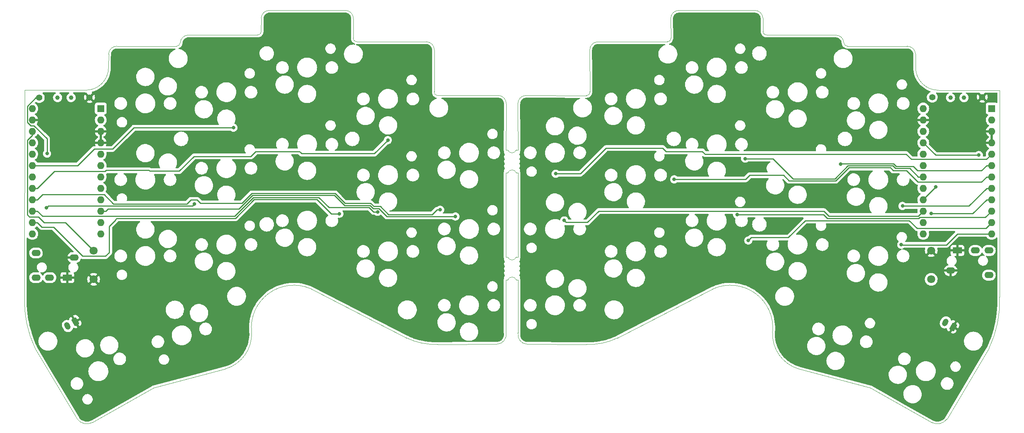
<source format=gbr>
%TF.GenerationSoftware,KiCad,Pcbnew,(6.0.6)*%
%TF.CreationDate,2022-12-06T20:45:46-06:00*%
%TF.ProjectId,roadrunner,726f6164-7275-46e6-9e65-722e6b696361,rev?*%
%TF.SameCoordinates,Original*%
%TF.FileFunction,Copper,L1,Top*%
%TF.FilePolarity,Positive*%
%FSLAX46Y46*%
G04 Gerber Fmt 4.6, Leading zero omitted, Abs format (unit mm)*
G04 Created by KiCad (PCBNEW (6.0.6)) date 2022-12-06 20:45:46*
%MOMM*%
%LPD*%
G01*
G04 APERTURE LIST*
G04 Aperture macros list*
%AMRoundRect*
0 Rectangle with rounded corners*
0 $1 Rounding radius*
0 $2 $3 $4 $5 $6 $7 $8 $9 X,Y pos of 4 corners*
0 Add a 4 corners polygon primitive as box body*
4,1,4,$2,$3,$4,$5,$6,$7,$8,$9,$2,$3,0*
0 Add four circle primitives for the rounded corners*
1,1,$1+$1,$2,$3*
1,1,$1+$1,$4,$5*
1,1,$1+$1,$6,$7*
1,1,$1+$1,$8,$9*
0 Add four rect primitives between the rounded corners*
20,1,$1+$1,$2,$3,$4,$5,0*
20,1,$1+$1,$4,$5,$6,$7,0*
20,1,$1+$1,$6,$7,$8,$9,0*
20,1,$1+$1,$8,$9,$2,$3,0*%
%AMHorizOval*
0 Thick line with rounded ends*
0 $1 width*
0 $2 $3 position (X,Y) of the first rounded end (center of the circle)*
0 $4 $5 position (X,Y) of the second rounded end (center of the circle)*
0 Add line between two ends*
20,1,$1,$2,$3,$4,$5,0*
0 Add two circle primitives to create the rounded ends*
1,1,$1,$2,$3*
1,1,$1,$4,$5*%
G04 Aperture macros list end*
%TA.AperFunction,Profile*%
%ADD10C,0.050000*%
%TD*%
%TA.AperFunction,Profile*%
%ADD11C,0.100000*%
%TD*%
%TA.AperFunction,ComponentPad*%
%ADD12RoundRect,0.250000X-0.009391X0.716266X-0.615609X0.366266X0.009391X-0.716266X0.615609X-0.366266X0*%
%TD*%
%TA.AperFunction,ComponentPad*%
%ADD13HorizOval,1.200000X-0.137500X0.238157X0.137500X-0.238157X0*%
%TD*%
%TA.AperFunction,ComponentPad*%
%ADD14C,1.397000*%
%TD*%
%TA.AperFunction,ComponentPad*%
%ADD15RoundRect,0.250000X0.615609X0.366266X0.009391X0.716266X-0.615609X-0.366266X-0.009391X-0.716266X0*%
%TD*%
%TA.AperFunction,ComponentPad*%
%ADD16HorizOval,1.200000X0.137500X0.238157X-0.137500X-0.238157X0*%
%TD*%
%TA.AperFunction,ComponentPad*%
%ADD17O,2.000000X1.400000*%
%TD*%
%TA.AperFunction,ComponentPad*%
%ADD18R,2.000000X1.400000*%
%TD*%
%TA.AperFunction,ComponentPad*%
%ADD19C,1.800000*%
%TD*%
%TA.AperFunction,WasherPad*%
%ADD20C,1.000000*%
%TD*%
%TA.AperFunction,ComponentPad*%
%ADD21R,1.600000X1.600000*%
%TD*%
%TA.AperFunction,ComponentPad*%
%ADD22O,1.600000X1.600000*%
%TD*%
%TA.AperFunction,ViaPad*%
%ADD23C,0.800000*%
%TD*%
%TA.AperFunction,Conductor*%
%ADD24C,0.250000*%
%TD*%
G04 APERTURE END LIST*
D10*
X150611500Y-64798000D02*
X150222000Y-64798000D01*
D11*
X241367578Y-38328123D02*
X241388045Y-41395419D01*
X231322000Y-112706000D02*
X215352000Y-108516000D01*
X186138747Y-35580174D02*
G75*
G03*
X186908747Y-34743691I-16547J787874D01*
G01*
X209541976Y-100305999D02*
G75*
G03*
X215352000Y-108516000I8093824J-433001D01*
G01*
X225425522Y-35841152D02*
G75*
G03*
X226262000Y-36596000I833778J83052D01*
G01*
X168888600Y-46747500D02*
X168857152Y-37466000D01*
X244952000Y-120456000D02*
X231322000Y-112706000D01*
X134990000Y-103040000D02*
X148180000Y-103020000D01*
X97606622Y-28585523D02*
X114514848Y-28586476D01*
D10*
X241388099Y-41395418D02*
G75*
G03*
X246505730Y-46396000I5059101J58518D01*
G01*
D11*
X97606621Y-28585544D02*
G75*
G03*
X95726622Y-30325523I-56621J-1824456D01*
G01*
X168118601Y-47584025D02*
G75*
G03*
X168888600Y-46747500I-16601J787925D01*
G01*
X208255905Y-34084254D02*
X223545524Y-34101152D01*
D10*
X43042001Y-92484000D02*
G75*
G03*
X45410000Y-103940000I24422759J-924460D01*
G01*
X152516499Y-64798001D02*
G75*
G03*
X150611501Y-64798000I-952499J-380999D01*
G01*
X56626270Y-46390005D02*
G75*
G03*
X61743955Y-41389419I58550J5059135D01*
G01*
D11*
X76870000Y-36589998D02*
G75*
G03*
X77706476Y-35835152I2700J837898D01*
G01*
X152861397Y-49422011D02*
X152856055Y-51234702D01*
D10*
X257722001Y-103946000D02*
G75*
G03*
X260090000Y-92490000I-22054761J10531540D01*
G01*
D11*
X116223260Y-34737691D02*
G75*
G03*
X116993253Y-35574167I786540J-48609D01*
G01*
D10*
X56626270Y-46390000D02*
X43056000Y-46390000D01*
D11*
X87780000Y-108510000D02*
X71810000Y-112700000D01*
X168142000Y-103045995D02*
G75*
G03*
X175042000Y-101616000I685800J14052795D01*
G01*
X63644421Y-36582144D02*
G75*
G03*
X61764422Y-38322123I-56621J-1824456D01*
G01*
X79586478Y-34095099D02*
G75*
G03*
X77706476Y-35835152I-56578J-1824501D01*
G01*
X134274827Y-37460000D02*
G75*
G03*
X132534848Y-35596476I-1824427J40600D01*
G01*
X79586476Y-34095152D02*
X94876095Y-34078254D01*
D10*
X152894493Y-100501022D02*
X152910000Y-88680000D01*
X248372000Y-119676000D02*
X257722000Y-103946000D01*
X152770500Y-88674000D02*
X152516500Y-88674000D01*
D11*
X134243449Y-46741503D02*
G75*
G03*
X135013400Y-47577976I786551J-48597D01*
G01*
X128090000Y-101610000D02*
X106780000Y-90650000D01*
X94876096Y-34078245D02*
G75*
G03*
X95712571Y-33308254I48604J786545D01*
G01*
X134274848Y-37460000D02*
X134243400Y-46741500D01*
X225425471Y-35841154D02*
G75*
G03*
X223545524Y-34101152I-1823371J-84446D01*
G01*
D10*
X152834000Y-59718000D02*
X152516500Y-59718000D01*
D11*
X150270519Y-49416009D02*
G75*
G03*
X148530603Y-47552487I-1824419J40609D01*
G01*
D10*
X152910000Y-59724000D02*
X152856055Y-51234702D01*
D11*
X186908747Y-34743691D02*
X186877152Y-30472476D01*
D10*
X152910000Y-88680000D02*
X152770500Y-88674000D01*
D11*
X207405378Y-30331523D02*
X207419429Y-33314254D01*
X207405399Y-30331522D02*
G75*
G03*
X205525378Y-28591523I-1823399J-84478D01*
G01*
D10*
X152910000Y-59724000D02*
X152834000Y-59718000D01*
X150611500Y-88674000D02*
X150222000Y-88674000D01*
X152834000Y-64798000D02*
X152516500Y-64798000D01*
D11*
X148180000Y-103019994D02*
G75*
G03*
X150237507Y-100495022I-66900J2155294D01*
G01*
X244952000Y-120456000D02*
G75*
G03*
X248372000Y-119676000I1262800J2350800D01*
G01*
X170597151Y-35602455D02*
G75*
G03*
X168857152Y-37466000I84449J-1822945D01*
G01*
X188617154Y-28592529D02*
G75*
G03*
X186877152Y-30472476I84446J-1823371D01*
G01*
D10*
X260076000Y-46396000D02*
X246505730Y-46396000D01*
D11*
X76870000Y-36590000D02*
X63644422Y-36582123D01*
X154601397Y-47558487D02*
X168118600Y-47583976D01*
D10*
X150222000Y-64798000D02*
X150222000Y-83594000D01*
D11*
X54760000Y-119670000D02*
G75*
G03*
X58180000Y-120450000I2157200J1570800D01*
G01*
X209542081Y-100306009D02*
G75*
G03*
X196352000Y-90656000I-9397181J994909D01*
G01*
D10*
X150611501Y-83593999D02*
G75*
G03*
X152516499Y-83594000I952499J380999D01*
G01*
X150275945Y-51228702D02*
X150222000Y-59718000D01*
D11*
X239487578Y-36588123D02*
X226262000Y-36596000D01*
X116254901Y-30466478D02*
G75*
G03*
X114514848Y-28586476I-1824501J56578D01*
G01*
D10*
X150222000Y-88674000D02*
X150237507Y-100495022D01*
X150611501Y-59717999D02*
G75*
G03*
X152516499Y-59718000I952499J380999D01*
G01*
X152910000Y-83600000D02*
X152910000Y-64804000D01*
X43056000Y-46390000D02*
X43042000Y-92484000D01*
D11*
X116993253Y-35574167D02*
X132534848Y-35596476D01*
X106780002Y-90649995D02*
G75*
G03*
X93590000Y-100300000I-3792862J-8655075D01*
G01*
D10*
X150611500Y-83594000D02*
X150222000Y-83594000D01*
D11*
X188617152Y-28592476D02*
X205525378Y-28591523D01*
X61743955Y-41389419D02*
X61764422Y-38322123D01*
X241367599Y-38328122D02*
G75*
G03*
X239487578Y-36588123I-1823399J-84478D01*
G01*
D10*
X152910000Y-64804000D02*
X152834000Y-64798000D01*
D11*
X154952000Y-103026000D02*
X168142000Y-103046000D01*
D10*
X260090000Y-92490000D02*
X260076000Y-46396000D01*
D11*
X154601393Y-47558403D02*
G75*
G03*
X152861397Y-49422011I84507J-1822997D01*
G01*
X116254848Y-30466476D02*
X116223253Y-34737691D01*
X135013400Y-47577976D02*
X148530603Y-47552487D01*
X207419420Y-33314254D02*
G75*
G03*
X208255905Y-34084254I787880J16554D01*
G01*
X150275945Y-51228702D02*
X150270603Y-49416011D01*
X87779993Y-108509977D02*
G75*
G03*
X93590000Y-100300000I-2283793J7776977D01*
G01*
X196352000Y-90656000D02*
X175042000Y-101616000D01*
D10*
X152834000Y-83594000D02*
X152516500Y-83594000D01*
D11*
X128090007Y-101609986D02*
G75*
G03*
X134990000Y-103040000I6214193J12622586D01*
G01*
D10*
X45410000Y-103940000D02*
X54760000Y-119670000D01*
D11*
X95712571Y-33308254D02*
X95726622Y-30325523D01*
X71810000Y-112700000D02*
X58180000Y-120450000D01*
D10*
X152516499Y-88674001D02*
G75*
G03*
X150611501Y-88674000I-952499J-380999D01*
G01*
X150611500Y-59718000D02*
X150222000Y-59718000D01*
X152910000Y-83600000D02*
X152834000Y-83594000D01*
D11*
X170597152Y-35602476D02*
X186138747Y-35580167D01*
X152894487Y-100501021D02*
G75*
G03*
X154952000Y-103026000I2124413J-369679D01*
G01*
D12*
%TO.P,J2,1,Pin_1*%
%TO.N,gnd_r*%
X54341000Y-97961800D03*
D13*
%TO.P,J2,2,Pin_2*%
%TO.N,BT+_r*%
X52608949Y-98961800D03*
%TD*%
D14*
%TO.P,BatGND1,1,1*%
%TO.N,gnd*%
X256220000Y-47930000D03*
%TD*%
%TO.P,BatGNDr1,1,1*%
%TO.N,gnd_r*%
X57510000Y-48010000D03*
%TD*%
%TO.P,Bat+1,1,1*%
%TO.N,BT+*%
X245090000Y-47950000D03*
%TD*%
D15*
%TO.P,J1,1,Pin_1*%
%TO.N,gnd*%
X249731000Y-99141800D03*
D16*
%TO.P,J1,2,Pin_2*%
%TO.N,BT+*%
X247998949Y-98141800D03*
%TD*%
D17*
%TO.P,TRRS1,*%
%TO.N,*%
X257700000Y-87607500D03*
%TO.P,TRRS1,R1*%
%TO.N,Switch18*%
X254700000Y-82107500D03*
%TO.P,TRRS1,R2*%
%TO.N,vcc*%
X257700000Y-82107500D03*
%TO.P,TRRS1,S*%
%TO.N,gnd*%
X249200000Y-86607500D03*
D18*
%TO.P,TRRS1,T*%
X250700000Y-82107500D03*
%TD*%
D19*
%TO.P,RSW1,1,1*%
%TO.N,gnd*%
X244856000Y-82144000D03*
%TO.P,RSW1,2,2*%
%TO.N,reset*%
X244856000Y-88544000D03*
%TD*%
D17*
%TO.P,TRRS2,*%
%TO.N,*%
X45600000Y-82672500D03*
%TO.P,TRRS2,R1*%
%TO.N,Switch18_r*%
X48600000Y-88172500D03*
%TO.P,TRRS2,R2*%
%TO.N,vcc_r*%
X45600000Y-88172500D03*
%TO.P,TRRS2,S*%
%TO.N,gnd_r*%
X54100000Y-83672500D03*
D18*
%TO.P,TRRS2,T*%
X52600000Y-88172500D03*
%TD*%
D19*
%TO.P,RSW2,1,1*%
%TO.N,gnd_r*%
X58420000Y-88544000D03*
%TO.P,RSW2,2,2*%
%TO.N,reset_r*%
X58420000Y-82144000D03*
%TD*%
D14*
%TO.P,Bat+r1,1,1*%
%TO.N,BT+_r*%
X46320000Y-48030000D03*
%TD*%
D20*
%TO.P,SW_POWER1,*%
%TO.N,*%
X249152000Y-48040000D03*
X252152000Y-48040000D03*
%TD*%
%TO.P,SW_POWERR1,*%
%TO.N,*%
X53412000Y-48034000D03*
X50412000Y-48034000D03*
%TD*%
D21*
%TO.P,U2,1,D1/TX*%
%TO.N,Switch10_r*%
X60016000Y-50477000D03*
D22*
%TO.P,U2,2,D0/RX*%
%TO.N,Switch18_r*%
X60016000Y-53017000D03*
%TO.P,U2,3,GND*%
%TO.N,gnd_r*%
X60016000Y-55557000D03*
%TO.P,U2,4,GND*%
X60016000Y-58097000D03*
%TO.P,U2,5,D2*%
%TO.N,Switch11_r*%
X60016000Y-60637000D03*
%TO.P,U2,6,~D3*%
%TO.N,Switch12_r*%
X60016000Y-63177000D03*
%TO.P,U2,7,D4/A6*%
%TO.N,Switch13_r*%
X60016000Y-65717000D03*
%TO.P,U2,8,~D5*%
%TO.N,Switch14_r*%
X60016000Y-68257000D03*
%TO.P,U2,9,~D6/A7*%
%TO.N,Switch15_r*%
X60016000Y-70797000D03*
%TO.P,U2,10,D7*%
%TO.N,Switch1_r*%
X60016000Y-73337000D03*
%TO.P,U2,11,D8/A8*%
%TO.N,Switch16_r*%
X60016000Y-75877000D03*
%TO.P,U2,12,~D9/A9*%
%TO.N,Switch17_r*%
X60016000Y-78417000D03*
%TO.P,U2,13,~D10/A10*%
%TO.N,Switch9_r*%
X44776000Y-78417000D03*
%TO.P,U2,14,D16*%
%TO.N,Switch8_r*%
X44776000Y-75877000D03*
%TO.P,U2,15,D14*%
%TO.N,Switch7_r*%
X44776000Y-73337000D03*
%TO.P,U2,16,D15*%
%TO.N,Switch6_r*%
X44776000Y-70797000D03*
%TO.P,U2,17,D18/A0*%
%TO.N,Switch2_r*%
X44776000Y-68257000D03*
%TO.P,U2,18,D19/A1*%
%TO.N,Switch3_r*%
X44776000Y-65717000D03*
%TO.P,U2,19,D20/A2*%
%TO.N,Switch4_r*%
X44776000Y-63177000D03*
%TO.P,U2,20,D21/A3*%
%TO.N,Switch5_r*%
X44776000Y-60637000D03*
%TO.P,U2,21,VCC*%
%TO.N,vcc_r*%
X44776000Y-58097000D03*
%TO.P,U2,22,RST*%
%TO.N,reset_r*%
X44776000Y-55557000D03*
%TO.P,U2,23,GND*%
%TO.N,gnd_r*%
X44776000Y-53017000D03*
%TO.P,U2,24,RAW*%
%TO.N,raw_r*%
X44776000Y-50477000D03*
%TD*%
%TO.P,U1,24,RAW*%
%TO.N,raw*%
X243080000Y-50470000D03*
%TO.P,U1,23,GND*%
%TO.N,gnd*%
X243080000Y-53010000D03*
%TO.P,U1,22,RST*%
%TO.N,reset*%
X243080000Y-55550000D03*
%TO.P,U1,21,VCC*%
%TO.N,vcc*%
X243080000Y-58090000D03*
%TO.P,U1,20,D21/A3*%
%TO.N,Switch5*%
X243080000Y-60630000D03*
%TO.P,U1,19,D20/A2*%
%TO.N,Switch4*%
X243080000Y-63170000D03*
%TO.P,U1,18,D19/A1*%
%TO.N,Switch3*%
X243080000Y-65710000D03*
%TO.P,U1,17,D18/A0*%
%TO.N,Switch2*%
X243080000Y-68250000D03*
%TO.P,U1,16,D15*%
%TO.N,Switch6*%
X243080000Y-70790000D03*
%TO.P,U1,15,D14*%
%TO.N,Switch7*%
X243080000Y-73330000D03*
%TO.P,U1,14,D16*%
%TO.N,Switch8*%
X243080000Y-75870000D03*
%TO.P,U1,13,~D10/A10*%
%TO.N,Switch9*%
X243080000Y-78410000D03*
%TO.P,U1,12,~D9/A9*%
%TO.N,Switch17*%
X258320000Y-78410000D03*
%TO.P,U1,11,D8/A8*%
%TO.N,Switch16*%
X258320000Y-75870000D03*
%TO.P,U1,10,D7*%
%TO.N,Switch1*%
X258320000Y-73330000D03*
%TO.P,U1,9,~D6/A7*%
%TO.N,Switch15*%
X258320000Y-70790000D03*
%TO.P,U1,8,~D5*%
%TO.N,Switch14*%
X258320000Y-68250000D03*
%TO.P,U1,7,D4/A6*%
%TO.N,Switch13*%
X258320000Y-65710000D03*
%TO.P,U1,6,~D3*%
%TO.N,Switch12*%
X258320000Y-63170000D03*
%TO.P,U1,5,D2*%
%TO.N,Switch11*%
X258320000Y-60630000D03*
%TO.P,U1,4,GND*%
%TO.N,gnd*%
X258320000Y-58090000D03*
%TO.P,U1,3,GND*%
X258320000Y-55550000D03*
%TO.P,U1,2,D0/RX*%
%TO.N,Switch18*%
X258320000Y-53010000D03*
D21*
%TO.P,U1,1,D1/TX*%
%TO.N,Switch10*%
X258320000Y-50470000D03*
%TD*%
D23*
%TO.N,BT+_r*%
X48055700Y-60514300D03*
%TO.N,Switch1*%
X201661700Y-74117500D03*
%TO.N,Switch11*%
X161280000Y-65010000D03*
%TO.N,Switch1_r*%
X138950000Y-74540000D03*
%TO.N,Switch2_r*%
X123911900Y-57519000D03*
%TO.N,Switch6*%
X245849100Y-67958600D03*
%TO.N,Switch12*%
X224690000Y-62824500D03*
%TO.N,Switch4_r*%
X89551900Y-54742100D03*
%TO.N,Switch7*%
X163178700Y-75417700D03*
%TO.N,Switch6_r*%
X135550000Y-73040000D03*
%TO.N,Switch13*%
X187659600Y-66264400D03*
%TO.N,Switch7_r*%
X121640600Y-73490000D03*
%TO.N,Switch3*%
X203450000Y-61640000D03*
%TO.N,Switch8_r*%
X113117800Y-73935000D03*
%TO.N,Switch9_r*%
X47894800Y-72600300D03*
X80869300Y-71723400D03*
%TO.N,Switch14*%
X238476000Y-72190900D03*
%TO.N,Switch16*%
X204140000Y-79890000D03*
%TO.N,Switch17*%
X238190000Y-80830000D03*
%TO.N,Switch15*%
X244878700Y-73878800D03*
%TO.N,vcc*%
X255451200Y-60839300D03*
%TD*%
D24*
%TO.N,Switch1*%
X256905000Y-74745000D02*
X258320000Y-73330000D01*
X242056396Y-74990000D02*
X242301396Y-74745000D01*
X220863000Y-74117500D02*
X221735500Y-74990000D01*
X221735500Y-74990000D02*
X242056396Y-74990000D01*
X201661700Y-74117500D02*
X220863000Y-74117500D01*
X242301396Y-74745000D02*
X256905000Y-74745000D01*
%TO.N,Switch7*%
X168335400Y-75840000D02*
X163601000Y-75840000D01*
X222047700Y-74440000D02*
X220951600Y-73343900D01*
X220951600Y-73343900D02*
X170831500Y-73343900D01*
X241970000Y-74440000D02*
X222047700Y-74440000D01*
X170831500Y-73343900D02*
X168335400Y-75840000D01*
X243080000Y-73330000D02*
X241970000Y-74440000D01*
X163601000Y-75840000D02*
X163178700Y-75417700D01*
%TO.N,Switch16*%
X239970000Y-75440000D02*
X241690000Y-77160000D01*
X216842999Y-75440000D02*
X239970000Y-75440000D01*
X257030000Y-77160000D02*
X258320000Y-75870000D01*
X204790000Y-79240000D02*
X213042999Y-79240000D01*
X204140000Y-79890000D02*
X204790000Y-79240000D01*
X213042999Y-79240000D02*
X216842999Y-75440000D01*
X241690000Y-77160000D02*
X257030000Y-77160000D01*
%TO.N,Switch6_r*%
X124012300Y-74090000D02*
X133801900Y-74090000D01*
X122214300Y-72292000D02*
X124012300Y-74090000D01*
X120070000Y-71560000D02*
X120802000Y-72292000D01*
X114363140Y-71560000D02*
X120070000Y-71560000D01*
X112195001Y-69391861D02*
X114363140Y-71560000D01*
X120802000Y-72292000D02*
X122214300Y-72292000D01*
X93626153Y-69391861D02*
X112195001Y-69391861D01*
X91436013Y-71582001D02*
X93626153Y-69391861D01*
X134851900Y-73040000D02*
X135550000Y-73040000D01*
X82192001Y-71582001D02*
X91436013Y-71582001D01*
X81450000Y-70840000D02*
X82192001Y-71582001D01*
X133801900Y-74090000D02*
X134851900Y-73040000D01*
X80050000Y-70840000D02*
X81450000Y-70840000D01*
X79250000Y-71640000D02*
X80050000Y-70840000D01*
X60750000Y-69640000D02*
X62846800Y-71736800D01*
X45901300Y-70797000D02*
X47058300Y-69640000D01*
X47058300Y-69640000D02*
X60750000Y-69640000D01*
X44776000Y-70797000D02*
X45901300Y-70797000D01*
X62846800Y-71736800D02*
X79250000Y-71736800D01*
X79250000Y-71736800D02*
X79250000Y-71640000D01*
%TO.N,Switch1_r*%
X61141300Y-73337000D02*
X60016000Y-73337000D01*
X90800260Y-72854150D02*
X61624150Y-72854150D01*
X93812782Y-69841628D02*
X90800260Y-72854150D01*
X119961802Y-72088198D02*
X114254942Y-72088198D01*
X114254942Y-72088198D02*
X112008372Y-69841628D01*
X112008372Y-69841628D02*
X93812782Y-69841628D01*
X120616004Y-72742400D02*
X119961802Y-72088198D01*
X121918800Y-72742400D02*
X120616004Y-72742400D01*
X61624150Y-72854150D02*
X61141300Y-73337000D01*
X123716400Y-74540000D02*
X121918800Y-72742400D01*
X138950000Y-74540000D02*
X123716400Y-74540000D01*
%TO.N,Switch2_r*%
X45901300Y-68257000D02*
X44776000Y-68257000D01*
X49711300Y-64447000D02*
X45901300Y-68257000D01*
X60991000Y-64447000D02*
X49711300Y-64447000D01*
X61197200Y-64240800D02*
X60991000Y-64447000D01*
X70917700Y-64427300D02*
X70731200Y-64240800D01*
X77477100Y-64427300D02*
X70917700Y-64427300D01*
X80764400Y-61140000D02*
X77477100Y-64427300D01*
X94515000Y-60040000D02*
X93415000Y-61140000D01*
X104562500Y-60343600D02*
X104553600Y-60343600D01*
X104553600Y-60343600D02*
X104250000Y-60040000D01*
X104749100Y-60530200D02*
X104562500Y-60343600D01*
X70731200Y-64240800D02*
X61197200Y-64240800D01*
X93415000Y-61140000D02*
X80764400Y-61140000D01*
X120900700Y-60530200D02*
X104749100Y-60530200D01*
X123911900Y-57519000D02*
X120900700Y-60530200D01*
X104250000Y-60040000D02*
X94515000Y-60040000D01*
%TO.N,Switch13*%
X203536600Y-66264400D02*
X187659600Y-66264400D01*
X204461000Y-65340000D02*
X203536600Y-66264400D01*
X211974600Y-65340000D02*
X204461000Y-65340000D01*
X213214600Y-66580000D02*
X211974600Y-65340000D01*
X223601701Y-66580000D02*
X213214600Y-66580000D01*
X226531701Y-63650000D02*
X223601701Y-66580000D01*
X235755300Y-63650000D02*
X226531701Y-63650000D01*
X241885300Y-66835300D02*
X239334700Y-64284700D01*
X256069400Y-66835300D02*
X241885300Y-66835300D01*
X239334700Y-64284700D02*
X236390000Y-64284700D01*
X236390000Y-64284700D02*
X235755300Y-63650000D01*
X257194700Y-65710000D02*
X256069400Y-66835300D01*
X258320000Y-65710000D02*
X257194700Y-65710000D01*
%TO.N,Switch3*%
X209650000Y-61640000D02*
X214140000Y-66130000D01*
X203450000Y-61640000D02*
X209650000Y-61640000D01*
X214140000Y-66130000D02*
X223415305Y-66130000D01*
%TO.N,Switch17*%
X238190000Y-80830000D02*
X238222600Y-80862600D01*
X238222600Y-80862600D02*
X248217400Y-80862600D01*
X248217400Y-80862600D02*
X250670000Y-78410000D01*
X250670000Y-78410000D02*
X258320000Y-78410000D01*
%TO.N,Switch11*%
X166760000Y-65010000D02*
X161280000Y-65010000D01*
X172470000Y-59300000D02*
X166760000Y-65010000D01*
X194520000Y-60630000D02*
X193920000Y-60030000D01*
X239260000Y-60630000D02*
X194520000Y-60630000D01*
X193920000Y-60030000D02*
X185850000Y-60030000D01*
X240421200Y-61791200D02*
X239260000Y-60630000D01*
X185120000Y-59300000D02*
X172470000Y-59300000D01*
X257158800Y-61791200D02*
X240421200Y-61791200D01*
X185850000Y-60030000D02*
X185120000Y-59300000D01*
X258320000Y-60630000D02*
X257158800Y-61791200D01*
%TO.N,Switch3*%
X241954700Y-65710000D02*
X243080000Y-65710000D01*
X240079400Y-63834700D02*
X241954700Y-65710000D01*
X236904700Y-63834700D02*
X240079400Y-63834700D01*
X223415305Y-66130000D02*
X226345305Y-63200000D01*
X236270000Y-63200000D02*
X236904700Y-63834700D01*
X226345305Y-63200000D02*
X236270000Y-63200000D01*
%TO.N,Switch12*%
X241813100Y-64298500D02*
X256066200Y-64298500D01*
X240899300Y-63384700D02*
X241813100Y-64298500D01*
X257194700Y-63170000D02*
X258320000Y-63170000D01*
X237091096Y-63384700D02*
X240899300Y-63384700D01*
X256066200Y-64298500D02*
X257194700Y-63170000D01*
X236456396Y-62750000D02*
X237091096Y-63384700D01*
X224764500Y-62750000D02*
X236456396Y-62750000D01*
X224690000Y-62824500D02*
X224764500Y-62750000D01*
%TO.N,Switch6*%
X243080000Y-70727700D02*
X245849100Y-67958600D01*
%TO.N,vcc*%
X255450500Y-60840000D02*
X255451200Y-60839300D01*
X245830000Y-60840000D02*
X255450500Y-60840000D01*
X243080000Y-58090000D02*
X245830000Y-60840000D01*
%TO.N,Switch4_r*%
X62632800Y-59511600D02*
X67402300Y-54742100D01*
X54883000Y-63177000D02*
X58548400Y-59511600D01*
X67402300Y-54742100D02*
X89551900Y-54742100D01*
X44776000Y-63177000D02*
X54883000Y-63177000D01*
X58548400Y-59511600D02*
X62632800Y-59511600D01*
%TO.N,Switch8_r*%
X63340000Y-75176100D02*
X63340000Y-75280000D01*
X63570000Y-74946100D02*
X63340000Y-75176100D01*
X61900000Y-76720000D02*
X63340000Y-75280000D01*
X89981102Y-74946100D02*
X63570000Y-74946100D01*
X94185574Y-70741628D02*
X89981102Y-74946100D01*
X111293372Y-73935000D02*
X108100000Y-70741628D01*
X108100000Y-70741628D02*
X94185574Y-70741628D01*
X113117800Y-73935000D02*
X111293372Y-73935000D01*
%TO.N,Switch7_r*%
X45901300Y-73337000D02*
X44776000Y-73337000D01*
X108541628Y-70291628D02*
X93999178Y-70291628D01*
X89794706Y-74496100D02*
X47060400Y-74496100D01*
X110788198Y-72538198D02*
X108541628Y-70291628D01*
X120691802Y-73490000D02*
X119740000Y-72538198D01*
X119740000Y-72538198D02*
X110788198Y-72538198D01*
X121640600Y-73490000D02*
X120691802Y-73490000D01*
X47060400Y-74496100D02*
X45901300Y-73337000D01*
X93999178Y-70291628D02*
X89794706Y-74496100D01*
%TO.N,Switch8_r*%
X61900000Y-76720000D02*
X61900000Y-82560000D01*
X61900000Y-82560000D02*
X61075700Y-83384300D01*
X55998500Y-83384300D02*
X61075700Y-83384300D01*
%TO.N,BT+_r*%
X45161800Y-54287000D02*
X48055700Y-57180900D01*
X46320000Y-48030000D02*
X45570800Y-48030000D01*
X45570800Y-48030000D02*
X43643100Y-49957700D01*
X43643100Y-49957700D02*
X43643100Y-53508100D01*
X43643100Y-53508100D02*
X44422000Y-54287000D01*
X44422000Y-54287000D02*
X45161800Y-54287000D01*
X48055700Y-57180900D02*
X48055700Y-60514300D01*
%TO.N,reset_r*%
X47421300Y-75877000D02*
X52153000Y-75877000D01*
X46151300Y-74607000D02*
X47421300Y-75877000D01*
X52153000Y-75877000D02*
X58420000Y-82144000D01*
X44137000Y-74607000D02*
X46151300Y-74607000D01*
X43642900Y-74112900D02*
X44137000Y-74607000D01*
X43642900Y-57534100D02*
X43642900Y-74112900D01*
X44776000Y-56401000D02*
X43642900Y-57534100D01*
X44776000Y-55557000D02*
X44776000Y-56401000D01*
%TO.N,gnd*%
X258320000Y-55550000D02*
X257194700Y-55550000D01*
X250700000Y-82107500D02*
X249374700Y-82107500D01*
X258320000Y-55550000D02*
X258320000Y-58090000D01*
%TO.N,Switch8_r*%
X44776000Y-75877000D02*
X45901300Y-75877000D01*
X45901300Y-75877000D02*
X46924600Y-76900300D01*
X46924600Y-76900300D02*
X49514500Y-76900300D01*
X49514500Y-76900300D02*
X55998500Y-83384300D01*
%TO.N,Switch9_r*%
X47894800Y-72600300D02*
X48308300Y-72186800D01*
X80405900Y-72186800D02*
X80869300Y-71723400D01*
X48308300Y-72186800D02*
X80405900Y-72186800D01*
%TO.N,Switch14*%
X257194700Y-68250000D02*
X253253800Y-72190900D01*
X258320000Y-68250000D02*
X257194700Y-68250000D01*
X253253800Y-72190900D02*
X238476000Y-72190900D01*
%TO.N,Switch15*%
X257194700Y-70790000D02*
X254105900Y-73878800D01*
X254105900Y-73878800D02*
X244878700Y-73878800D01*
X258320000Y-70790000D02*
X257194700Y-70790000D01*
%TD*%
%TA.AperFunction,Conductor*%
%TO.N,gnd_r*%
G36*
X114450736Y-29094972D02*
G01*
X114475846Y-29097502D01*
X114484814Y-29099327D01*
X114499073Y-29098130D01*
X114525197Y-29098656D01*
X114674983Y-29117333D01*
X114684643Y-29118538D01*
X114703823Y-29122462D01*
X114773630Y-29142506D01*
X114881640Y-29173519D01*
X114899982Y-29180369D01*
X114969561Y-29212715D01*
X115067736Y-29258355D01*
X115084791Y-29267960D01*
X115238452Y-29371002D01*
X115253810Y-29383133D01*
X115389641Y-29508727D01*
X115402938Y-29523094D01*
X115517674Y-29668220D01*
X115528587Y-29684476D01*
X115619449Y-29845617D01*
X115627711Y-29863365D01*
X115687709Y-30023792D01*
X115692515Y-30036644D01*
X115697928Y-30055461D01*
X115735104Y-30236687D01*
X115737536Y-30256116D01*
X115744709Y-30409357D01*
X115743519Y-30426488D01*
X115743641Y-30426493D01*
X115743253Y-30435459D01*
X115741598Y-30444281D01*
X115742485Y-30453209D01*
X115742485Y-30453212D01*
X115745495Y-30483507D01*
X115746109Y-30496896D01*
X115715289Y-34663345D01*
X115712859Y-34683868D01*
X115713265Y-34683930D01*
X115712533Y-34688736D01*
X115711429Y-34693484D01*
X115710502Y-34706003D01*
X115711516Y-34718569D01*
X115711901Y-34726304D01*
X115715467Y-34915421D01*
X115752955Y-35121431D01*
X115754652Y-35126211D01*
X115754654Y-35126218D01*
X115772229Y-35175717D01*
X115823014Y-35318756D01*
X115923826Y-35502283D01*
X116052780Y-35667257D01*
X116056503Y-35670699D01*
X116056505Y-35670701D01*
X116195126Y-35798854D01*
X116206534Y-35809401D01*
X116210766Y-35812204D01*
X116210767Y-35812205D01*
X116376876Y-35922233D01*
X116376881Y-35922236D01*
X116381104Y-35925033D01*
X116385730Y-35927120D01*
X116385731Y-35927121D01*
X116555356Y-36003661D01*
X116609222Y-36049910D01*
X116629532Y-36117940D01*
X116609838Y-36186151D01*
X116556393Y-36232886D01*
X116493648Y-36244122D01*
X116335720Y-36231693D01*
X116335707Y-36231692D01*
X116333261Y-36231500D01*
X116177729Y-36231500D01*
X116175593Y-36231646D01*
X116175582Y-36231646D01*
X115967452Y-36245835D01*
X115967446Y-36245836D01*
X115963175Y-36246127D01*
X115958980Y-36246996D01*
X115958978Y-36246996D01*
X115860557Y-36267378D01*
X115681658Y-36304426D01*
X115410657Y-36400393D01*
X115155188Y-36532250D01*
X115151687Y-36534711D01*
X115151683Y-36534713D01*
X115053384Y-36603799D01*
X114919977Y-36697559D01*
X114904892Y-36711577D01*
X114725108Y-36878643D01*
X114709378Y-36893260D01*
X114527287Y-37115732D01*
X114377073Y-37360858D01*
X114375347Y-37364791D01*
X114375346Y-37364792D01*
X114323028Y-37483975D01*
X114261517Y-37624102D01*
X114182756Y-37900594D01*
X114142249Y-38185216D01*
X114142227Y-38189505D01*
X114142226Y-38189512D01*
X114140918Y-38439216D01*
X114140743Y-38472703D01*
X114178268Y-38757734D01*
X114254129Y-39035036D01*
X114255813Y-39038984D01*
X114364325Y-39293384D01*
X114366923Y-39299476D01*
X114378693Y-39319142D01*
X114507820Y-39534897D01*
X114514561Y-39546161D01*
X114694313Y-39770528D01*
X114817711Y-39887628D01*
X114862344Y-39929983D01*
X114902851Y-39968423D01*
X115136317Y-40136186D01*
X115140112Y-40138195D01*
X115140113Y-40138196D01*
X115161869Y-40149715D01*
X115390392Y-40270712D01*
X115660373Y-40369511D01*
X115941264Y-40430755D01*
X115953424Y-40431712D01*
X116164282Y-40448307D01*
X116164291Y-40448307D01*
X116166739Y-40448500D01*
X116322271Y-40448500D01*
X116324407Y-40448354D01*
X116324418Y-40448354D01*
X116532548Y-40434165D01*
X116532554Y-40434164D01*
X116536825Y-40433873D01*
X116541020Y-40433004D01*
X116541022Y-40433004D01*
X116702305Y-40399604D01*
X116818342Y-40375574D01*
X117089343Y-40279607D01*
X117344812Y-40147750D01*
X117348313Y-40145289D01*
X117348317Y-40145287D01*
X117485642Y-40048773D01*
X117580023Y-39982441D01*
X117786576Y-39790500D01*
X117787479Y-39789661D01*
X117787481Y-39789658D01*
X117790622Y-39786740D01*
X117972713Y-39564268D01*
X118122927Y-39319142D01*
X118135058Y-39291508D01*
X118236757Y-39059830D01*
X118238483Y-39055898D01*
X118317244Y-38779406D01*
X118357751Y-38494784D01*
X118357845Y-38476951D01*
X118359235Y-38211583D01*
X118359235Y-38211576D01*
X118359257Y-38207297D01*
X118349146Y-38130492D01*
X118342190Y-38077660D01*
X118321732Y-37922266D01*
X118245871Y-37644964D01*
X118181458Y-37493951D01*
X118134763Y-37384476D01*
X118134761Y-37384472D01*
X118133077Y-37380524D01*
X118032669Y-37212755D01*
X117987643Y-37137521D01*
X117987640Y-37137517D01*
X117985439Y-37133839D01*
X117805687Y-36909472D01*
X117682289Y-36792372D01*
X117600258Y-36714527D01*
X117600255Y-36714525D01*
X117597149Y-36711577D01*
X117363683Y-36543814D01*
X117341843Y-36532250D01*
X117192352Y-36453099D01*
X117109608Y-36409288D01*
X116881720Y-36325893D01*
X116824622Y-36283699D01*
X116799400Y-36217333D01*
X116814062Y-36147867D01*
X116863952Y-36097355D01*
X116937788Y-36082215D01*
X116938949Y-36082333D01*
X116943205Y-36082767D01*
X116953930Y-36084329D01*
X116969920Y-36087366D01*
X116974784Y-36087528D01*
X116974787Y-36087528D01*
X116976301Y-36087578D01*
X116982466Y-36087783D01*
X117016403Y-36083648D01*
X117031820Y-36082723D01*
X125654597Y-36095100D01*
X132470470Y-36104884D01*
X132495417Y-36107415D01*
X132504807Y-36109326D01*
X132513746Y-36108576D01*
X132513749Y-36108576D01*
X132519143Y-36108123D01*
X132545217Y-36108644D01*
X132703482Y-36128311D01*
X132722559Y-36132197D01*
X132899363Y-36182713D01*
X132917615Y-36189492D01*
X132977847Y-36217333D01*
X133083601Y-36266216D01*
X133084529Y-36266645D01*
X133101515Y-36276154D01*
X133254555Y-36378104D01*
X133269870Y-36390113D01*
X133405375Y-36514421D01*
X133418654Y-36528642D01*
X133533394Y-36672347D01*
X133544326Y-36688451D01*
X133635553Y-36848109D01*
X133643877Y-36865707D01*
X133704047Y-37023433D01*
X133709419Y-37037516D01*
X133714930Y-37056184D01*
X133753221Y-37236042D01*
X133755790Y-37255329D01*
X133758498Y-37304426D01*
X133764189Y-37407643D01*
X133763164Y-37424485D01*
X133763311Y-37424490D01*
X133763001Y-37433463D01*
X133761424Y-37442297D01*
X133762389Y-37451216D01*
X133762389Y-37451220D01*
X133765500Y-37479970D01*
X133766230Y-37493951D01*
X133735146Y-46667914D01*
X133732848Y-46687662D01*
X133733411Y-46687748D01*
X133732678Y-46692559D01*
X133731576Y-46697301D01*
X133730649Y-46709820D01*
X133731347Y-46718469D01*
X133731716Y-46723036D01*
X133732103Y-46730799D01*
X133735363Y-46903579D01*
X133735658Y-46919232D01*
X133773145Y-47125232D01*
X133843200Y-47322549D01*
X133858004Y-47349500D01*
X133941564Y-47501627D01*
X133941567Y-47501632D01*
X133944005Y-47506070D01*
X133947121Y-47510057D01*
X133947126Y-47510064D01*
X134007874Y-47587783D01*
X134072950Y-47671039D01*
X134076675Y-47674483D01*
X134218141Y-47805275D01*
X134226693Y-47813182D01*
X134230926Y-47815986D01*
X134230931Y-47815990D01*
X134351063Y-47895569D01*
X134401251Y-47928815D01*
X134405870Y-47930900D01*
X134405871Y-47930900D01*
X134574576Y-48007034D01*
X134592101Y-48014943D01*
X134597003Y-48016262D01*
X134597004Y-48016262D01*
X134727495Y-48051365D01*
X134788081Y-48088376D01*
X134819039Y-48152267D01*
X134810541Y-48222753D01*
X134765284Y-48277456D01*
X134720313Y-48296421D01*
X134685858Y-48303556D01*
X134685855Y-48303557D01*
X134681658Y-48304426D01*
X134410657Y-48400393D01*
X134155188Y-48532250D01*
X134151687Y-48534711D01*
X134151683Y-48534713D01*
X134069414Y-48592533D01*
X133919977Y-48697559D01*
X133916838Y-48700476D01*
X133713290Y-48889625D01*
X133709378Y-48893260D01*
X133527287Y-49115732D01*
X133435563Y-49265411D01*
X133384459Y-49348806D01*
X133377073Y-49360858D01*
X133375347Y-49364791D01*
X133375346Y-49364792D01*
X133316458Y-49498943D01*
X133261517Y-49624102D01*
X133260342Y-49628229D01*
X133260341Y-49628230D01*
X133247103Y-49674702D01*
X133182756Y-49900594D01*
X133163903Y-50033067D01*
X133143845Y-50174005D01*
X133142249Y-50185216D01*
X133142227Y-50189505D01*
X133142226Y-50189512D01*
X133140765Y-50468417D01*
X133140743Y-50472703D01*
X133141302Y-50476947D01*
X133141302Y-50476951D01*
X133147796Y-50526276D01*
X133178268Y-50757734D01*
X133254129Y-51035036D01*
X133255813Y-51038984D01*
X133360385Y-51284147D01*
X133366923Y-51299476D01*
X133419494Y-51387316D01*
X133511135Y-51540436D01*
X133514561Y-51546161D01*
X133694313Y-51770528D01*
X133761805Y-51834575D01*
X133898632Y-51964419D01*
X133902851Y-51968423D01*
X134136317Y-52136186D01*
X134140112Y-52138195D01*
X134140113Y-52138196D01*
X134161869Y-52149715D01*
X134390392Y-52270712D01*
X134414699Y-52279607D01*
X134641999Y-52362787D01*
X134660373Y-52369511D01*
X134941264Y-52430755D01*
X134955292Y-52431859D01*
X135164282Y-52448307D01*
X135164291Y-52448307D01*
X135166739Y-52448500D01*
X135322271Y-52448500D01*
X135324407Y-52448354D01*
X135324418Y-52448354D01*
X135532548Y-52434165D01*
X135532554Y-52434164D01*
X135536825Y-52433873D01*
X135541020Y-52433004D01*
X135541022Y-52433004D01*
X135677584Y-52404723D01*
X135818342Y-52375574D01*
X136089343Y-52279607D01*
X136303399Y-52169125D01*
X136341005Y-52149715D01*
X136341006Y-52149715D01*
X136344812Y-52147750D01*
X136348313Y-52145289D01*
X136348317Y-52145287D01*
X136474662Y-52056490D01*
X136580023Y-51982441D01*
X136710202Y-51861471D01*
X136787479Y-51789661D01*
X136787481Y-51789658D01*
X136790622Y-51786740D01*
X136972713Y-51564268D01*
X137122927Y-51319142D01*
X137158373Y-51238395D01*
X137236757Y-51059830D01*
X137238483Y-51055898D01*
X137254061Y-51001213D01*
X137316068Y-50783534D01*
X137317244Y-50779406D01*
X137357751Y-50494784D01*
X137357781Y-50489247D01*
X137359235Y-50211583D01*
X137359235Y-50211576D01*
X137359257Y-50207297D01*
X137351794Y-50150605D01*
X137332802Y-50006350D01*
X137321732Y-49922266D01*
X137245871Y-49644964D01*
X137182298Y-49495920D01*
X137134763Y-49384476D01*
X137134761Y-49384472D01*
X137133077Y-49380524D01*
X137044050Y-49231771D01*
X136987643Y-49137521D01*
X136987640Y-49137517D01*
X136985439Y-49133839D01*
X136805687Y-48909472D01*
X136658471Y-48769769D01*
X136600258Y-48714527D01*
X136600255Y-48714525D01*
X136597149Y-48711577D01*
X136363683Y-48543814D01*
X136341843Y-48532250D01*
X136289005Y-48504274D01*
X136109608Y-48409288D01*
X135890395Y-48329068D01*
X135833298Y-48286874D01*
X135808076Y-48220508D01*
X135822738Y-48151042D01*
X135872628Y-48100530D01*
X135933459Y-48084742D01*
X143048915Y-48071324D01*
X148466845Y-48061108D01*
X148490607Y-48063479D01*
X148491752Y-48063546D01*
X148500547Y-48065336D01*
X148509489Y-48064586D01*
X148509490Y-48064586D01*
X148514876Y-48064134D01*
X148540950Y-48064655D01*
X148578603Y-48069335D01*
X148699220Y-48084327D01*
X148718296Y-48088214D01*
X148895094Y-48138733D01*
X148913345Y-48145513D01*
X148932577Y-48154403D01*
X149080251Y-48222668D01*
X149097239Y-48232178D01*
X149250266Y-48334124D01*
X149265587Y-48346138D01*
X149401082Y-48470443D01*
X149414368Y-48484673D01*
X149529096Y-48628367D01*
X149540033Y-48644476D01*
X149631255Y-48804133D01*
X149639577Y-48821731D01*
X149705115Y-48993534D01*
X149710626Y-49012202D01*
X149748912Y-49192047D01*
X149751483Y-49211345D01*
X149759896Y-49363921D01*
X149758888Y-49380490D01*
X149759067Y-49380496D01*
X149758758Y-49389466D01*
X149757179Y-49398305D01*
X149758145Y-49407232D01*
X149761474Y-49438007D01*
X149762204Y-49451188D01*
X149767438Y-51227233D01*
X149767436Y-51228405D01*
X149713974Y-59641686D01*
X149713955Y-59641927D01*
X149713914Y-59642066D01*
X149713911Y-59642495D01*
X149713911Y-59642500D01*
X149713723Y-59673284D01*
X149713024Y-59787721D01*
X149718041Y-59805275D01*
X149720594Y-59814208D01*
X149724282Y-59831759D01*
X149728014Y-59859051D01*
X149731679Y-59867249D01*
X149739321Y-59884345D01*
X149745440Y-59901140D01*
X149753051Y-59927771D01*
X149767752Y-59951071D01*
X149776216Y-59966878D01*
X149787458Y-59992027D01*
X149786133Y-59992619D01*
X149802920Y-60051657D01*
X149799143Y-60076436D01*
X149799823Y-60076558D01*
X149798527Y-60083760D01*
X149796405Y-60090767D01*
X149785453Y-60267298D01*
X149786693Y-60274514D01*
X149786693Y-60274516D01*
X149814166Y-60434398D01*
X149815406Y-60441614D01*
X149884657Y-60604364D01*
X149888995Y-60610259D01*
X149888997Y-60610262D01*
X149923164Y-60656690D01*
X149947431Y-60723411D01*
X149930637Y-60794658D01*
X149847674Y-60937490D01*
X149845553Y-60944494D01*
X149845551Y-60944498D01*
X149813221Y-61051244D01*
X149796405Y-61106767D01*
X149785453Y-61283298D01*
X149786693Y-61290514D01*
X149786693Y-61290516D01*
X149814166Y-61450398D01*
X149815406Y-61457614D01*
X149884657Y-61620364D01*
X149888995Y-61626259D01*
X149888997Y-61626262D01*
X149923164Y-61672690D01*
X149947431Y-61739411D01*
X149930637Y-61810658D01*
X149847674Y-61953490D01*
X149845553Y-61960494D01*
X149845551Y-61960498D01*
X149812037Y-62071154D01*
X149796405Y-62122767D01*
X149785453Y-62299298D01*
X149786693Y-62306514D01*
X149786693Y-62306516D01*
X149808336Y-62432469D01*
X149815406Y-62473614D01*
X149884657Y-62636364D01*
X149888995Y-62642259D01*
X149888997Y-62642262D01*
X149923164Y-62688690D01*
X149947431Y-62755411D01*
X149930637Y-62826658D01*
X149847674Y-62969490D01*
X149845553Y-62976494D01*
X149845551Y-62976498D01*
X149828494Y-63032818D01*
X149796405Y-63138767D01*
X149785453Y-63315298D01*
X149786693Y-63322514D01*
X149786693Y-63322516D01*
X149801594Y-63409233D01*
X149815406Y-63489614D01*
X149884657Y-63652364D01*
X149888995Y-63658259D01*
X149888997Y-63658262D01*
X149923164Y-63704690D01*
X149947431Y-63771411D01*
X149930637Y-63842658D01*
X149847674Y-63985490D01*
X149845553Y-63992494D01*
X149845551Y-63992498D01*
X149829490Y-64045528D01*
X149796405Y-64154767D01*
X149785453Y-64331298D01*
X149786693Y-64338514D01*
X149786693Y-64338516D01*
X149803989Y-64439173D01*
X149795812Y-64509697D01*
X149792498Y-64515894D01*
X149792622Y-64515952D01*
X149785471Y-64531182D01*
X149780058Y-64542711D01*
X149771737Y-64557691D01*
X149760529Y-64574983D01*
X149760527Y-64574988D01*
X149755648Y-64582515D01*
X149753078Y-64591108D01*
X149753076Y-64591113D01*
X149748289Y-64607120D01*
X149741628Y-64624564D01*
X149734533Y-64639676D01*
X149730719Y-64647800D01*
X149729338Y-64656667D01*
X149729338Y-64656668D01*
X149726170Y-64677015D01*
X149722387Y-64693732D01*
X149716485Y-64713466D01*
X149716484Y-64713472D01*
X149713914Y-64722066D01*
X149713859Y-64731037D01*
X149713859Y-64731038D01*
X149713704Y-64756497D01*
X149713671Y-64757289D01*
X149713500Y-64758386D01*
X149713500Y-64789377D01*
X149713498Y-64790147D01*
X149713024Y-64867721D01*
X149713408Y-64869065D01*
X149713500Y-64870410D01*
X149713500Y-83585377D01*
X149713498Y-83586147D01*
X149713024Y-83663721D01*
X149715491Y-83672352D01*
X149721150Y-83692153D01*
X149724728Y-83708915D01*
X149728920Y-83738187D01*
X149732634Y-83746355D01*
X149732634Y-83746356D01*
X149739548Y-83761562D01*
X149745996Y-83779086D01*
X149753051Y-83803771D01*
X149757843Y-83811365D01*
X149757844Y-83811368D01*
X149768830Y-83828780D01*
X149776969Y-83843863D01*
X149788226Y-83868621D01*
X149789208Y-83870781D01*
X149786854Y-83871851D01*
X149802897Y-83926963D01*
X149799097Y-83952427D01*
X149799823Y-83952558D01*
X149798527Y-83959760D01*
X149796405Y-83966767D01*
X149785453Y-84143298D01*
X149786693Y-84150514D01*
X149786693Y-84150516D01*
X149804626Y-84254878D01*
X149815406Y-84317614D01*
X149884657Y-84480364D01*
X149888995Y-84486259D01*
X149888997Y-84486262D01*
X149923164Y-84532690D01*
X149947431Y-84599411D01*
X149930637Y-84670658D01*
X149929084Y-84673332D01*
X149847674Y-84813490D01*
X149845553Y-84820494D01*
X149845551Y-84820498D01*
X149806449Y-84949603D01*
X149796405Y-84982767D01*
X149785453Y-85159298D01*
X149786693Y-85166514D01*
X149786693Y-85166516D01*
X149803702Y-85265500D01*
X149815406Y-85333614D01*
X149884657Y-85496364D01*
X149888995Y-85502259D01*
X149888997Y-85502262D01*
X149923164Y-85548690D01*
X149947431Y-85615411D01*
X149930637Y-85686658D01*
X149847674Y-85829490D01*
X149845553Y-85836494D01*
X149845551Y-85836498D01*
X149815301Y-85936377D01*
X149796405Y-85998767D01*
X149785453Y-86175298D01*
X149786693Y-86182514D01*
X149786693Y-86182516D01*
X149808336Y-86308469D01*
X149815406Y-86349614D01*
X149884657Y-86512364D01*
X149888995Y-86518259D01*
X149888997Y-86518262D01*
X149923164Y-86564690D01*
X149947431Y-86631411D01*
X149930637Y-86702658D01*
X149847674Y-86845490D01*
X149845553Y-86852494D01*
X149845551Y-86852498D01*
X149810825Y-86967156D01*
X149796405Y-87014767D01*
X149785453Y-87191298D01*
X149786693Y-87198514D01*
X149786693Y-87198516D01*
X149798524Y-87267367D01*
X149815406Y-87365614D01*
X149884657Y-87528364D01*
X149888995Y-87534259D01*
X149888997Y-87534262D01*
X149923164Y-87580690D01*
X149947431Y-87647411D01*
X149930637Y-87718658D01*
X149847674Y-87861490D01*
X149845553Y-87868494D01*
X149845551Y-87868498D01*
X149829490Y-87921528D01*
X149796405Y-88030767D01*
X149785453Y-88207298D01*
X149786693Y-88214514D01*
X149786693Y-88214516D01*
X149803994Y-88315201D01*
X149795817Y-88385725D01*
X149792205Y-88392491D01*
X149792253Y-88392513D01*
X149792252Y-88392515D01*
X149779895Y-88418924D01*
X149771509Y-88434045D01*
X149755648Y-88458515D01*
X149753076Y-88467114D01*
X149753076Y-88467115D01*
X149748171Y-88483517D01*
X149741577Y-88500818D01*
X149735111Y-88514638D01*
X149730522Y-88524445D01*
X149729153Y-88533313D01*
X149726074Y-88553257D01*
X149722267Y-88570133D01*
X149716485Y-88589468D01*
X149713914Y-88598066D01*
X149713859Y-88607038D01*
X149713859Y-88607039D01*
X149713703Y-88632610D01*
X149713659Y-88633688D01*
X149713448Y-88635053D01*
X149713453Y-88638705D01*
X149713489Y-88666891D01*
X149713487Y-88667822D01*
X149713161Y-88721328D01*
X149713024Y-88743721D01*
X149713484Y-88745332D01*
X149713595Y-88746932D01*
X149720980Y-94376443D01*
X149728913Y-100424201D01*
X149728690Y-100427826D01*
X149727749Y-100431270D01*
X149727909Y-100440246D01*
X149728997Y-100501294D01*
X149729017Y-100503373D01*
X149729055Y-100532202D01*
X149729509Y-100535340D01*
X149729666Y-100538812D01*
X149729800Y-100546321D01*
X149730345Y-100576905D01*
X149733018Y-100585476D01*
X149734929Y-100591605D01*
X149740001Y-100616417D01*
X149759301Y-100806949D01*
X149759833Y-100824890D01*
X149750788Y-101041598D01*
X149748763Y-101059439D01*
X149712660Y-101253012D01*
X149708995Y-101272661D01*
X149704452Y-101290037D01*
X149652366Y-101443575D01*
X149634772Y-101495436D01*
X149627805Y-101511987D01*
X149531767Y-101701179D01*
X149529630Y-101705388D01*
X149520381Y-101720781D01*
X149429180Y-101850605D01*
X149395702Y-101898260D01*
X149384356Y-101912184D01*
X149235709Y-102070131D01*
X149222498Y-102082300D01*
X149052910Y-102217501D01*
X149038103Y-102227669D01*
X148851005Y-102337388D01*
X148834906Y-102345345D01*
X148728731Y-102388705D01*
X148634108Y-102427347D01*
X148617037Y-102432935D01*
X148406627Y-102485550D01*
X148388937Y-102488654D01*
X148205485Y-102507499D01*
X148187566Y-102507310D01*
X148179241Y-102507467D01*
X148170336Y-102506362D01*
X148161478Y-102507801D01*
X148161476Y-102507801D01*
X148148260Y-102509948D01*
X148128248Y-102511578D01*
X141360424Y-102521840D01*
X135023650Y-102531449D01*
X135010173Y-102530746D01*
X134993930Y-102529023D01*
X134980156Y-102527561D01*
X134980155Y-102527561D01*
X134971229Y-102526614D01*
X134962392Y-102528211D01*
X134946866Y-102531017D01*
X134927414Y-102532991D01*
X134815176Y-102535624D01*
X134282161Y-102548126D01*
X134275783Y-102548114D01*
X133646737Y-102531017D01*
X133595999Y-102529638D01*
X133589631Y-102529304D01*
X133567272Y-102527561D01*
X133146799Y-102494784D01*
X132911618Y-102476451D01*
X132905278Y-102475794D01*
X132530096Y-102427347D01*
X132230850Y-102388705D01*
X132224548Y-102387729D01*
X131946391Y-102337388D01*
X131555328Y-102266613D01*
X131549123Y-102265326D01*
X131037619Y-102145740D01*
X130886935Y-102110511D01*
X130880764Y-102108903D01*
X130227237Y-101920773D01*
X130221155Y-101918854D01*
X129793469Y-101771924D01*
X129578010Y-101697904D01*
X129572036Y-101695681D01*
X129525369Y-101676958D01*
X128940876Y-101442460D01*
X128935021Y-101439937D01*
X128355796Y-101172775D01*
X128336187Y-101161494D01*
X128329872Y-101157062D01*
X128329868Y-101157060D01*
X128322520Y-101151903D01*
X128297713Y-101143477D01*
X128280611Y-101136221D01*
X128252018Y-101121515D01*
X122301052Y-98060859D01*
X134956776Y-98060859D01*
X134956929Y-98065247D01*
X134956929Y-98065253D01*
X134966102Y-98327911D01*
X134966701Y-98345078D01*
X134967463Y-98349401D01*
X134967464Y-98349408D01*
X134984058Y-98443517D01*
X135016085Y-98625150D01*
X135017440Y-98629321D01*
X135017442Y-98629328D01*
X135064500Y-98774157D01*
X135103967Y-98895623D01*
X135105895Y-98899576D01*
X135105897Y-98899581D01*
X135147526Y-98984931D01*
X135228637Y-99151233D01*
X135231092Y-99154872D01*
X135231095Y-99154878D01*
X135283282Y-99232248D01*
X135387667Y-99387005D01*
X135577963Y-99598350D01*
X135795820Y-99781154D01*
X136036998Y-99931859D01*
X136296804Y-100047531D01*
X136570179Y-100125921D01*
X136574533Y-100126533D01*
X136574538Y-100126534D01*
X136744770Y-100150458D01*
X136851804Y-100165500D01*
X137065018Y-100165500D01*
X137067204Y-100165347D01*
X137067208Y-100165347D01*
X137131391Y-100160859D01*
X139956776Y-100160859D01*
X139956929Y-100165247D01*
X139956929Y-100165253D01*
X139966524Y-100439998D01*
X139966701Y-100445078D01*
X139967463Y-100449401D01*
X139967464Y-100449408D01*
X139996913Y-100616418D01*
X140016085Y-100725150D01*
X140017440Y-100729321D01*
X140017442Y-100729328D01*
X140071786Y-100896579D01*
X140103967Y-100995623D01*
X140105895Y-100999576D01*
X140105897Y-100999581D01*
X140129509Y-101047992D01*
X140228637Y-101251233D01*
X140231092Y-101254872D01*
X140231095Y-101254878D01*
X140307451Y-101368080D01*
X140387667Y-101487005D01*
X140390611Y-101490274D01*
X140390612Y-101490276D01*
X140410520Y-101512386D01*
X140577963Y-101698350D01*
X140795820Y-101881154D01*
X141036998Y-102031859D01*
X141296804Y-102147531D01*
X141570179Y-102225921D01*
X141574533Y-102226533D01*
X141574538Y-102226534D01*
X141744770Y-102250458D01*
X141851804Y-102265500D01*
X142065018Y-102265500D01*
X142067204Y-102265347D01*
X142067208Y-102265347D01*
X142273315Y-102250935D01*
X142273320Y-102250934D01*
X142277700Y-102250628D01*
X142555877Y-102191499D01*
X142560006Y-102189996D01*
X142560010Y-102189995D01*
X142818974Y-102095740D01*
X142818978Y-102095738D01*
X142823119Y-102094231D01*
X142827009Y-102092163D01*
X142827015Y-102092160D01*
X143070330Y-101962787D01*
X143070336Y-101962783D01*
X143074222Y-101960717D01*
X143077782Y-101958130D01*
X143077786Y-101958128D01*
X143300738Y-101796145D01*
X143300741Y-101796142D01*
X143304301Y-101793556D01*
X143323772Y-101774753D01*
X143505710Y-101599057D01*
X143505714Y-101599053D01*
X143508875Y-101596000D01*
X143531158Y-101567480D01*
X143681253Y-101375367D01*
X143683965Y-101371896D01*
X143755268Y-101248395D01*
X143823956Y-101129425D01*
X143823959Y-101129420D01*
X143826161Y-101125605D01*
X143827811Y-101121521D01*
X143827814Y-101121515D01*
X143918693Y-100896579D01*
X143932696Y-100861921D01*
X144001497Y-100585976D01*
X144002451Y-100576905D01*
X144030765Y-100307510D01*
X144030765Y-100307507D01*
X144031224Y-100303141D01*
X144030156Y-100272556D01*
X144021453Y-100023319D01*
X144021452Y-100023313D01*
X144021299Y-100018922D01*
X144017212Y-99995740D01*
X143989128Y-99836469D01*
X143971915Y-99738850D01*
X143970560Y-99734679D01*
X143970558Y-99734672D01*
X143885394Y-99472566D01*
X143884033Y-99468377D01*
X143869272Y-99438111D01*
X143818773Y-99334575D01*
X143759363Y-99212767D01*
X143756908Y-99209128D01*
X143756905Y-99209122D01*
X143634825Y-99028132D01*
X143600333Y-98976995D01*
X143581597Y-98956186D01*
X143528623Y-98897353D01*
X143410037Y-98765650D01*
X143192180Y-98582846D01*
X142951002Y-98432141D01*
X142691196Y-98316469D01*
X142417821Y-98238079D01*
X142413467Y-98237467D01*
X142413462Y-98237466D01*
X142239833Y-98213065D01*
X142136196Y-98198500D01*
X141922982Y-98198500D01*
X141920796Y-98198653D01*
X141920792Y-98198653D01*
X141714685Y-98213065D01*
X141714680Y-98213066D01*
X141710300Y-98213372D01*
X141432123Y-98272501D01*
X141427994Y-98274004D01*
X141427990Y-98274005D01*
X141169026Y-98368260D01*
X141169022Y-98368262D01*
X141164881Y-98369769D01*
X141160991Y-98371837D01*
X141160985Y-98371840D01*
X140917670Y-98501213D01*
X140917664Y-98501217D01*
X140913778Y-98503283D01*
X140910218Y-98505870D01*
X140910214Y-98505872D01*
X140687262Y-98667855D01*
X140683699Y-98670444D01*
X140680535Y-98673500D01*
X140680532Y-98673502D01*
X140482290Y-98864943D01*
X140482286Y-98864947D01*
X140479125Y-98868000D01*
X140476418Y-98871465D01*
X140476416Y-98871467D01*
X140383696Y-98990143D01*
X140304035Y-99092104D01*
X140301832Y-99095920D01*
X140178095Y-99310239D01*
X140161839Y-99338395D01*
X140160189Y-99342479D01*
X140160186Y-99342485D01*
X140096927Y-99499057D01*
X140055304Y-99602079D01*
X139986503Y-99878024D01*
X139986044Y-99882392D01*
X139986043Y-99882397D01*
X139960228Y-100128017D01*
X139956776Y-100160859D01*
X137131391Y-100160859D01*
X137273315Y-100150935D01*
X137273320Y-100150934D01*
X137277700Y-100150628D01*
X137555877Y-100091499D01*
X137560006Y-100089996D01*
X137560010Y-100089995D01*
X137818974Y-99995740D01*
X137818978Y-99995738D01*
X137823119Y-99994231D01*
X137827009Y-99992163D01*
X137827015Y-99992160D01*
X138070330Y-99862787D01*
X138070336Y-99862783D01*
X138074222Y-99860717D01*
X138077782Y-99858130D01*
X138077786Y-99858128D01*
X138300738Y-99696145D01*
X138300741Y-99696142D01*
X138304301Y-99693556D01*
X138307468Y-99690498D01*
X138505710Y-99499057D01*
X138505714Y-99499053D01*
X138508875Y-99496000D01*
X138520948Y-99480548D01*
X138622450Y-99350631D01*
X138683965Y-99271896D01*
X138754663Y-99149443D01*
X138823956Y-99029425D01*
X138823959Y-99029420D01*
X138826161Y-99025605D01*
X138827811Y-99021521D01*
X138827814Y-99021515D01*
X138931047Y-98766002D01*
X138932696Y-98761921D01*
X138938175Y-98739948D01*
X138976639Y-98585674D01*
X139001497Y-98485976D01*
X139006238Y-98440876D01*
X139030765Y-98207510D01*
X139030765Y-98207507D01*
X139031224Y-98203141D01*
X139031071Y-98198747D01*
X139021453Y-97923319D01*
X139021452Y-97923313D01*
X139021299Y-97918922D01*
X139020025Y-97911692D01*
X138976796Y-97666532D01*
X138971915Y-97638850D01*
X138970560Y-97634679D01*
X138970558Y-97634672D01*
X138885394Y-97372566D01*
X138884033Y-97368377D01*
X138876033Y-97351973D01*
X138805462Y-97207283D01*
X138759363Y-97112767D01*
X138756908Y-97109128D01*
X138756905Y-97109122D01*
X138640555Y-96936627D01*
X138600333Y-96876995D01*
X138410037Y-96665650D01*
X138192180Y-96482846D01*
X137951002Y-96332141D01*
X137691196Y-96216469D01*
X137417821Y-96138079D01*
X137413467Y-96137467D01*
X137413462Y-96137466D01*
X137239833Y-96113065D01*
X137136196Y-96098500D01*
X136922982Y-96098500D01*
X136920796Y-96098653D01*
X136920792Y-96098653D01*
X136714685Y-96113065D01*
X136714680Y-96113066D01*
X136710300Y-96113372D01*
X136432123Y-96172501D01*
X136427994Y-96174004D01*
X136427990Y-96174005D01*
X136169026Y-96268260D01*
X136169022Y-96268262D01*
X136164881Y-96269769D01*
X136160991Y-96271837D01*
X136160985Y-96271840D01*
X135917670Y-96401213D01*
X135917664Y-96401217D01*
X135913778Y-96403283D01*
X135910218Y-96405870D01*
X135910214Y-96405872D01*
X135687262Y-96567855D01*
X135683699Y-96570444D01*
X135680535Y-96573500D01*
X135680532Y-96573502D01*
X135482290Y-96764943D01*
X135482286Y-96764947D01*
X135479125Y-96768000D01*
X135476418Y-96771465D01*
X135476416Y-96771467D01*
X135396524Y-96873724D01*
X135304035Y-96992104D01*
X135281128Y-97031780D01*
X135177798Y-97210754D01*
X135161839Y-97238395D01*
X135160189Y-97242479D01*
X135160186Y-97242485D01*
X135106993Y-97374144D01*
X135055304Y-97502079D01*
X134986503Y-97778024D01*
X134986044Y-97782392D01*
X134986043Y-97782397D01*
X134960251Y-98027799D01*
X134956776Y-98060859D01*
X122301052Y-98060859D01*
X118734707Y-96226643D01*
X117268789Y-95472703D01*
X126140743Y-95472703D01*
X126141302Y-95476947D01*
X126141302Y-95476951D01*
X126149829Y-95541719D01*
X126178268Y-95757734D01*
X126254129Y-96035036D01*
X126255813Y-96038984D01*
X126360385Y-96284147D01*
X126366923Y-96299476D01*
X126410622Y-96372492D01*
X126511135Y-96540436D01*
X126514561Y-96546161D01*
X126694313Y-96770528D01*
X126758048Y-96831010D01*
X126899046Y-96964812D01*
X126902851Y-96968423D01*
X127136317Y-97136186D01*
X127140112Y-97138195D01*
X127140113Y-97138196D01*
X127161869Y-97149715D01*
X127390392Y-97270712D01*
X127414699Y-97279607D01*
X127651831Y-97366385D01*
X127660373Y-97369511D01*
X127941264Y-97430755D01*
X127969841Y-97433004D01*
X128164282Y-97448307D01*
X128164291Y-97448307D01*
X128166739Y-97448500D01*
X128322271Y-97448500D01*
X128324407Y-97448354D01*
X128324418Y-97448354D01*
X128532548Y-97434165D01*
X128532554Y-97434164D01*
X128536825Y-97433873D01*
X128541020Y-97433004D01*
X128541022Y-97433004D01*
X128677584Y-97404723D01*
X128818342Y-97375574D01*
X129089343Y-97279607D01*
X129289889Y-97176098D01*
X129341005Y-97149715D01*
X129341006Y-97149715D01*
X129344812Y-97147750D01*
X129348313Y-97145289D01*
X129348317Y-97145287D01*
X129470854Y-97059166D01*
X129580023Y-96982441D01*
X129673617Y-96895468D01*
X129787479Y-96789661D01*
X129787481Y-96789658D01*
X129790622Y-96786740D01*
X129972713Y-96564268D01*
X130122927Y-96319142D01*
X130238483Y-96055898D01*
X130317244Y-95779406D01*
X130357751Y-95494784D01*
X130357845Y-95476951D01*
X130359235Y-95211583D01*
X130359235Y-95211576D01*
X130359257Y-95207297D01*
X130354445Y-95170741D01*
X130328647Y-94974791D01*
X130321732Y-94922266D01*
X130245871Y-94644964D01*
X130162699Y-94449971D01*
X130134763Y-94384476D01*
X130134761Y-94384472D01*
X130133077Y-94380524D01*
X130064183Y-94265411D01*
X135081977Y-94265411D01*
X135090945Y-94504274D01*
X135092040Y-94509492D01*
X135133563Y-94707388D01*
X135140030Y-94738211D01*
X135227829Y-94960533D01*
X135351832Y-95164883D01*
X135355329Y-95168913D01*
X135475982Y-95307953D01*
X135508493Y-95345419D01*
X135512619Y-95348802D01*
X135512623Y-95348806D01*
X135616118Y-95433666D01*
X135693333Y-95496978D01*
X135697969Y-95499617D01*
X135697972Y-95499619D01*
X135874387Y-95600040D01*
X135901066Y-95615227D01*
X136125753Y-95696784D01*
X136131002Y-95697733D01*
X136131005Y-95697734D01*
X136356885Y-95738580D01*
X136356893Y-95738581D01*
X136360969Y-95739318D01*
X136379359Y-95740185D01*
X136384544Y-95740430D01*
X136384551Y-95740430D01*
X136386032Y-95740500D01*
X136554012Y-95740500D01*
X136732175Y-95725383D01*
X136737339Y-95724043D01*
X136737343Y-95724042D01*
X136958375Y-95666673D01*
X136958380Y-95666671D01*
X136963540Y-95665332D01*
X137080636Y-95612584D01*
X137176619Y-95569347D01*
X137176622Y-95569346D01*
X137181480Y-95567157D01*
X137379762Y-95433666D01*
X137406093Y-95408548D01*
X137548861Y-95272353D01*
X137552718Y-95268674D01*
X137695402Y-95076900D01*
X137710018Y-95048154D01*
X137801314Y-94868586D01*
X137801314Y-94868585D01*
X137803733Y-94863828D01*
X137852475Y-94706854D01*
X137873032Y-94640651D01*
X137873033Y-94640645D01*
X137874616Y-94635548D01*
X137899433Y-94448307D01*
X137905323Y-94403873D01*
X137905323Y-94403869D01*
X137906023Y-94398589D01*
X137905263Y-94378355D01*
X139781042Y-94378355D01*
X139781405Y-94382503D01*
X139781405Y-94382507D01*
X139792515Y-94509492D01*
X139806613Y-94670625D01*
X139807523Y-94674697D01*
X139807524Y-94674702D01*
X139864882Y-94931307D01*
X139870613Y-94956947D01*
X139971919Y-95232288D01*
X139973866Y-95235981D01*
X139973867Y-95235983D01*
X140079665Y-95436646D01*
X140108751Y-95491813D01*
X140278705Y-95730961D01*
X140478794Y-95945531D01*
X140705504Y-96131752D01*
X140954851Y-96286354D01*
X140958668Y-96288070D01*
X140958671Y-96288071D01*
X140975255Y-96295524D01*
X141222456Y-96406620D01*
X141271910Y-96421363D01*
X141499618Y-96489247D01*
X141499626Y-96489249D01*
X141503615Y-96490438D01*
X141507731Y-96491090D01*
X141507736Y-96491091D01*
X141789922Y-96535784D01*
X141789927Y-96535784D01*
X141793390Y-96536333D01*
X141842486Y-96538563D01*
X141883732Y-96540436D01*
X141883751Y-96540436D01*
X141885151Y-96540500D01*
X142068420Y-96540500D01*
X142286742Y-96525999D01*
X142574341Y-96468009D01*
X142851744Y-96372492D01*
X142855486Y-96370618D01*
X142855491Y-96370616D01*
X143110333Y-96243000D01*
X143110335Y-96242999D01*
X143114077Y-96241125D01*
X143323043Y-96099112D01*
X143353273Y-96078568D01*
X143353276Y-96078566D01*
X143356732Y-96076217D01*
X143379458Y-96055898D01*
X143572328Y-95883452D01*
X143572329Y-95883451D01*
X143575445Y-95880665D01*
X143766373Y-95657905D01*
X143872305Y-95494784D01*
X143923884Y-95415360D01*
X143923887Y-95415355D01*
X143926163Y-95411850D01*
X143929806Y-95404179D01*
X144039206Y-95173782D01*
X144052007Y-95146823D01*
X144075984Y-95072145D01*
X144140416Y-94871460D01*
X144141694Y-94867480D01*
X144193649Y-94578730D01*
X144202470Y-94384476D01*
X144206769Y-94289815D01*
X144206769Y-94289810D01*
X144206958Y-94285645D01*
X144206467Y-94280027D01*
X144205188Y-94265411D01*
X146081977Y-94265411D01*
X146090945Y-94504274D01*
X146092040Y-94509492D01*
X146133563Y-94707388D01*
X146140030Y-94738211D01*
X146227829Y-94960533D01*
X146351832Y-95164883D01*
X146355329Y-95168913D01*
X146475982Y-95307953D01*
X146508493Y-95345419D01*
X146512619Y-95348802D01*
X146512623Y-95348806D01*
X146616118Y-95433666D01*
X146693333Y-95496978D01*
X146697969Y-95499617D01*
X146697972Y-95499619D01*
X146874387Y-95600040D01*
X146901066Y-95615227D01*
X147125753Y-95696784D01*
X147131002Y-95697733D01*
X147131005Y-95697734D01*
X147356885Y-95738580D01*
X147356893Y-95738581D01*
X147360969Y-95739318D01*
X147379359Y-95740185D01*
X147384544Y-95740430D01*
X147384551Y-95740430D01*
X147386032Y-95740500D01*
X147554012Y-95740500D01*
X147732175Y-95725383D01*
X147737339Y-95724043D01*
X147737343Y-95724042D01*
X147958375Y-95666673D01*
X147958380Y-95666671D01*
X147963540Y-95665332D01*
X148080636Y-95612584D01*
X148176619Y-95569347D01*
X148176622Y-95569346D01*
X148181480Y-95567157D01*
X148379762Y-95433666D01*
X148406093Y-95408548D01*
X148548861Y-95272353D01*
X148552718Y-95268674D01*
X148695402Y-95076900D01*
X148710018Y-95048154D01*
X148801314Y-94868586D01*
X148801314Y-94868585D01*
X148803733Y-94863828D01*
X148852475Y-94706854D01*
X148873032Y-94640651D01*
X148873033Y-94640645D01*
X148874616Y-94635548D01*
X148899433Y-94448307D01*
X148905323Y-94403873D01*
X148905323Y-94403869D01*
X148906023Y-94398589D01*
X148897055Y-94159726D01*
X148859857Y-93982441D01*
X148849067Y-93931016D01*
X148849066Y-93931013D01*
X148847970Y-93925789D01*
X148760171Y-93703467D01*
X148636168Y-93499117D01*
X148611602Y-93470807D01*
X148483007Y-93322614D01*
X148483005Y-93322612D01*
X148479507Y-93318581D01*
X148475381Y-93315198D01*
X148475377Y-93315194D01*
X148350867Y-93213103D01*
X148294667Y-93167022D01*
X148290031Y-93164383D01*
X148290028Y-93164381D01*
X148091577Y-93051416D01*
X148086934Y-93048773D01*
X147862247Y-92967216D01*
X147856998Y-92966267D01*
X147856995Y-92966266D01*
X147631115Y-92925420D01*
X147631107Y-92925419D01*
X147627031Y-92924682D01*
X147608641Y-92923815D01*
X147603456Y-92923570D01*
X147603449Y-92923570D01*
X147601968Y-92923500D01*
X147433988Y-92923500D01*
X147255825Y-92938617D01*
X147250661Y-92939957D01*
X147250657Y-92939958D01*
X147029625Y-92997327D01*
X147029620Y-92997329D01*
X147024460Y-92998668D01*
X147019594Y-93000860D01*
X146811381Y-93094653D01*
X146811378Y-93094654D01*
X146806520Y-93096843D01*
X146608238Y-93230334D01*
X146604381Y-93234013D01*
X146604379Y-93234015D01*
X146539901Y-93295524D01*
X146435282Y-93395326D01*
X146432099Y-93399603D01*
X146432099Y-93399604D01*
X146377582Y-93472878D01*
X146292598Y-93587100D01*
X146290182Y-93591851D01*
X146290180Y-93591855D01*
X146229311Y-93711577D01*
X146184267Y-93800172D01*
X146164492Y-93863859D01*
X146114968Y-94023349D01*
X146114967Y-94023355D01*
X146113384Y-94028452D01*
X146081977Y-94265411D01*
X144205188Y-94265411D01*
X144181751Y-93997537D01*
X144181387Y-93993375D01*
X144175264Y-93965981D01*
X144118299Y-93711131D01*
X144118297Y-93711124D01*
X144117387Y-93707053D01*
X144108863Y-93683884D01*
X144063508Y-93560614D01*
X144016081Y-93431712D01*
X144009945Y-93420073D01*
X143881202Y-93175891D01*
X143881201Y-93175890D01*
X143879249Y-93172187D01*
X143709295Y-92933039D01*
X143509206Y-92718469D01*
X143282496Y-92532248D01*
X143033149Y-92377646D01*
X143029332Y-92375930D01*
X143029329Y-92375929D01*
X142955291Y-92342655D01*
X142765544Y-92257380D01*
X142597546Y-92207297D01*
X142488382Y-92174753D01*
X142488374Y-92174751D01*
X142484385Y-92173562D01*
X142480269Y-92172910D01*
X142480264Y-92172909D01*
X142198078Y-92128216D01*
X142198073Y-92128216D01*
X142194610Y-92127667D01*
X142145514Y-92125437D01*
X142104268Y-92123564D01*
X142104249Y-92123564D01*
X142102849Y-92123500D01*
X141919580Y-92123500D01*
X141701258Y-92138001D01*
X141413659Y-92195991D01*
X141136256Y-92291508D01*
X141132514Y-92293382D01*
X141132509Y-92293384D01*
X140877667Y-92421000D01*
X140873923Y-92422875D01*
X140800603Y-92472703D01*
X140703614Y-92538617D01*
X140631268Y-92587783D01*
X140412555Y-92783335D01*
X140221627Y-93006095D01*
X140200269Y-93038984D01*
X140077940Y-93227354D01*
X140061837Y-93252150D01*
X140060043Y-93255929D01*
X140060042Y-93255930D01*
X140031895Y-93315208D01*
X139935993Y-93517177D01*
X139934714Y-93521160D01*
X139934713Y-93521163D01*
X139908679Y-93602251D01*
X139846306Y-93796520D01*
X139794351Y-94085270D01*
X139788907Y-94205156D01*
X139781444Y-94369511D01*
X139781042Y-94378355D01*
X137905263Y-94378355D01*
X137897055Y-94159726D01*
X137859857Y-93982441D01*
X137849067Y-93931016D01*
X137849066Y-93931013D01*
X137847970Y-93925789D01*
X137760171Y-93703467D01*
X137636168Y-93499117D01*
X137611602Y-93470807D01*
X137483007Y-93322614D01*
X137483005Y-93322612D01*
X137479507Y-93318581D01*
X137475381Y-93315198D01*
X137475377Y-93315194D01*
X137350867Y-93213103D01*
X137294667Y-93167022D01*
X137290031Y-93164383D01*
X137290028Y-93164381D01*
X137091577Y-93051416D01*
X137086934Y-93048773D01*
X136862247Y-92967216D01*
X136856998Y-92966267D01*
X136856995Y-92966266D01*
X136631115Y-92925420D01*
X136631107Y-92925419D01*
X136627031Y-92924682D01*
X136608641Y-92923815D01*
X136603456Y-92923570D01*
X136603449Y-92923570D01*
X136601968Y-92923500D01*
X136433988Y-92923500D01*
X136255825Y-92938617D01*
X136250661Y-92939957D01*
X136250657Y-92939958D01*
X136029625Y-92997327D01*
X136029620Y-92997329D01*
X136024460Y-92998668D01*
X136019594Y-93000860D01*
X135811381Y-93094653D01*
X135811378Y-93094654D01*
X135806520Y-93096843D01*
X135608238Y-93230334D01*
X135604381Y-93234013D01*
X135604379Y-93234015D01*
X135539901Y-93295524D01*
X135435282Y-93395326D01*
X135432099Y-93399603D01*
X135432099Y-93399604D01*
X135377582Y-93472878D01*
X135292598Y-93587100D01*
X135290182Y-93591851D01*
X135290180Y-93591855D01*
X135229311Y-93711577D01*
X135184267Y-93800172D01*
X135164492Y-93863859D01*
X135114968Y-94023349D01*
X135114967Y-94023355D01*
X135113384Y-94028452D01*
X135081977Y-94265411D01*
X130064183Y-94265411D01*
X130029361Y-94207227D01*
X129987643Y-94137521D01*
X129987640Y-94137517D01*
X129985439Y-94133839D01*
X129805687Y-93909472D01*
X129660276Y-93771482D01*
X129600258Y-93714527D01*
X129600255Y-93714525D01*
X129597149Y-93711577D01*
X129363683Y-93543814D01*
X129348000Y-93535510D01*
X129306232Y-93513395D01*
X129109608Y-93409288D01*
X128974617Y-93359888D01*
X128843658Y-93311964D01*
X128843656Y-93311963D01*
X128839627Y-93310489D01*
X128558736Y-93249245D01*
X128527685Y-93246801D01*
X128335718Y-93231693D01*
X128335709Y-93231693D01*
X128333261Y-93231500D01*
X128177729Y-93231500D01*
X128175593Y-93231646D01*
X128175582Y-93231646D01*
X127967452Y-93245835D01*
X127967446Y-93245836D01*
X127963175Y-93246127D01*
X127958980Y-93246996D01*
X127958978Y-93246996D01*
X127822417Y-93275276D01*
X127681658Y-93304426D01*
X127410657Y-93400393D01*
X127155188Y-93532250D01*
X127151687Y-93534711D01*
X127151683Y-93534713D01*
X127037582Y-93614905D01*
X126919977Y-93697559D01*
X126905372Y-93711131D01*
X126734449Y-93869963D01*
X126709378Y-93893260D01*
X126527287Y-94115732D01*
X126377073Y-94360858D01*
X126261517Y-94624102D01*
X126260342Y-94628229D01*
X126260341Y-94628230D01*
X126247103Y-94674702D01*
X126182756Y-94900594D01*
X126142249Y-95185216D01*
X126142227Y-95189505D01*
X126142226Y-95189512D01*
X126140905Y-95441737D01*
X126140743Y-95472703D01*
X117268789Y-95472703D01*
X107042475Y-90213182D01*
X107031084Y-90206548D01*
X107001707Y-90187314D01*
X107001703Y-90187312D01*
X106997633Y-90184647D01*
X106993209Y-90182644D01*
X106993204Y-90182641D01*
X106991776Y-90181995D01*
X106986198Y-90179469D01*
X106982106Y-90178333D01*
X106980692Y-90177793D01*
X106639769Y-90040716D01*
X106419871Y-89952300D01*
X106419855Y-89952294D01*
X106418064Y-89951574D01*
X106416223Y-89950962D01*
X106416217Y-89950960D01*
X105839036Y-89759148D01*
X105839022Y-89759144D01*
X105837178Y-89758531D01*
X105274309Y-89609162D01*
X105247411Y-89602024D01*
X105247408Y-89602023D01*
X105245534Y-89601526D01*
X104645364Y-89481150D01*
X104038935Y-89397858D01*
X104037019Y-89397714D01*
X104037010Y-89397713D01*
X103430471Y-89352111D01*
X103430456Y-89352110D01*
X103428536Y-89351966D01*
X102816470Y-89343645D01*
X102648234Y-89351702D01*
X102206986Y-89372835D01*
X102206979Y-89372836D01*
X102205049Y-89372928D01*
X102203120Y-89373140D01*
X102203116Y-89373140D01*
X102131495Y-89381000D01*
X101596580Y-89439703D01*
X101426382Y-89469051D01*
X100995265Y-89543391D01*
X100995249Y-89543394D01*
X100993360Y-89543720D01*
X100631716Y-89629238D01*
X100399568Y-89684134D01*
X100399561Y-89684136D01*
X100397666Y-89684584D01*
X100337183Y-89702874D01*
X99813598Y-89861205D01*
X99813581Y-89861211D01*
X99811748Y-89861765D01*
X99237816Y-90074594D01*
X99236031Y-90075384D01*
X99236023Y-90075387D01*
X98704657Y-90310489D01*
X98678037Y-90322267D01*
X98134525Y-90603849D01*
X98132861Y-90604845D01*
X98132856Y-90604848D01*
X97610976Y-90917292D01*
X97610958Y-90917303D01*
X97609332Y-90918277D01*
X97104439Y-91264365D01*
X96621752Y-91640805D01*
X96620306Y-91642083D01*
X96620294Y-91642093D01*
X96164544Y-92044896D01*
X96164536Y-92044904D01*
X96163094Y-92046178D01*
X95730197Y-92478952D01*
X95324693Y-92937494D01*
X95248577Y-93035036D01*
X94969926Y-93392123D01*
X94948115Y-93420073D01*
X94601883Y-93924867D01*
X94600887Y-93926529D01*
X94600879Y-93926542D01*
X94443245Y-94189671D01*
X94287305Y-94449971D01*
X94286421Y-94451675D01*
X94286416Y-94451685D01*
X94013002Y-94979062D01*
X94005568Y-94993402D01*
X93757735Y-95553110D01*
X93544743Y-96126981D01*
X93500893Y-96271840D01*
X93371255Y-96700095D01*
X93367394Y-96712849D01*
X93226360Y-97308502D01*
X93122171Y-97911692D01*
X93105961Y-98059014D01*
X93059462Y-98481603D01*
X93055221Y-98520142D01*
X93055128Y-98522064D01*
X93055128Y-98522069D01*
X93026069Y-99125230D01*
X93025764Y-99131555D01*
X93027581Y-99268080D01*
X93033411Y-99706095D01*
X93033910Y-99743623D01*
X93034055Y-99745553D01*
X93034055Y-99745563D01*
X93076971Y-100318569D01*
X93076887Y-100318575D01*
X93076948Y-100318794D01*
X93076707Y-100321175D01*
X93077477Y-100325325D01*
X93078134Y-100334096D01*
X93078122Y-100335342D01*
X93078215Y-100337383D01*
X93077957Y-100341591D01*
X93079126Y-100354089D01*
X93080322Y-100358819D01*
X93081146Y-100363605D01*
X93080554Y-100363707D01*
X93083258Y-100383898D01*
X93088824Y-100689298D01*
X93091893Y-100857752D01*
X93091742Y-100866625D01*
X93064268Y-101392135D01*
X93063493Y-101400977D01*
X93042472Y-101571460D01*
X93001365Y-101904841D01*
X92999093Y-101923263D01*
X92997697Y-101932028D01*
X92896691Y-102448472D01*
X92894682Y-102457116D01*
X92757571Y-102965176D01*
X92754958Y-102973658D01*
X92708399Y-103107814D01*
X92583076Y-103468924D01*
X92582426Y-103470796D01*
X92579231Y-103479054D01*
X92409678Y-103875105D01*
X92372117Y-103962843D01*
X92368339Y-103970873D01*
X92127689Y-104438871D01*
X92123361Y-104446606D01*
X91850356Y-104896512D01*
X91845510Y-104903899D01*
X91593478Y-105260038D01*
X91541517Y-105333463D01*
X91536138Y-105340523D01*
X91202653Y-105747633D01*
X91196812Y-105754270D01*
X90835514Y-106136873D01*
X90829198Y-106143107D01*
X90485179Y-106459492D01*
X90441860Y-106499331D01*
X90435122Y-106505103D01*
X90402383Y-106531208D01*
X90023664Y-106833180D01*
X90016534Y-106838465D01*
X89595543Y-107128134D01*
X89583012Y-107136756D01*
X89575534Y-107141522D01*
X89444524Y-107218674D01*
X89122090Y-107408555D01*
X89114289Y-107412787D01*
X88643158Y-107647245D01*
X88635077Y-107650917D01*
X88148628Y-107851619D01*
X88140310Y-107854713D01*
X87678645Y-108008145D01*
X87655383Y-108013493D01*
X87650182Y-108014179D01*
X87650181Y-108014179D01*
X87641283Y-108015353D01*
X87633072Y-108018977D01*
X87620688Y-108024443D01*
X87601790Y-108031046D01*
X80696227Y-109842837D01*
X71736102Y-112193677D01*
X71713956Y-112197418D01*
X71711365Y-112197621D01*
X71697737Y-112198687D01*
X71689338Y-112201873D01*
X71660754Y-112212715D01*
X71654216Y-112214806D01*
X71654224Y-112214830D01*
X71649976Y-112216274D01*
X71645636Y-112217413D01*
X71623107Y-112226907D01*
X71618891Y-112228595D01*
X71593094Y-112238380D01*
X71588860Y-112240787D01*
X71584461Y-112242857D01*
X71584420Y-112242770D01*
X71578249Y-112245810D01*
X71553677Y-112256166D01*
X71553675Y-112256167D01*
X71545401Y-112259654D01*
X71538438Y-112265323D01*
X71529748Y-112272398D01*
X71512476Y-112284219D01*
X57978215Y-119979781D01*
X57957780Y-119989097D01*
X57942438Y-119994498D01*
X57935150Y-119999734D01*
X57935144Y-119999737D01*
X57928253Y-120004688D01*
X57907630Y-120016718D01*
X57712010Y-120107188D01*
X57697995Y-120112679D01*
X57466891Y-120187639D01*
X57452322Y-120191419D01*
X57213941Y-120238284D01*
X57199025Y-120240301D01*
X56956740Y-120258407D01*
X56941690Y-120258630D01*
X56809937Y-120252705D01*
X56698980Y-120247716D01*
X56684019Y-120246144D01*
X56556674Y-120225008D01*
X56444337Y-120206363D01*
X56429662Y-120203016D01*
X56196441Y-120134941D01*
X56182270Y-120129868D01*
X55958828Y-120034467D01*
X55945363Y-120027740D01*
X55734898Y-119906380D01*
X55722331Y-119898096D01*
X55527835Y-119752500D01*
X55516345Y-119742776D01*
X55340596Y-119575024D01*
X55330357Y-119564010D01*
X55197908Y-119403252D01*
X55183103Y-119380754D01*
X55183064Y-119380678D01*
X55178958Y-119372692D01*
X55172774Y-119366177D01*
X55167583Y-119358863D01*
X55167998Y-119358568D01*
X55160699Y-119348923D01*
X52795956Y-115370591D01*
X55899471Y-115370591D01*
X55900450Y-115376288D01*
X55900450Y-115376289D01*
X55905657Y-115406589D01*
X55935528Y-115580433D01*
X56009222Y-115780191D01*
X56118086Y-115963173D01*
X56258472Y-116123253D01*
X56425680Y-116255069D01*
X56430791Y-116257758D01*
X56430794Y-116257760D01*
X56534308Y-116312222D01*
X56614109Y-116354207D01*
X56619630Y-116355921D01*
X56619634Y-116355923D01*
X56789970Y-116408813D01*
X56817449Y-116417346D01*
X56990329Y-116437807D01*
X57113360Y-116437807D01*
X57198992Y-116429939D01*
X57265617Y-116423817D01*
X57265620Y-116423816D01*
X57271371Y-116423288D01*
X57292440Y-116417346D01*
X57470736Y-116367061D01*
X57470738Y-116367060D01*
X57476295Y-116365493D01*
X57481470Y-116362941D01*
X57481475Y-116362939D01*
X57662074Y-116273877D01*
X57667255Y-116271322D01*
X57837856Y-116143929D01*
X57982384Y-115987578D01*
X58096000Y-115807508D01*
X58174898Y-115609748D01*
X58179652Y-115585851D01*
X58215309Y-115406589D01*
X58215309Y-115406587D01*
X58216436Y-115400922D01*
X58216759Y-115376289D01*
X58219147Y-115193805D01*
X58219223Y-115188023D01*
X58214011Y-115157692D01*
X58184144Y-114983871D01*
X58184143Y-114983868D01*
X58183166Y-114978181D01*
X58109472Y-114778423D01*
X58000608Y-114595441D01*
X57860222Y-114435361D01*
X57693014Y-114303545D01*
X57687903Y-114300856D01*
X57687900Y-114300854D01*
X57584386Y-114246392D01*
X57504585Y-114204407D01*
X57499064Y-114202693D01*
X57499060Y-114202691D01*
X57306768Y-114142983D01*
X57306769Y-114142983D01*
X57301245Y-114141268D01*
X57128365Y-114120807D01*
X57005334Y-114120807D01*
X56919702Y-114128675D01*
X56853077Y-114134797D01*
X56853074Y-114134798D01*
X56847323Y-114135326D01*
X56841764Y-114136894D01*
X56841763Y-114136894D01*
X56647958Y-114191553D01*
X56647956Y-114191554D01*
X56642399Y-114193121D01*
X56637224Y-114195673D01*
X56637219Y-114195675D01*
X56614052Y-114207100D01*
X56451439Y-114287292D01*
X56280838Y-114414685D01*
X56136310Y-114571036D01*
X56022694Y-114751106D01*
X55943796Y-114948866D01*
X55942670Y-114954526D01*
X55942669Y-114954530D01*
X55937965Y-114978181D01*
X55902258Y-115157692D01*
X55902182Y-115163467D01*
X55902182Y-115163471D01*
X55901861Y-115188023D01*
X55899471Y-115370591D01*
X52795956Y-115370591D01*
X50623297Y-111715411D01*
X53304837Y-111715411D01*
X53313805Y-111954274D01*
X53362890Y-112188211D01*
X53450689Y-112410533D01*
X53574692Y-112614883D01*
X53578189Y-112618913D01*
X53667950Y-112722353D01*
X53731353Y-112795419D01*
X53735479Y-112798802D01*
X53735483Y-112798806D01*
X53834489Y-112879985D01*
X53916193Y-112946978D01*
X53920829Y-112949617D01*
X53920832Y-112949619D01*
X54034246Y-113014178D01*
X54123926Y-113065227D01*
X54348613Y-113146784D01*
X54353862Y-113147733D01*
X54353865Y-113147734D01*
X54579745Y-113188580D01*
X54579753Y-113188581D01*
X54583829Y-113189318D01*
X54602219Y-113190185D01*
X54607404Y-113190430D01*
X54607411Y-113190430D01*
X54608892Y-113190500D01*
X54776872Y-113190500D01*
X54955035Y-113175383D01*
X54960199Y-113174043D01*
X54960203Y-113174042D01*
X55181235Y-113116673D01*
X55181240Y-113116671D01*
X55186400Y-113115332D01*
X55303496Y-113062584D01*
X55399479Y-113019347D01*
X55399482Y-113019346D01*
X55404340Y-113017157D01*
X55602622Y-112883666D01*
X55775578Y-112718674D01*
X55918262Y-112526900D01*
X56026593Y-112313828D01*
X56067221Y-112182984D01*
X56095892Y-112090651D01*
X56095893Y-112090645D01*
X56097476Y-112085548D01*
X56128883Y-111848589D01*
X56119915Y-111609726D01*
X56070830Y-111375789D01*
X55983031Y-111153467D01*
X55859028Y-110949117D01*
X55768963Y-110845326D01*
X55705867Y-110772614D01*
X55705865Y-110772612D01*
X55702367Y-110768581D01*
X55698241Y-110765198D01*
X55698237Y-110765194D01*
X55521655Y-110620407D01*
X55517527Y-110617022D01*
X55512891Y-110614383D01*
X55512888Y-110614381D01*
X55314437Y-110501416D01*
X55309794Y-110498773D01*
X55085107Y-110417216D01*
X55079858Y-110416267D01*
X55079855Y-110416266D01*
X54853975Y-110375420D01*
X54853967Y-110375419D01*
X54849891Y-110374682D01*
X54831501Y-110373815D01*
X54826316Y-110373570D01*
X54826309Y-110373570D01*
X54824828Y-110373500D01*
X54656848Y-110373500D01*
X54478685Y-110388617D01*
X54473521Y-110389957D01*
X54473517Y-110389958D01*
X54252485Y-110447327D01*
X54252480Y-110447329D01*
X54247320Y-110448668D01*
X54242454Y-110450860D01*
X54034241Y-110544653D01*
X54034238Y-110544654D01*
X54029380Y-110546843D01*
X53831098Y-110680334D01*
X53658142Y-110845326D01*
X53515458Y-111037100D01*
X53513042Y-111041851D01*
X53513040Y-111041855D01*
X53419417Y-111225999D01*
X53407127Y-111250172D01*
X53371686Y-111364312D01*
X53337828Y-111473349D01*
X53337827Y-111473355D01*
X53336244Y-111478452D01*
X53304837Y-111715411D01*
X50623297Y-111715411D01*
X49055816Y-109078355D01*
X57267042Y-109078355D01*
X57292613Y-109370625D01*
X57293523Y-109374697D01*
X57293524Y-109374702D01*
X57337505Y-109571460D01*
X57356613Y-109656947D01*
X57457919Y-109932288D01*
X57594751Y-110191813D01*
X57764705Y-110430961D01*
X57964794Y-110645531D01*
X58191504Y-110831752D01*
X58440851Y-110986354D01*
X58444668Y-110988070D01*
X58444671Y-110988071D01*
X58518709Y-111021345D01*
X58708456Y-111106620D01*
X58796405Y-111132839D01*
X58985618Y-111189247D01*
X58985626Y-111189249D01*
X58989615Y-111190438D01*
X58993731Y-111191090D01*
X58993736Y-111191091D01*
X59275922Y-111235784D01*
X59275927Y-111235784D01*
X59279390Y-111236333D01*
X59328486Y-111238563D01*
X59369732Y-111240436D01*
X59369751Y-111240436D01*
X59371151Y-111240500D01*
X59554420Y-111240500D01*
X59772742Y-111225999D01*
X60060341Y-111168009D01*
X60337744Y-111072492D01*
X60341486Y-111070618D01*
X60341491Y-111070616D01*
X60596333Y-110943000D01*
X60596335Y-110942999D01*
X60600077Y-110941125D01*
X60842732Y-110776217D01*
X61061445Y-110580665D01*
X61252373Y-110357905D01*
X61358019Y-110195225D01*
X61409884Y-110115360D01*
X61409887Y-110115355D01*
X61412163Y-110111850D01*
X61538007Y-109846823D01*
X61627694Y-109567480D01*
X61679649Y-109278730D01*
X61687028Y-109116233D01*
X61692769Y-108989815D01*
X61692769Y-108989810D01*
X61692958Y-108985645D01*
X61667387Y-108693375D01*
X61666476Y-108689298D01*
X61604299Y-108411131D01*
X61604297Y-108411124D01*
X61603387Y-108407053D01*
X61502081Y-108131712D01*
X61449007Y-108031047D01*
X61367202Y-107875891D01*
X61367201Y-107875890D01*
X61365249Y-107872187D01*
X61195295Y-107633039D01*
X60995206Y-107418469D01*
X60768496Y-107232248D01*
X60519149Y-107077646D01*
X60515332Y-107075930D01*
X60515329Y-107075929D01*
X60441291Y-107042655D01*
X60251544Y-106957380D01*
X60109707Y-106915096D01*
X59974382Y-106874753D01*
X59974374Y-106874751D01*
X59970385Y-106873562D01*
X59966269Y-106872910D01*
X59966264Y-106872909D01*
X59684078Y-106828216D01*
X59684073Y-106828216D01*
X59680610Y-106827667D01*
X59631514Y-106825437D01*
X59590268Y-106823564D01*
X59590249Y-106823564D01*
X59588849Y-106823500D01*
X59405580Y-106823500D01*
X59187258Y-106838001D01*
X58899659Y-106895991D01*
X58769500Y-106940808D01*
X58690166Y-106968125D01*
X58622256Y-106991508D01*
X58618514Y-106993382D01*
X58618509Y-106993384D01*
X58367835Y-107118913D01*
X58359923Y-107122875D01*
X58356458Y-107125230D01*
X58123026Y-107283870D01*
X58117268Y-107287783D01*
X58114152Y-107290569D01*
X57959903Y-107428484D01*
X57898555Y-107483335D01*
X57707627Y-107706095D01*
X57705353Y-107709597D01*
X57599766Y-107872187D01*
X57547837Y-107952150D01*
X57421993Y-108217177D01*
X57332306Y-108496520D01*
X57280351Y-108785270D01*
X57272972Y-108947767D01*
X57270109Y-109010823D01*
X57267042Y-109078355D01*
X49055816Y-109078355D01*
X47354066Y-106215411D01*
X62831117Y-106215411D01*
X62840085Y-106454274D01*
X62889170Y-106688211D01*
X62976969Y-106910533D01*
X63100972Y-107114883D01*
X63104469Y-107118913D01*
X63251007Y-107287783D01*
X63257633Y-107295419D01*
X63261759Y-107298802D01*
X63261763Y-107298806D01*
X63272974Y-107307998D01*
X63442473Y-107446978D01*
X63447109Y-107449617D01*
X63447112Y-107449619D01*
X63584242Y-107527678D01*
X63650206Y-107565227D01*
X63874893Y-107646784D01*
X63880142Y-107647733D01*
X63880145Y-107647734D01*
X64106025Y-107688580D01*
X64106033Y-107688581D01*
X64110109Y-107689318D01*
X64128499Y-107690185D01*
X64133684Y-107690430D01*
X64133691Y-107690430D01*
X64135172Y-107690500D01*
X64303152Y-107690500D01*
X64481315Y-107675383D01*
X64486479Y-107674043D01*
X64486483Y-107674042D01*
X64707515Y-107616673D01*
X64707520Y-107616671D01*
X64712680Y-107615332D01*
X64829776Y-107562584D01*
X64925759Y-107519347D01*
X64925762Y-107519346D01*
X64930620Y-107517157D01*
X64938086Y-107512131D01*
X65062331Y-107428484D01*
X65128902Y-107383666D01*
X65301858Y-107218674D01*
X65444542Y-107026900D01*
X65461583Y-106993384D01*
X65550454Y-106818586D01*
X65550454Y-106818585D01*
X65552873Y-106813828D01*
X65593501Y-106682984D01*
X65622172Y-106590651D01*
X65622173Y-106590645D01*
X65623756Y-106585548D01*
X65630958Y-106531208D01*
X72925031Y-106531208D01*
X72926010Y-106536905D01*
X72926010Y-106536906D01*
X72952863Y-106693181D01*
X72961088Y-106741050D01*
X73034782Y-106940808D01*
X73143646Y-107123790D01*
X73284032Y-107283870D01*
X73451240Y-107415686D01*
X73456351Y-107418375D01*
X73456354Y-107418377D01*
X73559868Y-107472839D01*
X73639669Y-107514824D01*
X73645190Y-107516538D01*
X73645194Y-107516540D01*
X73807860Y-107567049D01*
X73843009Y-107577963D01*
X74015889Y-107598424D01*
X74138920Y-107598424D01*
X74224552Y-107590556D01*
X74291177Y-107584434D01*
X74291180Y-107584433D01*
X74296931Y-107583905D01*
X74318000Y-107577963D01*
X74496296Y-107527678D01*
X74496298Y-107527677D01*
X74501855Y-107526110D01*
X74507030Y-107523558D01*
X74507035Y-107523556D01*
X74687634Y-107434494D01*
X74692815Y-107431939D01*
X74706767Y-107421521D01*
X74858793Y-107307998D01*
X74863416Y-107304546D01*
X75007944Y-107148195D01*
X75121560Y-106968125D01*
X75200458Y-106770365D01*
X75201597Y-106764643D01*
X75240869Y-106567206D01*
X75240869Y-106567204D01*
X75241996Y-106561539D01*
X75242319Y-106536906D01*
X75243470Y-106448943D01*
X75244783Y-106348640D01*
X75239571Y-106318309D01*
X75209704Y-106144488D01*
X75209703Y-106144485D01*
X75208726Y-106138798D01*
X75135032Y-105939040D01*
X75026168Y-105756058D01*
X74885782Y-105595978D01*
X74718574Y-105464162D01*
X74713463Y-105461473D01*
X74713460Y-105461471D01*
X74575335Y-105388800D01*
X74530145Y-105365024D01*
X74524624Y-105363310D01*
X74524620Y-105363308D01*
X74332328Y-105303600D01*
X74332329Y-105303600D01*
X74326805Y-105301885D01*
X74153925Y-105281424D01*
X74030894Y-105281424D01*
X73945262Y-105289292D01*
X73878637Y-105295414D01*
X73878634Y-105295415D01*
X73872883Y-105295943D01*
X73867324Y-105297511D01*
X73867323Y-105297511D01*
X73673518Y-105352170D01*
X73673516Y-105352171D01*
X73667959Y-105353738D01*
X73662784Y-105356290D01*
X73662779Y-105356292D01*
X73482721Y-105445087D01*
X73476999Y-105447909D01*
X73306398Y-105575302D01*
X73161870Y-105731653D01*
X73048254Y-105911723D01*
X72969356Y-106109483D01*
X72968230Y-106115143D01*
X72968229Y-106115147D01*
X72947225Y-106220741D01*
X72927818Y-106318309D01*
X72927742Y-106324084D01*
X72927742Y-106324088D01*
X72926346Y-106430763D01*
X72925031Y-106531208D01*
X65630958Y-106531208D01*
X65655163Y-106348589D01*
X65646195Y-106109726D01*
X65617580Y-105973349D01*
X65598207Y-105881016D01*
X65598206Y-105881013D01*
X65597110Y-105875789D01*
X65509311Y-105653467D01*
X65385308Y-105449117D01*
X65304759Y-105356292D01*
X65232147Y-105272614D01*
X65232145Y-105272612D01*
X65228647Y-105268581D01*
X65224521Y-105265198D01*
X65224517Y-105265194D01*
X65047935Y-105120407D01*
X65043807Y-105117022D01*
X65039171Y-105114383D01*
X65039168Y-105114381D01*
X64840717Y-105001416D01*
X64836074Y-104998773D01*
X64611387Y-104917216D01*
X64606138Y-104916267D01*
X64606135Y-104916266D01*
X64380255Y-104875420D01*
X64380247Y-104875419D01*
X64376171Y-104874682D01*
X64357781Y-104873815D01*
X64352596Y-104873570D01*
X64352589Y-104873570D01*
X64351108Y-104873500D01*
X64183128Y-104873500D01*
X64004965Y-104888617D01*
X63999801Y-104889957D01*
X63999797Y-104889958D01*
X63778765Y-104947327D01*
X63778760Y-104947329D01*
X63773600Y-104948668D01*
X63768734Y-104950860D01*
X63560521Y-105044653D01*
X63560518Y-105044654D01*
X63555660Y-105046843D01*
X63357378Y-105180334D01*
X63353521Y-105184013D01*
X63353519Y-105184015D01*
X63281676Y-105252550D01*
X63184422Y-105345326D01*
X63041738Y-105537100D01*
X63039322Y-105541851D01*
X63039320Y-105541855D01*
X62940338Y-105736540D01*
X62933407Y-105750172D01*
X62930038Y-105761023D01*
X62864108Y-105973349D01*
X62864107Y-105973355D01*
X62862524Y-105978452D01*
X62861823Y-105983744D01*
X62841527Y-106136873D01*
X62831117Y-106215411D01*
X47354066Y-106215411D01*
X45883483Y-103741370D01*
X45878576Y-103732053D01*
X45876257Y-103724309D01*
X45871375Y-103716784D01*
X45871373Y-103716780D01*
X45861854Y-103702109D01*
X45852865Y-103685702D01*
X45799540Y-103568474D01*
X45700121Y-103349917D01*
X45501436Y-102913139D01*
X45499576Y-102908839D01*
X45320437Y-102472703D01*
X46140743Y-102472703D01*
X46141302Y-102476947D01*
X46141302Y-102476951D01*
X46148384Y-102530746D01*
X46178268Y-102757734D01*
X46179401Y-102761874D01*
X46179401Y-102761876D01*
X46184108Y-102779083D01*
X46254129Y-103035036D01*
X46255813Y-103038984D01*
X46362194Y-103288388D01*
X46366923Y-103299476D01*
X46441473Y-103424040D01*
X46506973Y-103533482D01*
X46514561Y-103546161D01*
X46694313Y-103770528D01*
X46902851Y-103968423D01*
X47136317Y-104136186D01*
X47140112Y-104138195D01*
X47140113Y-104138196D01*
X47181346Y-104160028D01*
X47390392Y-104270712D01*
X47660373Y-104369511D01*
X47941264Y-104430755D01*
X47969841Y-104433004D01*
X48164282Y-104448307D01*
X48164291Y-104448307D01*
X48166739Y-104448500D01*
X48322271Y-104448500D01*
X48324407Y-104448354D01*
X48324418Y-104448354D01*
X48532548Y-104434165D01*
X48532554Y-104434164D01*
X48536825Y-104433873D01*
X48541020Y-104433004D01*
X48541022Y-104433004D01*
X48677583Y-104404724D01*
X48818342Y-104375574D01*
X49089343Y-104279607D01*
X49344812Y-104147750D01*
X49348313Y-104145289D01*
X49348317Y-104145287D01*
X49542683Y-104008684D01*
X49580023Y-103982441D01*
X49707475Y-103864005D01*
X49721138Y-103851309D01*
X54492776Y-103851309D01*
X54492929Y-103855697D01*
X54492929Y-103855703D01*
X54502530Y-104130618D01*
X54502701Y-104135528D01*
X54503463Y-104139851D01*
X54503464Y-104139858D01*
X54527545Y-104276426D01*
X54552085Y-104415600D01*
X54553440Y-104419771D01*
X54553442Y-104419778D01*
X54626101Y-104643399D01*
X54639967Y-104686073D01*
X54641895Y-104690026D01*
X54641897Y-104690031D01*
X54695339Y-104799601D01*
X54764637Y-104941683D01*
X54767092Y-104945322D01*
X54767095Y-104945328D01*
X54843451Y-105058530D01*
X54923667Y-105177455D01*
X54926611Y-105180724D01*
X54926612Y-105180726D01*
X54943154Y-105199098D01*
X55113963Y-105388800D01*
X55331820Y-105571604D01*
X55572998Y-105722309D01*
X55832804Y-105837981D01*
X56106179Y-105916371D01*
X56110533Y-105916983D01*
X56110538Y-105916984D01*
X56280770Y-105940908D01*
X56387804Y-105955950D01*
X56601018Y-105955950D01*
X56603204Y-105955797D01*
X56603208Y-105955797D01*
X56809315Y-105941385D01*
X56809320Y-105941384D01*
X56813700Y-105941078D01*
X57091877Y-105881949D01*
X57096006Y-105880446D01*
X57096010Y-105880445D01*
X57354974Y-105786190D01*
X57354978Y-105786188D01*
X57359119Y-105784681D01*
X57363009Y-105782613D01*
X57363015Y-105782610D01*
X57606330Y-105653237D01*
X57606336Y-105653233D01*
X57610222Y-105651167D01*
X57613782Y-105648580D01*
X57613786Y-105648578D01*
X57836738Y-105486595D01*
X57836741Y-105486592D01*
X57840301Y-105484006D01*
X57863637Y-105461471D01*
X58041710Y-105289507D01*
X58041714Y-105289503D01*
X58044875Y-105286450D01*
X58048461Y-105281861D01*
X58179311Y-105114381D01*
X58219965Y-105062346D01*
X58274880Y-104967231D01*
X58359956Y-104819875D01*
X58359959Y-104819870D01*
X58362161Y-104816055D01*
X58363811Y-104811971D01*
X58363814Y-104811965D01*
X58467047Y-104556452D01*
X58468696Y-104552371D01*
X58537497Y-104276426D01*
X58539604Y-104256384D01*
X58566765Y-103997960D01*
X58566765Y-103997957D01*
X58567224Y-103993591D01*
X58566431Y-103970873D01*
X58557453Y-103713769D01*
X58557452Y-103713763D01*
X58557299Y-103709372D01*
X58556019Y-103702109D01*
X58522313Y-103510954D01*
X58507915Y-103429300D01*
X58506560Y-103425129D01*
X58506558Y-103425122D01*
X58423651Y-103169962D01*
X59872903Y-103169962D01*
X59873056Y-103174350D01*
X59873056Y-103174356D01*
X59880663Y-103392179D01*
X59882828Y-103454181D01*
X59883590Y-103458504D01*
X59883591Y-103458511D01*
X59912151Y-103620483D01*
X59932212Y-103734253D01*
X59933567Y-103738424D01*
X59933569Y-103738431D01*
X60006228Y-103962052D01*
X60020094Y-104004726D01*
X60022022Y-104008679D01*
X60022024Y-104008684D01*
X60077920Y-104123287D01*
X60144764Y-104260336D01*
X60147219Y-104263975D01*
X60147222Y-104263981D01*
X60217408Y-104368036D01*
X60303794Y-104496108D01*
X60494090Y-104707453D01*
X60711947Y-104890257D01*
X60953125Y-105040962D01*
X61212931Y-105156634D01*
X61486306Y-105235024D01*
X61490660Y-105235636D01*
X61490665Y-105235637D01*
X61660897Y-105259561D01*
X61767931Y-105274603D01*
X61981145Y-105274603D01*
X61983331Y-105274450D01*
X61983335Y-105274450D01*
X62189442Y-105260038D01*
X62189447Y-105260037D01*
X62193827Y-105259731D01*
X62472004Y-105200602D01*
X62476133Y-105199099D01*
X62476137Y-105199098D01*
X62735101Y-105104843D01*
X62735105Y-105104841D01*
X62739246Y-105103334D01*
X62743136Y-105101266D01*
X62743142Y-105101263D01*
X62986457Y-104971890D01*
X62986463Y-104971886D01*
X62990349Y-104969820D01*
X62993909Y-104967233D01*
X62993913Y-104967231D01*
X63216865Y-104805248D01*
X63216868Y-104805245D01*
X63220428Y-104802659D01*
X63316087Y-104710282D01*
X63421837Y-104608160D01*
X63421841Y-104608156D01*
X63425002Y-104605103D01*
X63463013Y-104556452D01*
X63597380Y-104384470D01*
X63600092Y-104380999D01*
X63637947Y-104315432D01*
X63740083Y-104138528D01*
X63740086Y-104138523D01*
X63742288Y-104134708D01*
X63743938Y-104130624D01*
X63743941Y-104130618D01*
X63847174Y-103875105D01*
X63848823Y-103871024D01*
X63850591Y-103863935D01*
X63895029Y-103685702D01*
X63917624Y-103595079D01*
X63920421Y-103568474D01*
X63946892Y-103316613D01*
X63946892Y-103316610D01*
X63947351Y-103312244D01*
X63947034Y-103303163D01*
X63937580Y-103032422D01*
X63937579Y-103032416D01*
X63937426Y-103028025D01*
X63931152Y-102992439D01*
X63893440Y-102778568D01*
X63888042Y-102747953D01*
X63886687Y-102743782D01*
X63886685Y-102743775D01*
X63805782Y-102494784D01*
X63800160Y-102477480D01*
X63797831Y-102472703D01*
X63756965Y-102388916D01*
X71315385Y-102388916D01*
X71315585Y-102394245D01*
X71315585Y-102394246D01*
X71317981Y-102458070D01*
X71324353Y-102627779D01*
X71332391Y-102666089D01*
X71356168Y-102779406D01*
X71373438Y-102861716D01*
X71461237Y-103084038D01*
X71585240Y-103288388D01*
X71588737Y-103292418D01*
X71729108Y-103454181D01*
X71741901Y-103468924D01*
X71746027Y-103472307D01*
X71746031Y-103472311D01*
X71843610Y-103552320D01*
X71926741Y-103620483D01*
X71931377Y-103623122D01*
X71931380Y-103623124D01*
X72070137Y-103702109D01*
X72134474Y-103738732D01*
X72359161Y-103820289D01*
X72364410Y-103821238D01*
X72364413Y-103821239D01*
X72590293Y-103862085D01*
X72590301Y-103862086D01*
X72594377Y-103862823D01*
X72612767Y-103863690D01*
X72617952Y-103863935D01*
X72617959Y-103863935D01*
X72619440Y-103864005D01*
X72787420Y-103864005D01*
X72965583Y-103848888D01*
X72970747Y-103847548D01*
X72970751Y-103847547D01*
X73191783Y-103790178D01*
X73191788Y-103790176D01*
X73196948Y-103788837D01*
X73318120Y-103734253D01*
X73410027Y-103692852D01*
X73410030Y-103692851D01*
X73414888Y-103690662D01*
X73613170Y-103557171D01*
X73624712Y-103546161D01*
X73695037Y-103479074D01*
X73786126Y-103392179D01*
X73928810Y-103200405D01*
X73932181Y-103193776D01*
X74034722Y-102992091D01*
X74034722Y-102992090D01*
X74037141Y-102987333D01*
X74084767Y-102833953D01*
X74106440Y-102764156D01*
X74106441Y-102764150D01*
X74108024Y-102759053D01*
X74128280Y-102606227D01*
X74138731Y-102527378D01*
X74138731Y-102527374D01*
X74139431Y-102522094D01*
X74130463Y-102283231D01*
X74101848Y-102146854D01*
X74082475Y-102054521D01*
X74082474Y-102054518D01*
X74081378Y-102049294D01*
X73993579Y-101826972D01*
X73869576Y-101622622D01*
X73779511Y-101518831D01*
X73716415Y-101446119D01*
X73716413Y-101446117D01*
X73712915Y-101442086D01*
X73708789Y-101438703D01*
X73708785Y-101438699D01*
X73573000Y-101327363D01*
X73528075Y-101290527D01*
X73523439Y-101287888D01*
X73523436Y-101287886D01*
X73324985Y-101174921D01*
X73320342Y-101172278D01*
X73095655Y-101090721D01*
X73090406Y-101089772D01*
X73090403Y-101089771D01*
X73027272Y-101078355D01*
X75827042Y-101078355D01*
X75827405Y-101082503D01*
X75827405Y-101082507D01*
X75841919Y-101248395D01*
X75852613Y-101370625D01*
X75853523Y-101374697D01*
X75853524Y-101374702D01*
X75914860Y-101649103D01*
X75916613Y-101656947D01*
X76017919Y-101932288D01*
X76019866Y-101935981D01*
X76019867Y-101935983D01*
X76111501Y-102109782D01*
X76154751Y-102191813D01*
X76324705Y-102430961D01*
X76524794Y-102645531D01*
X76751504Y-102831752D01*
X77000851Y-102986354D01*
X77004668Y-102988070D01*
X77004671Y-102988071D01*
X77078709Y-103021345D01*
X77268456Y-103106620D01*
X77356405Y-103132839D01*
X77545618Y-103189247D01*
X77545626Y-103189249D01*
X77549615Y-103190438D01*
X77553731Y-103191090D01*
X77553736Y-103191091D01*
X77835922Y-103235784D01*
X77835927Y-103235784D01*
X77839390Y-103236333D01*
X77888486Y-103238563D01*
X77929732Y-103240436D01*
X77929751Y-103240436D01*
X77931151Y-103240500D01*
X78114420Y-103240500D01*
X78332742Y-103225999D01*
X78620341Y-103168009D01*
X78897744Y-103072492D01*
X78901486Y-103070618D01*
X78901491Y-103070616D01*
X79156333Y-102943000D01*
X79156335Y-102942999D01*
X79160077Y-102941125D01*
X79321015Y-102831752D01*
X79399273Y-102778568D01*
X79399276Y-102778566D01*
X79402732Y-102776217D01*
X79405848Y-102773431D01*
X79618328Y-102583452D01*
X79618329Y-102583451D01*
X79621445Y-102580665D01*
X79812373Y-102357905D01*
X79897686Y-102226534D01*
X79969884Y-102115360D01*
X79969887Y-102115355D01*
X79972163Y-102111850D01*
X79981513Y-102092160D01*
X80043926Y-101960717D01*
X80098007Y-101846823D01*
X80104381Y-101826972D01*
X80179838Y-101591949D01*
X80187694Y-101567480D01*
X80239649Y-101278730D01*
X80248104Y-101092542D01*
X80252769Y-100989815D01*
X80252769Y-100989810D01*
X80252958Y-100985645D01*
X80249125Y-100941827D01*
X80234099Y-100770088D01*
X80227387Y-100693375D01*
X80211414Y-100621914D01*
X80164299Y-100411131D01*
X80164297Y-100411124D01*
X80163387Y-100407053D01*
X80149528Y-100369384D01*
X80100830Y-100237028D01*
X80062081Y-100131712D01*
X80041361Y-100092412D01*
X79927202Y-99875891D01*
X79927201Y-99875890D01*
X79925249Y-99872187D01*
X79755295Y-99633039D01*
X79670312Y-99541906D01*
X81940569Y-99541906D01*
X81940769Y-99547235D01*
X81940769Y-99547236D01*
X81943876Y-99629983D01*
X81949537Y-99780769D01*
X81956472Y-99813822D01*
X81994643Y-99995740D01*
X81998622Y-100014706D01*
X82086421Y-100237028D01*
X82210424Y-100441378D01*
X82213921Y-100445408D01*
X82362316Y-100616418D01*
X82367085Y-100621914D01*
X82371211Y-100625297D01*
X82371215Y-100625301D01*
X82473987Y-100709568D01*
X82551925Y-100773473D01*
X82556561Y-100776112D01*
X82556564Y-100776114D01*
X82572649Y-100785270D01*
X82759658Y-100891722D01*
X82984345Y-100973279D01*
X82989594Y-100974228D01*
X82989597Y-100974229D01*
X83215477Y-101015075D01*
X83215485Y-101015076D01*
X83219561Y-101015813D01*
X83237951Y-101016680D01*
X83243136Y-101016925D01*
X83243143Y-101016925D01*
X83244624Y-101016995D01*
X83412604Y-101016995D01*
X83590767Y-101001878D01*
X83595931Y-101000538D01*
X83595935Y-101000537D01*
X83816967Y-100943168D01*
X83816972Y-100943166D01*
X83822132Y-100941827D01*
X83893957Y-100909472D01*
X84035211Y-100845842D01*
X84035214Y-100845841D01*
X84040072Y-100843652D01*
X84238354Y-100710161D01*
X84242877Y-100705847D01*
X84349898Y-100603753D01*
X84411310Y-100545169D01*
X84419090Y-100534713D01*
X84546322Y-100363707D01*
X84553994Y-100353395D01*
X84559996Y-100341591D01*
X84659906Y-100145081D01*
X84659906Y-100145080D01*
X84662325Y-100140323D01*
X84719581Y-99955930D01*
X84731624Y-99917146D01*
X84731625Y-99917140D01*
X84733208Y-99912043D01*
X84764615Y-99675084D01*
X84763037Y-99633039D01*
X84759615Y-99541906D01*
X84755647Y-99436221D01*
X84735121Y-99338395D01*
X84707659Y-99207511D01*
X84707658Y-99207508D01*
X84706562Y-99202284D01*
X84618763Y-98979962D01*
X84494760Y-98775612D01*
X84463812Y-98739948D01*
X84341599Y-98599109D01*
X84341597Y-98599107D01*
X84338099Y-98595076D01*
X84333973Y-98591693D01*
X84333969Y-98591689D01*
X84157387Y-98446902D01*
X84153259Y-98443517D01*
X84148623Y-98440878D01*
X84148620Y-98440876D01*
X83950169Y-98327911D01*
X83945526Y-98325268D01*
X83720839Y-98243711D01*
X83715590Y-98242762D01*
X83715587Y-98242761D01*
X83489707Y-98201915D01*
X83489699Y-98201914D01*
X83485623Y-98201177D01*
X83467233Y-98200310D01*
X83462048Y-98200065D01*
X83462041Y-98200065D01*
X83460560Y-98199995D01*
X83292580Y-98199995D01*
X83114417Y-98215112D01*
X83109253Y-98216452D01*
X83109249Y-98216453D01*
X82888217Y-98273822D01*
X82888212Y-98273824D01*
X82883052Y-98275163D01*
X82878186Y-98277355D01*
X82669973Y-98371148D01*
X82669970Y-98371149D01*
X82665112Y-98373338D01*
X82466830Y-98506829D01*
X82293874Y-98671821D01*
X82151190Y-98863595D01*
X82148774Y-98868346D01*
X82148772Y-98868350D01*
X82068820Y-99025605D01*
X82042859Y-99076667D01*
X82019706Y-99151233D01*
X81973560Y-99299844D01*
X81973559Y-99299850D01*
X81971976Y-99304947D01*
X81964586Y-99360704D01*
X81948702Y-99480548D01*
X81940569Y-99541906D01*
X79670312Y-99541906D01*
X79555206Y-99418469D01*
X79328496Y-99232248D01*
X79079149Y-99077646D01*
X79075332Y-99075930D01*
X79075329Y-99075929D01*
X78968975Y-99028132D01*
X78811544Y-98957380D01*
X78662485Y-98912943D01*
X78534382Y-98874753D01*
X78534374Y-98874751D01*
X78530385Y-98873562D01*
X78526269Y-98872910D01*
X78526264Y-98872909D01*
X78244078Y-98828216D01*
X78244073Y-98828216D01*
X78240610Y-98827667D01*
X78191514Y-98825437D01*
X78150268Y-98823564D01*
X78150249Y-98823564D01*
X78148849Y-98823500D01*
X77965580Y-98823500D01*
X77747258Y-98838001D01*
X77459659Y-98895991D01*
X77182256Y-98991508D01*
X77178514Y-98993382D01*
X77178509Y-98993384D01*
X76923667Y-99121000D01*
X76919923Y-99122875D01*
X76872832Y-99154878D01*
X76682723Y-99284076D01*
X76677268Y-99287783D01*
X76674152Y-99290569D01*
X76663779Y-99299844D01*
X76458555Y-99483335D01*
X76267627Y-99706095D01*
X76265353Y-99709597D01*
X76120156Y-99933181D01*
X76107837Y-99952150D01*
X75981993Y-100217177D01*
X75980714Y-100221160D01*
X75980713Y-100221163D01*
X75946832Y-100326690D01*
X75892306Y-100496520D01*
X75840351Y-100785270D01*
X75834845Y-100906525D01*
X75827800Y-101061671D01*
X75827042Y-101078355D01*
X73027272Y-101078355D01*
X72864523Y-101048925D01*
X72864515Y-101048924D01*
X72860439Y-101048187D01*
X72842049Y-101047320D01*
X72836864Y-101047075D01*
X72836857Y-101047075D01*
X72835376Y-101047005D01*
X72667396Y-101047005D01*
X72489233Y-101062122D01*
X72484069Y-101063462D01*
X72484065Y-101063463D01*
X72263033Y-101120832D01*
X72263028Y-101120834D01*
X72257868Y-101122173D01*
X72253002Y-101124365D01*
X72044789Y-101218158D01*
X72044786Y-101218159D01*
X72039928Y-101220348D01*
X72035504Y-101223327D01*
X72035503Y-101223327D01*
X72005926Y-101243239D01*
X71841646Y-101353839D01*
X71837789Y-101357518D01*
X71837787Y-101357520D01*
X71813673Y-101380524D01*
X71668690Y-101518831D01*
X71526006Y-101710605D01*
X71523590Y-101715356D01*
X71523588Y-101715360D01*
X71423518Y-101912184D01*
X71417675Y-101923677D01*
X71384807Y-102029528D01*
X71348376Y-102146854D01*
X71348375Y-102146860D01*
X71346792Y-102151957D01*
X71330335Y-102276124D01*
X71318694Y-102363952D01*
X71315385Y-102388916D01*
X63756965Y-102388916D01*
X63702873Y-102278013D01*
X63675490Y-102221870D01*
X63673035Y-102218231D01*
X63673032Y-102218225D01*
X63518919Y-101989744D01*
X63516460Y-101986098D01*
X63326164Y-101774753D01*
X63108307Y-101591949D01*
X62867129Y-101441244D01*
X62607323Y-101325572D01*
X62333948Y-101247182D01*
X62329594Y-101246570D01*
X62329589Y-101246569D01*
X62127427Y-101218158D01*
X62052323Y-101207603D01*
X61839109Y-101207603D01*
X61836923Y-101207756D01*
X61836919Y-101207756D01*
X61630812Y-101222168D01*
X61630807Y-101222169D01*
X61626427Y-101222475D01*
X61348250Y-101281604D01*
X61344121Y-101283107D01*
X61344117Y-101283108D01*
X61085153Y-101377363D01*
X61085149Y-101377365D01*
X61081008Y-101378872D01*
X61077118Y-101380940D01*
X61077112Y-101380943D01*
X60833797Y-101510316D01*
X60833791Y-101510320D01*
X60829905Y-101512386D01*
X60826345Y-101514973D01*
X60826341Y-101514975D01*
X60636545Y-101652869D01*
X60599826Y-101679547D01*
X60596662Y-101682603D01*
X60596659Y-101682605D01*
X60398417Y-101874046D01*
X60398413Y-101874050D01*
X60395252Y-101877103D01*
X60392545Y-101880568D01*
X60392543Y-101880570D01*
X60349250Y-101935983D01*
X60220162Y-102101207D01*
X60217959Y-102105023D01*
X60081174Y-102341942D01*
X60077966Y-102347498D01*
X60076316Y-102351582D01*
X60076313Y-102351588D01*
X60009578Y-102516764D01*
X59971431Y-102611182D01*
X59902630Y-102887127D01*
X59902171Y-102891495D01*
X59902170Y-102891500D01*
X59883147Y-103072492D01*
X59872903Y-103169962D01*
X58423651Y-103169962D01*
X58421394Y-103163016D01*
X58420033Y-103158827D01*
X58377925Y-103072492D01*
X58333900Y-102982230D01*
X58295363Y-102903217D01*
X58292908Y-102899578D01*
X58292905Y-102899572D01*
X58138792Y-102671091D01*
X58136333Y-102667445D01*
X58113854Y-102642479D01*
X58089519Y-102615453D01*
X57946037Y-102456100D01*
X57728180Y-102273296D01*
X57487002Y-102122591D01*
X57227196Y-102006919D01*
X56953821Y-101928529D01*
X56949467Y-101927917D01*
X56949462Y-101927916D01*
X56755049Y-101900594D01*
X56672196Y-101888950D01*
X56458982Y-101888950D01*
X56456796Y-101889103D01*
X56456792Y-101889103D01*
X56250685Y-101903515D01*
X56250680Y-101903516D01*
X56246300Y-101903822D01*
X55968123Y-101962951D01*
X55963994Y-101964454D01*
X55963990Y-101964455D01*
X55705026Y-102058710D01*
X55705022Y-102058712D01*
X55700881Y-102060219D01*
X55696991Y-102062287D01*
X55696985Y-102062290D01*
X55453670Y-102191663D01*
X55453664Y-102191667D01*
X55449778Y-102193733D01*
X55446218Y-102196320D01*
X55446214Y-102196322D01*
X55231826Y-102352083D01*
X55219699Y-102360894D01*
X55216535Y-102363950D01*
X55216532Y-102363952D01*
X55018290Y-102555393D01*
X55018286Y-102555397D01*
X55015125Y-102558450D01*
X55012418Y-102561915D01*
X55012416Y-102561917D01*
X54945020Y-102648180D01*
X54840035Y-102782554D01*
X54837832Y-102786370D01*
X54721380Y-102988071D01*
X54697839Y-103028845D01*
X54696189Y-103032929D01*
X54696186Y-103032935D01*
X54618518Y-103225172D01*
X54591304Y-103292529D01*
X54590240Y-103296798D01*
X54590239Y-103296800D01*
X54567525Y-103387901D01*
X54522503Y-103568474D01*
X54522044Y-103572842D01*
X54522043Y-103572847D01*
X54496036Y-103820289D01*
X54492776Y-103851309D01*
X49721138Y-103851309D01*
X49787479Y-103789661D01*
X49787481Y-103789658D01*
X49790622Y-103786740D01*
X49972713Y-103564268D01*
X50122927Y-103319142D01*
X50132735Y-103296800D01*
X50236757Y-103059830D01*
X50238483Y-103055898D01*
X50247278Y-103025025D01*
X50316068Y-102783534D01*
X50317244Y-102779406D01*
X50350161Y-102548114D01*
X50357146Y-102499036D01*
X50357146Y-102499034D01*
X50357751Y-102494784D01*
X50357784Y-102488654D01*
X50359235Y-102211583D01*
X50359235Y-102211576D01*
X50359257Y-102207297D01*
X50357472Y-102193733D01*
X50339144Y-102054521D01*
X50321732Y-101922266D01*
X50245871Y-101644964D01*
X50189321Y-101512386D01*
X50134763Y-101384476D01*
X50134761Y-101384472D01*
X50133077Y-101380524D01*
X50039033Y-101223388D01*
X49987643Y-101137521D01*
X49987640Y-101137517D01*
X49985439Y-101133839D01*
X49805687Y-100909472D01*
X49611452Y-100725150D01*
X49600258Y-100714527D01*
X49600255Y-100714525D01*
X49597149Y-100711577D01*
X49363683Y-100543814D01*
X49358163Y-100540891D01*
X49185381Y-100449408D01*
X49109608Y-100409288D01*
X48900305Y-100332694D01*
X48843658Y-100311964D01*
X48843656Y-100311963D01*
X48839627Y-100310489D01*
X48558736Y-100249245D01*
X48527685Y-100246801D01*
X48335718Y-100231693D01*
X48335709Y-100231693D01*
X48333261Y-100231500D01*
X48177729Y-100231500D01*
X48175593Y-100231646D01*
X48175582Y-100231646D01*
X47967452Y-100245835D01*
X47967446Y-100245836D01*
X47963175Y-100246127D01*
X47958980Y-100246996D01*
X47958978Y-100246996D01*
X47848524Y-100269870D01*
X47681658Y-100304426D01*
X47410657Y-100400393D01*
X47155188Y-100532250D01*
X47151687Y-100534711D01*
X47151683Y-100534713D01*
X47070734Y-100591605D01*
X46919977Y-100697559D01*
X46907054Y-100709568D01*
X46738041Y-100866625D01*
X46709378Y-100893260D01*
X46527287Y-101115732D01*
X46377073Y-101360858D01*
X46375347Y-101364791D01*
X46375346Y-101364792D01*
X46310731Y-101511990D01*
X46261517Y-101624102D01*
X46260342Y-101628229D01*
X46260341Y-101628230D01*
X46245723Y-101679547D01*
X46182756Y-101900594D01*
X46142249Y-102185216D01*
X46142227Y-102189505D01*
X46142226Y-102189512D01*
X46140765Y-102468417D01*
X46140743Y-102472703D01*
X45320437Y-102472703D01*
X45188693Y-102151957D01*
X45163318Y-102090177D01*
X45161621Y-102085818D01*
X45157486Y-102074580D01*
X44856019Y-101255202D01*
X44854489Y-101250794D01*
X44853707Y-101248395D01*
X44697654Y-100770088D01*
X44579977Y-100409403D01*
X44578607Y-100404924D01*
X44335553Y-99553892D01*
X44334351Y-99549364D01*
X44143813Y-98774157D01*
X51359053Y-98774157D01*
X51359893Y-98780096D01*
X51384973Y-98957423D01*
X51388674Y-98983594D01*
X51457364Y-99183652D01*
X51459909Y-99188605D01*
X51812883Y-99799973D01*
X51904775Y-99929038D01*
X52057825Y-100075042D01*
X52235723Y-100189470D01*
X52241283Y-100191699D01*
X52241284Y-100191700D01*
X52295389Y-100213395D01*
X52432050Y-100268193D01*
X52437931Y-100269331D01*
X52437935Y-100269332D01*
X52633833Y-100307234D01*
X52633835Y-100307234D01*
X52639721Y-100308373D01*
X52745883Y-100308465D01*
X52845247Y-100308552D01*
X52845249Y-100308552D01*
X52851243Y-100308557D01*
X52857127Y-100307429D01*
X52857130Y-100307429D01*
X53053092Y-100269870D01*
X53053091Y-100269870D01*
X53058983Y-100268741D01*
X53255447Y-100190360D01*
X53370786Y-100116455D01*
X53428491Y-100079480D01*
X53428493Y-100079479D01*
X53433544Y-100076242D01*
X53437892Y-100072109D01*
X53582504Y-99934638D01*
X53582507Y-99934635D01*
X53586850Y-99930506D01*
X53603826Y-99906751D01*
X53678379Y-99802423D01*
X53709831Y-99758410D01*
X53798052Y-99566164D01*
X53816069Y-99492533D01*
X53829520Y-99437564D01*
X53865140Y-99376149D01*
X53928309Y-99343742D01*
X53998970Y-99350631D01*
X54011546Y-99356519D01*
X54063007Y-99384169D01*
X54076526Y-99389522D01*
X54233154Y-99431345D01*
X54247539Y-99433444D01*
X54409591Y-99438111D01*
X54424074Y-99436844D01*
X54583279Y-99404019D01*
X54596295Y-99399816D01*
X54682832Y-99361015D01*
X54688568Y-99358082D01*
X54796842Y-99295571D01*
X54807802Y-99284076D01*
X54808150Y-99282269D01*
X54805757Y-99274781D01*
X54103833Y-98059014D01*
X54692350Y-98059014D01*
X54694743Y-98066502D01*
X55243412Y-99016824D01*
X55254907Y-99027784D01*
X55256714Y-99028132D01*
X55264202Y-99025739D01*
X55376403Y-98960959D01*
X55381857Y-98957423D01*
X55459693Y-98901030D01*
X55469855Y-98891820D01*
X55577659Y-98770185D01*
X55585984Y-98758251D01*
X55662711Y-98615453D01*
X55668065Y-98601931D01*
X55709888Y-98445303D01*
X55711987Y-98430918D01*
X55716654Y-98268866D01*
X55715387Y-98254383D01*
X55682562Y-98095178D01*
X55678359Y-98082162D01*
X55639558Y-97995625D01*
X55636625Y-97989889D01*
X55436614Y-97643458D01*
X55425119Y-97632498D01*
X55423312Y-97632150D01*
X55415824Y-97634543D01*
X54703658Y-98045712D01*
X54692698Y-98057207D01*
X54692350Y-98059014D01*
X54103833Y-98059014D01*
X53994030Y-97868830D01*
X53438588Y-96906776D01*
X53427093Y-96895816D01*
X53425286Y-96895468D01*
X53417798Y-96897861D01*
X53305597Y-96962641D01*
X53300143Y-96966177D01*
X53222307Y-97022570D01*
X53212145Y-97031780D01*
X53104343Y-97153413D01*
X53096016Y-97165349D01*
X53019289Y-97308147D01*
X53013935Y-97321669D01*
X52972112Y-97478297D01*
X52970013Y-97492682D01*
X52968477Y-97546011D01*
X52946521Y-97613528D01*
X52891549Y-97658456D01*
X52821013Y-97666532D01*
X52795639Y-97659333D01*
X52785848Y-97655407D01*
X52633263Y-97625885D01*
X52584065Y-97616366D01*
X52584063Y-97616366D01*
X52578177Y-97615227D01*
X52472015Y-97615135D01*
X52372651Y-97615048D01*
X52372649Y-97615048D01*
X52366655Y-97615043D01*
X52360771Y-97616171D01*
X52360768Y-97616171D01*
X52242442Y-97638850D01*
X52158915Y-97654859D01*
X51962451Y-97733240D01*
X51957401Y-97736476D01*
X51789397Y-97844125D01*
X51789392Y-97844129D01*
X51784354Y-97847357D01*
X51780012Y-97851485D01*
X51635394Y-97988961D01*
X51635391Y-97988964D01*
X51631048Y-97993093D01*
X51508067Y-98165190D01*
X51419846Y-98357436D01*
X51416828Y-98369769D01*
X51380033Y-98520142D01*
X51369571Y-98562896D01*
X51367969Y-98595076D01*
X51359477Y-98765650D01*
X51359053Y-98774157D01*
X44143813Y-98774157D01*
X44123115Y-98689946D01*
X44122081Y-98685378D01*
X43986156Y-98027799D01*
X43942915Y-97818605D01*
X43942055Y-97814011D01*
X43939043Y-97796104D01*
X43795243Y-96941239D01*
X43794555Y-96936627D01*
X43790669Y-96906776D01*
X43756107Y-96641331D01*
X53873850Y-96641331D01*
X53876243Y-96648819D01*
X54424912Y-97599142D01*
X54436407Y-97610102D01*
X54438214Y-97610450D01*
X54445702Y-97608057D01*
X55157868Y-97196888D01*
X55168828Y-97185393D01*
X55169176Y-97183586D01*
X55166783Y-97176098D01*
X54964502Y-96825740D01*
X54960966Y-96820286D01*
X54904573Y-96742450D01*
X54895363Y-96732288D01*
X54773730Y-96624486D01*
X54761794Y-96616159D01*
X54618996Y-96539432D01*
X54605474Y-96534078D01*
X54448846Y-96492255D01*
X54434461Y-96490156D01*
X54272409Y-96485489D01*
X54257926Y-96486756D01*
X54098721Y-96519581D01*
X54085705Y-96523784D01*
X53999168Y-96562585D01*
X53993432Y-96565518D01*
X53885158Y-96628029D01*
X53874198Y-96639524D01*
X53873850Y-96641331D01*
X43756107Y-96641331D01*
X43711597Y-96299476D01*
X43680289Y-96059017D01*
X43679770Y-96054362D01*
X43606421Y-95261897D01*
X74475744Y-95261897D01*
X74475897Y-95266285D01*
X74475897Y-95266291D01*
X74483892Y-95495225D01*
X74485669Y-95546116D01*
X74486431Y-95550439D01*
X74486432Y-95550446D01*
X74506303Y-95663140D01*
X74535053Y-95826188D01*
X74536408Y-95830359D01*
X74536410Y-95830366D01*
X74590308Y-95996246D01*
X74622935Y-96096661D01*
X74624863Y-96100614D01*
X74624865Y-96100619D01*
X74659925Y-96172501D01*
X74747605Y-96352271D01*
X74750060Y-96355910D01*
X74750063Y-96355916D01*
X74837586Y-96485674D01*
X74906635Y-96588043D01*
X75096931Y-96799388D01*
X75314788Y-96982192D01*
X75555966Y-97132897D01*
X75815772Y-97248569D01*
X76089147Y-97326959D01*
X76093501Y-97327571D01*
X76093506Y-97327572D01*
X76263738Y-97351496D01*
X76370772Y-97366538D01*
X76583986Y-97366538D01*
X76586172Y-97366385D01*
X76586176Y-97366385D01*
X76792283Y-97351973D01*
X76792288Y-97351972D01*
X76796668Y-97351666D01*
X77074845Y-97292537D01*
X77078974Y-97291034D01*
X77078978Y-97291033D01*
X77337942Y-97196778D01*
X77337946Y-97196776D01*
X77342087Y-97195269D01*
X77345977Y-97193201D01*
X77345983Y-97193198D01*
X77589298Y-97063825D01*
X77589304Y-97063821D01*
X77593190Y-97061755D01*
X77596750Y-97059168D01*
X77596754Y-97059166D01*
X77819706Y-96897183D01*
X77819709Y-96897180D01*
X77823269Y-96894594D01*
X77837718Y-96880641D01*
X78024678Y-96700095D01*
X78024682Y-96700091D01*
X78027843Y-96697038D01*
X78049808Y-96668925D01*
X78200221Y-96476405D01*
X78202933Y-96472934D01*
X78272598Y-96352271D01*
X78342924Y-96230463D01*
X78342927Y-96230458D01*
X78345129Y-96226643D01*
X78346779Y-96222559D01*
X78346782Y-96222553D01*
X78438215Y-95996246D01*
X79848893Y-95996246D01*
X79849046Y-96000634D01*
X79849046Y-96000640D01*
X79858517Y-96271840D01*
X79858818Y-96280465D01*
X79859580Y-96284788D01*
X79859581Y-96284795D01*
X79881062Y-96406620D01*
X79908202Y-96560537D01*
X79909557Y-96564708D01*
X79909559Y-96564715D01*
X79975346Y-96767186D01*
X79996084Y-96831010D01*
X79998012Y-96834963D01*
X79998014Y-96834968D01*
X80033038Y-96906776D01*
X80120754Y-97086620D01*
X80123209Y-97090259D01*
X80123212Y-97090265D01*
X80199568Y-97203467D01*
X80279784Y-97322392D01*
X80470080Y-97533737D01*
X80687937Y-97716541D01*
X80929115Y-97867246D01*
X81188921Y-97982918D01*
X81462296Y-98061308D01*
X81466650Y-98061920D01*
X81466655Y-98061921D01*
X81636887Y-98085845D01*
X81743921Y-98100887D01*
X81957135Y-98100887D01*
X81959321Y-98100734D01*
X81959325Y-98100734D01*
X82165432Y-98086322D01*
X82165437Y-98086321D01*
X82169817Y-98086015D01*
X82447994Y-98026886D01*
X82452123Y-98025383D01*
X82452127Y-98025382D01*
X82711091Y-97931127D01*
X82711095Y-97931125D01*
X82715236Y-97929618D01*
X82719126Y-97927550D01*
X82719132Y-97927547D01*
X82962447Y-97798174D01*
X82962453Y-97798170D01*
X82966339Y-97796104D01*
X82969899Y-97793517D01*
X82969903Y-97793515D01*
X83192855Y-97631532D01*
X83192858Y-97631529D01*
X83196418Y-97628943D01*
X83209644Y-97616171D01*
X83397827Y-97434444D01*
X83397831Y-97434440D01*
X83400992Y-97431387D01*
X83450488Y-97368036D01*
X83548579Y-97242485D01*
X83576082Y-97207283D01*
X83645747Y-97086620D01*
X83716073Y-96964812D01*
X83716076Y-96964807D01*
X83718278Y-96960992D01*
X83719928Y-96956908D01*
X83719931Y-96956902D01*
X83818534Y-96712849D01*
X83824813Y-96697308D01*
X83893614Y-96421363D01*
X83895243Y-96405872D01*
X83922882Y-96142897D01*
X83922882Y-96142894D01*
X83923341Y-96138528D01*
X83923188Y-96134134D01*
X83913570Y-95858706D01*
X83913569Y-95858700D01*
X83913416Y-95854309D01*
X83909195Y-95830366D01*
X83871581Y-95617049D01*
X83864032Y-95574237D01*
X83862677Y-95570066D01*
X83862675Y-95570059D01*
X83777511Y-95307953D01*
X83776150Y-95303764D01*
X83759036Y-95268674D01*
X83663181Y-95072145D01*
X83651480Y-95048154D01*
X83649025Y-95044515D01*
X83649022Y-95044509D01*
X83494909Y-94816028D01*
X83492450Y-94812382D01*
X83302154Y-94601037D01*
X83084297Y-94418233D01*
X82843119Y-94267528D01*
X82583313Y-94151856D01*
X82309938Y-94073466D01*
X82305584Y-94072854D01*
X82305579Y-94072853D01*
X82131950Y-94048452D01*
X82028313Y-94033887D01*
X81815099Y-94033887D01*
X81812913Y-94034040D01*
X81812909Y-94034040D01*
X81606802Y-94048452D01*
X81606797Y-94048453D01*
X81602417Y-94048759D01*
X81324240Y-94107888D01*
X81320111Y-94109391D01*
X81320107Y-94109392D01*
X81061143Y-94203647D01*
X81061139Y-94203649D01*
X81056998Y-94205156D01*
X81053108Y-94207224D01*
X81053102Y-94207227D01*
X80809787Y-94336600D01*
X80809781Y-94336604D01*
X80805895Y-94338670D01*
X80802335Y-94341257D01*
X80802331Y-94341259D01*
X80579379Y-94503242D01*
X80575816Y-94505831D01*
X80572652Y-94508887D01*
X80572649Y-94508889D01*
X80374407Y-94700330D01*
X80374403Y-94700334D01*
X80371242Y-94703387D01*
X80196152Y-94927491D01*
X80174441Y-94965096D01*
X80057062Y-95168403D01*
X80053956Y-95173782D01*
X80052306Y-95177866D01*
X80052303Y-95177872D01*
X79986240Y-95341386D01*
X79947421Y-95437466D01*
X79878620Y-95713411D01*
X79878161Y-95717779D01*
X79878160Y-95717784D01*
X79849352Y-95991877D01*
X79848893Y-95996246D01*
X78438215Y-95996246D01*
X78450015Y-95967040D01*
X78451664Y-95962959D01*
X78520465Y-95687014D01*
X78522975Y-95663140D01*
X78549733Y-95408548D01*
X78549733Y-95408545D01*
X78550192Y-95404179D01*
X78550039Y-95399785D01*
X78540421Y-95124357D01*
X78540420Y-95124351D01*
X78540267Y-95119960D01*
X78533430Y-95081182D01*
X78495104Y-94863828D01*
X78490883Y-94839888D01*
X78489528Y-94835717D01*
X78489526Y-94835710D01*
X78404362Y-94573604D01*
X78403001Y-94569415D01*
X78373775Y-94509492D01*
X78336892Y-94433873D01*
X78278331Y-94313805D01*
X78275876Y-94310166D01*
X78275873Y-94310160D01*
X78139438Y-94107888D01*
X78119301Y-94078033D01*
X77929005Y-93866688D01*
X77711148Y-93683884D01*
X77469970Y-93533179D01*
X77210164Y-93417507D01*
X76936789Y-93339117D01*
X76932435Y-93338505D01*
X76932430Y-93338504D01*
X76726582Y-93309575D01*
X76655164Y-93299538D01*
X76441950Y-93299538D01*
X76439764Y-93299691D01*
X76439760Y-93299691D01*
X76233653Y-93314103D01*
X76233648Y-93314104D01*
X76229268Y-93314410D01*
X75951091Y-93373539D01*
X75946962Y-93375042D01*
X75946958Y-93375043D01*
X75687994Y-93469298D01*
X75687990Y-93469300D01*
X75683849Y-93470807D01*
X75679959Y-93472875D01*
X75679953Y-93472878D01*
X75436638Y-93602251D01*
X75436632Y-93602255D01*
X75432746Y-93604321D01*
X75429186Y-93606908D01*
X75429182Y-93606910D01*
X75281059Y-93714527D01*
X75202667Y-93771482D01*
X75199503Y-93774538D01*
X75199500Y-93774540D01*
X75001258Y-93965981D01*
X75001254Y-93965985D01*
X74998093Y-93969038D01*
X74995386Y-93972503D01*
X74995384Y-93972505D01*
X74915557Y-94074679D01*
X74823003Y-94193142D01*
X74820800Y-94196958D01*
X74684519Y-94433004D01*
X74680807Y-94439433D01*
X74679157Y-94443517D01*
X74679154Y-94443523D01*
X74626213Y-94574558D01*
X74574272Y-94703117D01*
X74505471Y-94979062D01*
X74505012Y-94983430D01*
X74505011Y-94983435D01*
X74477420Y-95245948D01*
X74475744Y-95261897D01*
X43606421Y-95261897D01*
X43598200Y-95173075D01*
X43597855Y-95168403D01*
X43592545Y-95072145D01*
X43556625Y-94421061D01*
X43549102Y-94284708D01*
X43548931Y-94280027D01*
X43533058Y-93395135D01*
X43533061Y-93390450D01*
X43533387Y-93373539D01*
X43544822Y-92779406D01*
X43549246Y-92549540D01*
X43551544Y-92527892D01*
X43555086Y-92509702D01*
X43551666Y-92472703D01*
X88140743Y-92472703D01*
X88141302Y-92476947D01*
X88141302Y-92476951D01*
X88148008Y-92527885D01*
X88178268Y-92757734D01*
X88254129Y-93035036D01*
X88255813Y-93038984D01*
X88346737Y-93252150D01*
X88366923Y-93299476D01*
X88411249Y-93373539D01*
X88508187Y-93535510D01*
X88514561Y-93546161D01*
X88694313Y-93770528D01*
X88795645Y-93866688D01*
X88858718Y-93926542D01*
X88902851Y-93968423D01*
X89136317Y-94136186D01*
X89140112Y-94138195D01*
X89140113Y-94138196D01*
X89161869Y-94149715D01*
X89390392Y-94270712D01*
X89498189Y-94310160D01*
X89647478Y-94364792D01*
X89660373Y-94369511D01*
X89941264Y-94430755D01*
X89969841Y-94433004D01*
X90164282Y-94448307D01*
X90164291Y-94448307D01*
X90166739Y-94448500D01*
X90322271Y-94448500D01*
X90324407Y-94448354D01*
X90324418Y-94448354D01*
X90532548Y-94434165D01*
X90532554Y-94434164D01*
X90536825Y-94433873D01*
X90541020Y-94433004D01*
X90541022Y-94433004D01*
X90732944Y-94393259D01*
X90818342Y-94375574D01*
X91089343Y-94279607D01*
X91344812Y-94147750D01*
X91348313Y-94145289D01*
X91348317Y-94145287D01*
X91521817Y-94023349D01*
X91580023Y-93982441D01*
X91775676Y-93800629D01*
X91787479Y-93789661D01*
X91787481Y-93789658D01*
X91790622Y-93786740D01*
X91972713Y-93564268D01*
X92122927Y-93319142D01*
X92152335Y-93252150D01*
X92236757Y-93059830D01*
X92238483Y-93055898D01*
X92317244Y-92779406D01*
X92357751Y-92494784D01*
X92357827Y-92480412D01*
X92359235Y-92211583D01*
X92359235Y-92211576D01*
X92359257Y-92207297D01*
X92321732Y-91922266D01*
X92245871Y-91644964D01*
X92235295Y-91620170D01*
X92134763Y-91384476D01*
X92134761Y-91384472D01*
X92133077Y-91380524D01*
X92029165Y-91206900D01*
X91987643Y-91137521D01*
X91987640Y-91137517D01*
X91985439Y-91133839D01*
X91805687Y-90909472D01*
X91666141Y-90777048D01*
X91600258Y-90714527D01*
X91600255Y-90714525D01*
X91597149Y-90711577D01*
X91363683Y-90543814D01*
X91341843Y-90532250D01*
X91220127Y-90467805D01*
X91109608Y-90409288D01*
X90839627Y-90310489D01*
X90558736Y-90249245D01*
X90527685Y-90246801D01*
X90335718Y-90231693D01*
X90335709Y-90231693D01*
X90333261Y-90231500D01*
X90177729Y-90231500D01*
X90175593Y-90231646D01*
X90175582Y-90231646D01*
X89967452Y-90245835D01*
X89967446Y-90245836D01*
X89963175Y-90246127D01*
X89958980Y-90246996D01*
X89958978Y-90246996D01*
X89822417Y-90275276D01*
X89681658Y-90304426D01*
X89410657Y-90400393D01*
X89155188Y-90532250D01*
X89151687Y-90534711D01*
X89151683Y-90534713D01*
X89141594Y-90541804D01*
X88919977Y-90697559D01*
X88904892Y-90711577D01*
X88761832Y-90844517D01*
X88709378Y-90893260D01*
X88527287Y-91115732D01*
X88377073Y-91360858D01*
X88261517Y-91624102D01*
X88182756Y-91900594D01*
X88179672Y-91922266D01*
X88143908Y-92173562D01*
X88142249Y-92185216D01*
X88142227Y-92189505D01*
X88142226Y-92189512D01*
X88140778Y-92465981D01*
X88140743Y-92472703D01*
X43551666Y-92472703D01*
X43551044Y-92465981D01*
X43550509Y-92454344D01*
X43551344Y-89705406D01*
X57623423Y-89705406D01*
X57628704Y-89712461D01*
X57805080Y-89815527D01*
X57814363Y-89819974D01*
X58021003Y-89898883D01*
X58030901Y-89901759D01*
X58247653Y-89945857D01*
X58257883Y-89947076D01*
X58478914Y-89955182D01*
X58489223Y-89954714D01*
X58708623Y-89926608D01*
X58718688Y-89924468D01*
X58930557Y-89860905D01*
X58940152Y-89857144D01*
X59138778Y-89759838D01*
X59147636Y-89754559D01*
X59205097Y-89713572D01*
X59213497Y-89702874D01*
X59206510Y-89689721D01*
X58432811Y-88916021D01*
X58418868Y-88908408D01*
X58417034Y-88908539D01*
X58410420Y-88912790D01*
X57630180Y-89693031D01*
X57623423Y-89705406D01*
X43551344Y-89705406D01*
X43551798Y-88210613D01*
X44087214Y-88210613D01*
X44113130Y-88424777D01*
X44114777Y-88430131D01*
X44114778Y-88430135D01*
X44154583Y-88559520D01*
X44176563Y-88630966D01*
X44275505Y-88822664D01*
X44312293Y-88870607D01*
X44403415Y-88989360D01*
X44403419Y-88989364D01*
X44406831Y-88993811D01*
X44410980Y-88997586D01*
X44562242Y-89135224D01*
X44562245Y-89135226D01*
X44566389Y-89138997D01*
X44571141Y-89141978D01*
X44744379Y-89250651D01*
X44744383Y-89250653D01*
X44749135Y-89253634D01*
X44949293Y-89334097D01*
X45160537Y-89377844D01*
X45165148Y-89378110D01*
X45165149Y-89378110D01*
X45213452Y-89380895D01*
X45213456Y-89380895D01*
X45215275Y-89381000D01*
X45954735Y-89381000D01*
X45957522Y-89380751D01*
X45957528Y-89380751D01*
X46026389Y-89374605D01*
X46114872Y-89366708D01*
X46253865Y-89328684D01*
X46317536Y-89311266D01*
X46317540Y-89311265D01*
X46322952Y-89309784D01*
X46517663Y-89216911D01*
X46692851Y-89091026D01*
X46792672Y-88988019D01*
X46839074Y-88940136D01*
X46839076Y-88940133D01*
X46842977Y-88936108D01*
X46963297Y-88757053D01*
X46968276Y-88745712D01*
X46985044Y-88707512D01*
X47030740Y-88653176D01*
X47098558Y-88632171D01*
X47166966Y-88651165D01*
X47212383Y-88700367D01*
X47254802Y-88782553D01*
X47275505Y-88822664D01*
X47312293Y-88870607D01*
X47403415Y-88989360D01*
X47403419Y-88989364D01*
X47406831Y-88993811D01*
X47410980Y-88997586D01*
X47562242Y-89135224D01*
X47562245Y-89135226D01*
X47566389Y-89138997D01*
X47571141Y-89141978D01*
X47744379Y-89250651D01*
X47744383Y-89250653D01*
X47749135Y-89253634D01*
X47949293Y-89334097D01*
X48160537Y-89377844D01*
X48165148Y-89378110D01*
X48165149Y-89378110D01*
X48213452Y-89380895D01*
X48213456Y-89380895D01*
X48215275Y-89381000D01*
X48954735Y-89381000D01*
X48957522Y-89380751D01*
X48957528Y-89380751D01*
X49026389Y-89374605D01*
X49114872Y-89366708D01*
X49253865Y-89328684D01*
X49317536Y-89311266D01*
X49317540Y-89311265D01*
X49322952Y-89309784D01*
X49517663Y-89216911D01*
X49692851Y-89091026D01*
X49792672Y-88988019D01*
X49839074Y-88940136D01*
X49839076Y-88940133D01*
X49842977Y-88936108D01*
X49855703Y-88917169D01*
X51092001Y-88917169D01*
X51092371Y-88923990D01*
X51097895Y-88974852D01*
X51101521Y-88990104D01*
X51146676Y-89110554D01*
X51155214Y-89126149D01*
X51231715Y-89228224D01*
X51244276Y-89240785D01*
X51346351Y-89317286D01*
X51361946Y-89325824D01*
X51482394Y-89370978D01*
X51497649Y-89374605D01*
X51548514Y-89380131D01*
X51555328Y-89380500D01*
X52327885Y-89380500D01*
X52343124Y-89376025D01*
X52344329Y-89374635D01*
X52346000Y-89366952D01*
X52346000Y-89362384D01*
X52854000Y-89362384D01*
X52858475Y-89377623D01*
X52859865Y-89378828D01*
X52867548Y-89380499D01*
X53644669Y-89380499D01*
X53651490Y-89380129D01*
X53702352Y-89374605D01*
X53717604Y-89370979D01*
X53838054Y-89325824D01*
X53853649Y-89317286D01*
X53955724Y-89240785D01*
X53968285Y-89228224D01*
X54044786Y-89126149D01*
X54053324Y-89110554D01*
X54098478Y-88990106D01*
X54102105Y-88974851D01*
X54107631Y-88923986D01*
X54108000Y-88917172D01*
X54108000Y-88514638D01*
X57007893Y-88514638D01*
X57020627Y-88735468D01*
X57022061Y-88745670D01*
X57070685Y-88961439D01*
X57073773Y-88971292D01*
X57156986Y-89176220D01*
X57161634Y-89185421D01*
X57250097Y-89329781D01*
X57260553Y-89339242D01*
X57269331Y-89335458D01*
X58047979Y-88556811D01*
X58054356Y-88545132D01*
X58784408Y-88545132D01*
X58784539Y-88546966D01*
X58788790Y-88553580D01*
X59566307Y-89331096D01*
X59578313Y-89337652D01*
X59590052Y-89328684D01*
X59628010Y-89275859D01*
X59633321Y-89267020D01*
X59731318Y-89068737D01*
X59735117Y-89059142D01*
X59799415Y-88847517D01*
X59801594Y-88837436D01*
X59830702Y-88616338D01*
X59831221Y-88609663D01*
X59832744Y-88547364D01*
X59832550Y-88540646D01*
X59814279Y-88318400D01*
X59812596Y-88308238D01*
X59758710Y-88093708D01*
X59755389Y-88083953D01*
X59667193Y-87881118D01*
X59662315Y-87872020D01*
X59589224Y-87759038D01*
X59578538Y-87749835D01*
X59568973Y-87754238D01*
X58792021Y-88531189D01*
X58784408Y-88545132D01*
X58054356Y-88545132D01*
X58055592Y-88542868D01*
X58055461Y-88541034D01*
X58051210Y-88534420D01*
X57273862Y-87757073D01*
X57262330Y-87750776D01*
X57250048Y-87760399D01*
X57194467Y-87841877D01*
X57189379Y-87850833D01*
X57096252Y-88051459D01*
X57092689Y-88061146D01*
X57033581Y-88274280D01*
X57031650Y-88284400D01*
X57008145Y-88504349D01*
X57007893Y-88514638D01*
X54108000Y-88514638D01*
X54108000Y-88444615D01*
X54103525Y-88429376D01*
X54102135Y-88428171D01*
X54094452Y-88426500D01*
X52872115Y-88426500D01*
X52856876Y-88430975D01*
X52855671Y-88432365D01*
X52854000Y-88440048D01*
X52854000Y-89362384D01*
X52346000Y-89362384D01*
X52346000Y-88444615D01*
X52341525Y-88429376D01*
X52340135Y-88428171D01*
X52332452Y-88426500D01*
X51110116Y-88426500D01*
X51094877Y-88430975D01*
X51093672Y-88432365D01*
X51092001Y-88440048D01*
X51092001Y-88917169D01*
X49855703Y-88917169D01*
X49963297Y-88757053D01*
X49968276Y-88745712D01*
X50024888Y-88616744D01*
X50050008Y-88559520D01*
X50091732Y-88385725D01*
X50099058Y-88355212D01*
X50099058Y-88355211D01*
X50100368Y-88349755D01*
X50110432Y-88175210D01*
X50112463Y-88139994D01*
X50112463Y-88139991D01*
X50112786Y-88134387D01*
X50101454Y-88040744D01*
X50087544Y-87925792D01*
X50087544Y-87925791D01*
X50086870Y-87920223D01*
X50084964Y-87914025D01*
X50080768Y-87900385D01*
X51092000Y-87900385D01*
X51096475Y-87915624D01*
X51097865Y-87916829D01*
X51105548Y-87918500D01*
X52327885Y-87918500D01*
X52343124Y-87914025D01*
X52344329Y-87912635D01*
X52346000Y-87904952D01*
X52346000Y-86982616D01*
X52341525Y-86967377D01*
X52340135Y-86966172D01*
X52332452Y-86964501D01*
X51555331Y-86964501D01*
X51548510Y-86964871D01*
X51497648Y-86970395D01*
X51482396Y-86974021D01*
X51361946Y-87019176D01*
X51346351Y-87027714D01*
X51244276Y-87104215D01*
X51231715Y-87116776D01*
X51155214Y-87218851D01*
X51146676Y-87234446D01*
X51101522Y-87354894D01*
X51097895Y-87370149D01*
X51092369Y-87421014D01*
X51092000Y-87427828D01*
X51092000Y-87900385D01*
X50080768Y-87900385D01*
X50025085Y-87719391D01*
X50023437Y-87714034D01*
X49948162Y-87568190D01*
X49927066Y-87527317D01*
X49927065Y-87527316D01*
X49924495Y-87522336D01*
X49846745Y-87421010D01*
X49796585Y-87355640D01*
X49796581Y-87355636D01*
X49793169Y-87351189D01*
X49720684Y-87285233D01*
X49637758Y-87209776D01*
X49637755Y-87209774D01*
X49633611Y-87206003D01*
X49613122Y-87193150D01*
X49455621Y-87094349D01*
X49455617Y-87094347D01*
X49450865Y-87091366D01*
X49250707Y-87010903D01*
X49039463Y-86967156D01*
X49034852Y-86966890D01*
X49034851Y-86966890D01*
X48986548Y-86964105D01*
X48986544Y-86964105D01*
X48984725Y-86964000D01*
X48245265Y-86964000D01*
X48242478Y-86964249D01*
X48242472Y-86964249D01*
X48175760Y-86970203D01*
X48085128Y-86978292D01*
X47980485Y-87006919D01*
X47882464Y-87033734D01*
X47882460Y-87033735D01*
X47877048Y-87035216D01*
X47682337Y-87128089D01*
X47507149Y-87253974D01*
X47476857Y-87285233D01*
X47382816Y-87382276D01*
X47357023Y-87408892D01*
X47284830Y-87516326D01*
X47241580Y-87580690D01*
X47236703Y-87587947D01*
X47234444Y-87593093D01*
X47234443Y-87593095D01*
X47214956Y-87637488D01*
X47169260Y-87691824D01*
X47101442Y-87712829D01*
X47033034Y-87693835D01*
X46987617Y-87644633D01*
X46927066Y-87527317D01*
X46927065Y-87527316D01*
X46924495Y-87522336D01*
X46846745Y-87421010D01*
X46796585Y-87355640D01*
X46796581Y-87355636D01*
X46793169Y-87351189D01*
X46720684Y-87285233D01*
X46637758Y-87209776D01*
X46637755Y-87209774D01*
X46633611Y-87206003D01*
X46615361Y-87194555D01*
X46568284Y-87141413D01*
X46557411Y-87071254D01*
X46586194Y-87006354D01*
X46645496Y-86967318D01*
X46706467Y-86964154D01*
X46726638Y-86968093D01*
X46791337Y-86980728D01*
X46796899Y-86981000D01*
X46952846Y-86981000D01*
X47110566Y-86965952D01*
X47313534Y-86906408D01*
X47318862Y-86903664D01*
X47496249Y-86812304D01*
X47496252Y-86812302D01*
X47501580Y-86809558D01*
X47667920Y-86678896D01*
X47671852Y-86674365D01*
X47671855Y-86674362D01*
X47802621Y-86523667D01*
X47806552Y-86519137D01*
X47809552Y-86513951D01*
X47809555Y-86513947D01*
X47909467Y-86341242D01*
X47912473Y-86336046D01*
X47981861Y-86136229D01*
X47990833Y-86074350D01*
X48011352Y-85932836D01*
X48011352Y-85932833D01*
X48012213Y-85926896D01*
X48002433Y-85715601D01*
X47964122Y-85556633D01*
X47954281Y-85515799D01*
X47954280Y-85515797D01*
X47952875Y-85509966D01*
X47949373Y-85502262D01*
X47886765Y-85364566D01*
X47865326Y-85317413D01*
X47742946Y-85144889D01*
X47590150Y-84998619D01*
X47412452Y-84883880D01*
X47308973Y-84842177D01*
X47221832Y-84807058D01*
X47221829Y-84807057D01*
X47216263Y-84804814D01*
X47008663Y-84764272D01*
X47003101Y-84764000D01*
X46847154Y-84764000D01*
X46689434Y-84779048D01*
X46486466Y-84838592D01*
X46481139Y-84841336D01*
X46481138Y-84841336D01*
X46303751Y-84932696D01*
X46303748Y-84932698D01*
X46298420Y-84935442D01*
X46132080Y-85066104D01*
X46128148Y-85070635D01*
X46128145Y-85070638D01*
X46059474Y-85149775D01*
X45993448Y-85225863D01*
X45990448Y-85231049D01*
X45990445Y-85231053D01*
X45913752Y-85363623D01*
X45887527Y-85408954D01*
X45818139Y-85608771D01*
X45817278Y-85614706D01*
X45817278Y-85614708D01*
X45788892Y-85810485D01*
X45787787Y-85818104D01*
X45797567Y-86029399D01*
X45798971Y-86035224D01*
X45798971Y-86035225D01*
X45841375Y-86211173D01*
X45847125Y-86235034D01*
X45849607Y-86240492D01*
X45849608Y-86240496D01*
X45890661Y-86330787D01*
X45934674Y-86427587D01*
X46057054Y-86600111D01*
X46209850Y-86746381D01*
X46214884Y-86749632D01*
X46214886Y-86749633D01*
X46226677Y-86757246D01*
X46273056Y-86811001D01*
X46283010Y-86881296D01*
X46253380Y-86945814D01*
X46193572Y-86984070D01*
X46132780Y-86986481D01*
X46055103Y-86970395D01*
X46039463Y-86967156D01*
X46034852Y-86966890D01*
X46034851Y-86966890D01*
X45986548Y-86964105D01*
X45986544Y-86964105D01*
X45984725Y-86964000D01*
X45245265Y-86964000D01*
X45242478Y-86964249D01*
X45242472Y-86964249D01*
X45175760Y-86970203D01*
X45085128Y-86978292D01*
X44980485Y-87006919D01*
X44882464Y-87033734D01*
X44882460Y-87033735D01*
X44877048Y-87035216D01*
X44682337Y-87128089D01*
X44507149Y-87253974D01*
X44476857Y-87285233D01*
X44382816Y-87382276D01*
X44357023Y-87408892D01*
X44284830Y-87516326D01*
X44241580Y-87580690D01*
X44236703Y-87587947D01*
X44234444Y-87593093D01*
X44234443Y-87593095D01*
X44204365Y-87661615D01*
X44149992Y-87785480D01*
X44099632Y-87995245D01*
X44096714Y-88045847D01*
X44087827Y-88199987D01*
X44087214Y-88210613D01*
X43551798Y-88210613D01*
X43552024Y-87467581D01*
X43553469Y-82710613D01*
X44087214Y-82710613D01*
X44087889Y-82716191D01*
X44110759Y-82905180D01*
X44113130Y-82924777D01*
X44114777Y-82930131D01*
X44114778Y-82930135D01*
X44154583Y-83059520D01*
X44176563Y-83130966D01*
X44195496Y-83167648D01*
X44265429Y-83303141D01*
X44275505Y-83322664D01*
X44304564Y-83360534D01*
X44403415Y-83489360D01*
X44403419Y-83489364D01*
X44406831Y-83493811D01*
X44410980Y-83497586D01*
X44562242Y-83635224D01*
X44562245Y-83635226D01*
X44566389Y-83638997D01*
X44571141Y-83641978D01*
X44744379Y-83750651D01*
X44744383Y-83750653D01*
X44749135Y-83753634D01*
X44949293Y-83834097D01*
X45160537Y-83877844D01*
X45165148Y-83878110D01*
X45165149Y-83878110D01*
X45213452Y-83880895D01*
X45213456Y-83880895D01*
X45215275Y-83881000D01*
X45954735Y-83881000D01*
X45957522Y-83880751D01*
X45957528Y-83880751D01*
X46027330Y-83874521D01*
X46114872Y-83866708D01*
X46253514Y-83828780D01*
X46317536Y-83811266D01*
X46317540Y-83811265D01*
X46322952Y-83809784D01*
X46517663Y-83716911D01*
X46692851Y-83591026D01*
X46791372Y-83489360D01*
X46839074Y-83440136D01*
X46839076Y-83440133D01*
X46842977Y-83436108D01*
X46963297Y-83257053D01*
X47050008Y-83059520D01*
X47094112Y-82875814D01*
X47099058Y-82855212D01*
X47099058Y-82855211D01*
X47100368Y-82849755D01*
X47106384Y-82745419D01*
X47112463Y-82639994D01*
X47112463Y-82639991D01*
X47112786Y-82634387D01*
X47108861Y-82601953D01*
X47087544Y-82425792D01*
X47087544Y-82425791D01*
X47086870Y-82420223D01*
X47084812Y-82413531D01*
X47025085Y-82219391D01*
X47023437Y-82214034D01*
X46924495Y-82022336D01*
X46864728Y-81944446D01*
X46796585Y-81855640D01*
X46796581Y-81855636D01*
X46793169Y-81851189D01*
X46699549Y-81766002D01*
X46637758Y-81709776D01*
X46637755Y-81709774D01*
X46633611Y-81706003D01*
X46625663Y-81701017D01*
X46455621Y-81594349D01*
X46455617Y-81594347D01*
X46450865Y-81591366D01*
X46250707Y-81510903D01*
X46039463Y-81467156D01*
X46034852Y-81466890D01*
X46034851Y-81466890D01*
X45986548Y-81464105D01*
X45986544Y-81464105D01*
X45984725Y-81464000D01*
X45245265Y-81464000D01*
X45242478Y-81464249D01*
X45242472Y-81464249D01*
X45175760Y-81470203D01*
X45085128Y-81478292D01*
X45004271Y-81500412D01*
X44882464Y-81533734D01*
X44882460Y-81533735D01*
X44877048Y-81535216D01*
X44682337Y-81628089D01*
X44507149Y-81753974D01*
X44453451Y-81809386D01*
X44361138Y-81904646D01*
X44357023Y-81908892D01*
X44236703Y-82087947D01*
X44234444Y-82093093D01*
X44234443Y-82093095D01*
X44216780Y-82133332D01*
X44149992Y-82285480D01*
X44099632Y-82495245D01*
X44095520Y-82566558D01*
X44088483Y-82688611D01*
X44087214Y-82710613D01*
X43553469Y-82710613D01*
X43554489Y-79350097D01*
X43574512Y-79281983D01*
X43628182Y-79235506D01*
X43698459Y-79225424D01*
X43763030Y-79254937D01*
X43769550Y-79261552D01*
X43769802Y-79261300D01*
X43931700Y-79423198D01*
X43936208Y-79426355D01*
X43936211Y-79426357D01*
X43996876Y-79468835D01*
X44119251Y-79554523D01*
X44124233Y-79556846D01*
X44124238Y-79556849D01*
X44321775Y-79648961D01*
X44326757Y-79651284D01*
X44332065Y-79652706D01*
X44332067Y-79652707D01*
X44542598Y-79709119D01*
X44542600Y-79709119D01*
X44547913Y-79710543D01*
X44776000Y-79730498D01*
X45004087Y-79710543D01*
X45009400Y-79709119D01*
X45009402Y-79709119D01*
X45219933Y-79652707D01*
X45219935Y-79652706D01*
X45225243Y-79651284D01*
X45230225Y-79648961D01*
X45427762Y-79556849D01*
X45427767Y-79556846D01*
X45432749Y-79554523D01*
X45555124Y-79468835D01*
X45615789Y-79426357D01*
X45615792Y-79426355D01*
X45620300Y-79423198D01*
X45782198Y-79261300D01*
X45786654Y-79254937D01*
X45845576Y-79170787D01*
X45913523Y-79073749D01*
X45915846Y-79068767D01*
X45915849Y-79068762D01*
X46007961Y-78871225D01*
X46007961Y-78871224D01*
X46010284Y-78866243D01*
X46034151Y-78777173D01*
X46068119Y-78650402D01*
X46068119Y-78650400D01*
X46069543Y-78645087D01*
X46089498Y-78417000D01*
X46069543Y-78188913D01*
X46051783Y-78122633D01*
X46011707Y-77973067D01*
X46011706Y-77973065D01*
X46010284Y-77967757D01*
X46007961Y-77962775D01*
X45915849Y-77765238D01*
X45915846Y-77765233D01*
X45913523Y-77760251D01*
X45818447Y-77624469D01*
X45785357Y-77577211D01*
X45785355Y-77577208D01*
X45782198Y-77572700D01*
X45620300Y-77410802D01*
X45615792Y-77407645D01*
X45615789Y-77407643D01*
X45470039Y-77305588D01*
X45432749Y-77279477D01*
X45427767Y-77277154D01*
X45427762Y-77277151D01*
X45393543Y-77261195D01*
X45340258Y-77214278D01*
X45320797Y-77146001D01*
X45341339Y-77078041D01*
X45393543Y-77032805D01*
X45427762Y-77016849D01*
X45427767Y-77016846D01*
X45432749Y-77014523D01*
X45586959Y-76906544D01*
X45615789Y-76886357D01*
X45615792Y-76886355D01*
X45620300Y-76883198D01*
X45726851Y-76776647D01*
X45789163Y-76742621D01*
X45859978Y-76747686D01*
X45905041Y-76776647D01*
X46420952Y-77292558D01*
X46428487Y-77300838D01*
X46432600Y-77307318D01*
X46477260Y-77349256D01*
X46482251Y-77353943D01*
X46485093Y-77356698D01*
X46504830Y-77376435D01*
X46508027Y-77378915D01*
X46517047Y-77386618D01*
X46549279Y-77416886D01*
X46556225Y-77420705D01*
X46556228Y-77420707D01*
X46567034Y-77426648D01*
X46583553Y-77437499D01*
X46599559Y-77449914D01*
X46606828Y-77453059D01*
X46606832Y-77453062D01*
X46640137Y-77467474D01*
X46650787Y-77472691D01*
X46689540Y-77493995D01*
X46697215Y-77495966D01*
X46697216Y-77495966D01*
X46709162Y-77499033D01*
X46727866Y-77505437D01*
X46733459Y-77507857D01*
X46746455Y-77513481D01*
X46754278Y-77514720D01*
X46754288Y-77514723D01*
X46790124Y-77520399D01*
X46801744Y-77522805D01*
X46836889Y-77531828D01*
X46844570Y-77533800D01*
X46864824Y-77533800D01*
X46884534Y-77535351D01*
X46904543Y-77538520D01*
X46912435Y-77537774D01*
X46948561Y-77534359D01*
X46960419Y-77533800D01*
X49199906Y-77533800D01*
X49268027Y-77553802D01*
X49289001Y-77570705D01*
X53967700Y-82249405D01*
X54001726Y-82311717D01*
X53996661Y-82382532D01*
X53954114Y-82439368D01*
X53887594Y-82464179D01*
X53878605Y-82464500D01*
X53748089Y-82464500D01*
X53742494Y-82464749D01*
X53590812Y-82478287D01*
X53579798Y-82480268D01*
X53382634Y-82534207D01*
X53372161Y-82538101D01*
X53187659Y-82626104D01*
X53178030Y-82631799D01*
X53012037Y-82751077D01*
X53003572Y-82758384D01*
X52861316Y-82905180D01*
X52854286Y-82913862D01*
X52740275Y-83083528D01*
X52734883Y-83093337D01*
X52652725Y-83280499D01*
X52649159Y-83291094D01*
X52622800Y-83400885D01*
X52623505Y-83414970D01*
X52632384Y-83418500D01*
X54228000Y-83418500D01*
X54296121Y-83438502D01*
X54342614Y-83492158D01*
X54354000Y-83544500D01*
X54354000Y-83800500D01*
X54333998Y-83868621D01*
X54280342Y-83915114D01*
X54228000Y-83926500D01*
X52632298Y-83926500D01*
X52618767Y-83930473D01*
X52617696Y-83937921D01*
X52675378Y-84125415D01*
X52679599Y-84135760D01*
X52773357Y-84317412D01*
X52779342Y-84326843D01*
X52903785Y-84489020D01*
X52911352Y-84497249D01*
X53062539Y-84634819D01*
X53071450Y-84641582D01*
X53249363Y-84753187D01*
X53248762Y-84754145D01*
X53296183Y-84798928D01*
X53313252Y-84867842D01*
X53290353Y-84935045D01*
X53265201Y-84961536D01*
X53132080Y-85066104D01*
X53128148Y-85070635D01*
X53128145Y-85070638D01*
X53059474Y-85149775D01*
X52993448Y-85225863D01*
X52990448Y-85231049D01*
X52990445Y-85231053D01*
X52913752Y-85363623D01*
X52887527Y-85408954D01*
X52818139Y-85608771D01*
X52817278Y-85614706D01*
X52817278Y-85614708D01*
X52788892Y-85810485D01*
X52787787Y-85818104D01*
X52797567Y-86029399D01*
X52798971Y-86035224D01*
X52798971Y-86035225D01*
X52841375Y-86211173D01*
X52847125Y-86235034D01*
X52849607Y-86240492D01*
X52849608Y-86240496D01*
X52890661Y-86330787D01*
X52934674Y-86427587D01*
X53057054Y-86600111D01*
X53153547Y-86692483D01*
X53209850Y-86746381D01*
X53208213Y-86748091D01*
X53243269Y-86797540D01*
X53246499Y-86868463D01*
X53210871Y-86929873D01*
X53147699Y-86962273D01*
X53124113Y-86964500D01*
X52872115Y-86964500D01*
X52856876Y-86968975D01*
X52855671Y-86970365D01*
X52854000Y-86978048D01*
X52854000Y-87900385D01*
X52858475Y-87915624D01*
X52859865Y-87916829D01*
X52867548Y-87918500D01*
X54089884Y-87918500D01*
X54105123Y-87914025D01*
X54106328Y-87912635D01*
X54107999Y-87904952D01*
X54107999Y-87427831D01*
X54107629Y-87421010D01*
X54103687Y-87384711D01*
X57625508Y-87384711D01*
X57632251Y-87397040D01*
X58407189Y-88171979D01*
X58421132Y-88179592D01*
X58422966Y-88179461D01*
X58429580Y-88175210D01*
X58973505Y-87631284D01*
X63568124Y-87631284D01*
X63569103Y-87636981D01*
X63569103Y-87636982D01*
X63595557Y-87790934D01*
X63604181Y-87841126D01*
X63677875Y-88040884D01*
X63786739Y-88223866D01*
X63927125Y-88383946D01*
X64094333Y-88515762D01*
X64099444Y-88518451D01*
X64099447Y-88518453D01*
X64202961Y-88572915D01*
X64282762Y-88614900D01*
X64288283Y-88616614D01*
X64288287Y-88616616D01*
X64450200Y-88666891D01*
X64486102Y-88678039D01*
X64658982Y-88698500D01*
X64782013Y-88698500D01*
X64867645Y-88690632D01*
X64934270Y-88684510D01*
X64934273Y-88684509D01*
X64940024Y-88683981D01*
X64961093Y-88678039D01*
X65139389Y-88627754D01*
X65139391Y-88627753D01*
X65144948Y-88626186D01*
X65150123Y-88623634D01*
X65150128Y-88623632D01*
X65330727Y-88534570D01*
X65335908Y-88532015D01*
X65506509Y-88404622D01*
X65651037Y-88248271D01*
X65764653Y-88068201D01*
X65843551Y-87870441D01*
X65845332Y-87861490D01*
X65883962Y-87667282D01*
X65883962Y-87667280D01*
X65885089Y-87661615D01*
X65885312Y-87644633D01*
X65886912Y-87522336D01*
X65887876Y-87448716D01*
X65881833Y-87413546D01*
X65852797Y-87244564D01*
X65852796Y-87244561D01*
X65851819Y-87238874D01*
X65778125Y-87039116D01*
X65669261Y-86856134D01*
X65528875Y-86696054D01*
X65361667Y-86564238D01*
X65356556Y-86561549D01*
X65356553Y-86561547D01*
X65230606Y-86495283D01*
X65173238Y-86465100D01*
X65167717Y-86463386D01*
X65167713Y-86463384D01*
X64975421Y-86403676D01*
X64975422Y-86403676D01*
X64969898Y-86401961D01*
X64797018Y-86381500D01*
X64673987Y-86381500D01*
X64588355Y-86389368D01*
X64521730Y-86395490D01*
X64521727Y-86395491D01*
X64515976Y-86396019D01*
X64510417Y-86397587D01*
X64510416Y-86397587D01*
X64316611Y-86452246D01*
X64316609Y-86452247D01*
X64311052Y-86453814D01*
X64305877Y-86456366D01*
X64305872Y-86456368D01*
X64180364Y-86518262D01*
X64120092Y-86547985D01*
X64115466Y-86551439D01*
X64115465Y-86551440D01*
X64080333Y-86577674D01*
X63949491Y-86675378D01*
X63804963Y-86831729D01*
X63719385Y-86967361D01*
X63694783Y-87006354D01*
X63691347Y-87011799D01*
X63612449Y-87209559D01*
X63611323Y-87215219D01*
X63611322Y-87215223D01*
X63577609Y-87384711D01*
X63570911Y-87418385D01*
X63570835Y-87424160D01*
X63570835Y-87424164D01*
X63570361Y-87460377D01*
X63568124Y-87631284D01*
X58973505Y-87631284D01*
X59208994Y-87395795D01*
X59216011Y-87382944D01*
X59208237Y-87372274D01*
X59205902Y-87370430D01*
X59197320Y-87364729D01*
X59003678Y-87257833D01*
X58994272Y-87253606D01*
X58785772Y-87179772D01*
X58775809Y-87177140D01*
X58558047Y-87138350D01*
X58547796Y-87137381D01*
X58326616Y-87134679D01*
X58316332Y-87135399D01*
X58097693Y-87168855D01*
X58087666Y-87171244D01*
X57877426Y-87239961D01*
X57867916Y-87243958D01*
X57671725Y-87346089D01*
X57663007Y-87351578D01*
X57633961Y-87373386D01*
X57625508Y-87384711D01*
X54103687Y-87384711D01*
X54102105Y-87370148D01*
X54098479Y-87354896D01*
X54053324Y-87234446D01*
X54044786Y-87218851D01*
X54006942Y-87168356D01*
X53982094Y-87101849D01*
X53997147Y-87032467D01*
X54047321Y-86982237D01*
X54095798Y-86967361D01*
X54096249Y-86967318D01*
X54110566Y-86965952D01*
X54313534Y-86906408D01*
X54318862Y-86903664D01*
X54496249Y-86812304D01*
X54496252Y-86812302D01*
X54501580Y-86809558D01*
X54667920Y-86678896D01*
X54671852Y-86674365D01*
X54671855Y-86674362D01*
X54802621Y-86523667D01*
X54806552Y-86519137D01*
X54809552Y-86513951D01*
X54809555Y-86513947D01*
X54909467Y-86341242D01*
X54912473Y-86336046D01*
X54981861Y-86136229D01*
X54990833Y-86074350D01*
X55011352Y-85932836D01*
X55011352Y-85932833D01*
X55012213Y-85926896D01*
X55002433Y-85715601D01*
X54964122Y-85556633D01*
X54954281Y-85515799D01*
X54954280Y-85515797D01*
X54952875Y-85509966D01*
X54949373Y-85502262D01*
X54886765Y-85364566D01*
X54865326Y-85317413D01*
X54742946Y-85144889D01*
X54738623Y-85140751D01*
X54738619Y-85140746D01*
X54648764Y-85054729D01*
X54613388Y-84993173D01*
X54616907Y-84922264D01*
X54658204Y-84864514D01*
X54702647Y-84842177D01*
X54817366Y-84810793D01*
X54827839Y-84806899D01*
X55012341Y-84718896D01*
X55021970Y-84713201D01*
X55187963Y-84593923D01*
X55196428Y-84586616D01*
X55338684Y-84439820D01*
X55345714Y-84431138D01*
X55459725Y-84261472D01*
X55465117Y-84251663D01*
X55547275Y-84064501D01*
X55550843Y-84053900D01*
X55553187Y-84044137D01*
X55588537Y-83982567D01*
X55651563Y-83949883D01*
X55722254Y-83956461D01*
X55736399Y-83963129D01*
X55763440Y-83977995D01*
X55771115Y-83979966D01*
X55771116Y-83979966D01*
X55783062Y-83983033D01*
X55801767Y-83989437D01*
X55820355Y-83997481D01*
X55828178Y-83998720D01*
X55828188Y-83998723D01*
X55864024Y-84004399D01*
X55875644Y-84006805D01*
X55907459Y-84014973D01*
X55918470Y-84017800D01*
X55938724Y-84017800D01*
X55958434Y-84019351D01*
X55978443Y-84022520D01*
X55986335Y-84021774D01*
X56005080Y-84020002D01*
X56022462Y-84018359D01*
X56034319Y-84017800D01*
X60996933Y-84017800D01*
X61008116Y-84018327D01*
X61015609Y-84020002D01*
X61023535Y-84019753D01*
X61023536Y-84019753D01*
X61083686Y-84017862D01*
X61087645Y-84017800D01*
X61115556Y-84017800D01*
X61119491Y-84017303D01*
X61119556Y-84017295D01*
X61131393Y-84016362D01*
X61163651Y-84015348D01*
X61167670Y-84015222D01*
X61175589Y-84014973D01*
X61195043Y-84009321D01*
X61214400Y-84005313D01*
X61226630Y-84003768D01*
X61226631Y-84003768D01*
X61234497Y-84002774D01*
X61241868Y-83999855D01*
X61241870Y-83999855D01*
X61275612Y-83986496D01*
X61286842Y-83982651D01*
X61321683Y-83972529D01*
X61321684Y-83972529D01*
X61329293Y-83970318D01*
X61336112Y-83966285D01*
X61336117Y-83966283D01*
X61346728Y-83960007D01*
X61364476Y-83951312D01*
X61383317Y-83943852D01*
X61391481Y-83937921D01*
X61419087Y-83917864D01*
X61429007Y-83911348D01*
X61460235Y-83892880D01*
X61460238Y-83892878D01*
X61467062Y-83888842D01*
X61481383Y-83874521D01*
X61496417Y-83861680D01*
X61506394Y-83854431D01*
X61512807Y-83849772D01*
X61540998Y-83815695D01*
X61548988Y-83806916D01*
X62082493Y-83273411D01*
X63035977Y-83273411D01*
X63044945Y-83512274D01*
X63046040Y-83517492D01*
X63090707Y-83730372D01*
X63094030Y-83746211D01*
X63181829Y-83968533D01*
X63305832Y-84172883D01*
X63309329Y-84176913D01*
X63439432Y-84326843D01*
X63462493Y-84353419D01*
X63466619Y-84356802D01*
X63466623Y-84356806D01*
X63547792Y-84423360D01*
X63647333Y-84504978D01*
X63651969Y-84507617D01*
X63651972Y-84507619D01*
X63813227Y-84599411D01*
X63855066Y-84623227D01*
X64079753Y-84704784D01*
X64085002Y-84705733D01*
X64085005Y-84705734D01*
X64310885Y-84746580D01*
X64310893Y-84746581D01*
X64314969Y-84747318D01*
X64333359Y-84748185D01*
X64338544Y-84748430D01*
X64338551Y-84748430D01*
X64340032Y-84748500D01*
X64508012Y-84748500D01*
X64686175Y-84733383D01*
X64691339Y-84732043D01*
X64691343Y-84732042D01*
X64912375Y-84674673D01*
X64912380Y-84674671D01*
X64917540Y-84673332D01*
X65034636Y-84620584D01*
X65130619Y-84577347D01*
X65130622Y-84577346D01*
X65135480Y-84575157D01*
X65333762Y-84441666D01*
X65360594Y-84416070D01*
X65430496Y-84349386D01*
X65506718Y-84276674D01*
X65558367Y-84207256D01*
X65646216Y-84089182D01*
X65649402Y-84084900D01*
X65659774Y-84064501D01*
X65755314Y-83876586D01*
X65755314Y-83876585D01*
X65757733Y-83871828D01*
X65801017Y-83732430D01*
X65827032Y-83648651D01*
X65827033Y-83648645D01*
X65828616Y-83643548D01*
X65846722Y-83506943D01*
X65859323Y-83411873D01*
X65859323Y-83411869D01*
X65860023Y-83406589D01*
X65859264Y-83386355D01*
X67735042Y-83386355D01*
X67735405Y-83390503D01*
X67735405Y-83390507D01*
X67744054Y-83489360D01*
X67760613Y-83678625D01*
X67761523Y-83682697D01*
X67761524Y-83682702D01*
X67823509Y-83960007D01*
X67824613Y-83964947D01*
X67826057Y-83968870D01*
X67826057Y-83968872D01*
X67843019Y-84014973D01*
X67925919Y-84240288D01*
X67927866Y-84243981D01*
X67927867Y-84243983D01*
X68033665Y-84444646D01*
X68062751Y-84499813D01*
X68232705Y-84738961D01*
X68432794Y-84953531D01*
X68659504Y-85139752D01*
X68908851Y-85294354D01*
X68912668Y-85296070D01*
X68912671Y-85296071D01*
X68960160Y-85317413D01*
X69176456Y-85414620D01*
X69264406Y-85440839D01*
X69453618Y-85497247D01*
X69453626Y-85497249D01*
X69457615Y-85498438D01*
X69461731Y-85499090D01*
X69461736Y-85499091D01*
X69743922Y-85543784D01*
X69743927Y-85543784D01*
X69747390Y-85544333D01*
X69796486Y-85546563D01*
X69837732Y-85548436D01*
X69837751Y-85548436D01*
X69839151Y-85548500D01*
X70022420Y-85548500D01*
X70240742Y-85533999D01*
X70528341Y-85476009D01*
X70805744Y-85380492D01*
X70809486Y-85378618D01*
X70809491Y-85378616D01*
X71064333Y-85251000D01*
X71064335Y-85250999D01*
X71068077Y-85249125D01*
X71234749Y-85135855D01*
X71307273Y-85086568D01*
X71307276Y-85086566D01*
X71310732Y-85084217D01*
X71343713Y-85054729D01*
X71526328Y-84891452D01*
X71526329Y-84891451D01*
X71529445Y-84888665D01*
X71720373Y-84665905D01*
X71781240Y-84572178D01*
X71877884Y-84423360D01*
X71877887Y-84423355D01*
X71880163Y-84419850D01*
X71910099Y-84356806D01*
X71969945Y-84230770D01*
X72006007Y-84154823D01*
X72012128Y-84135760D01*
X72075772Y-83937531D01*
X72095694Y-83875480D01*
X72147649Y-83586730D01*
X72156254Y-83397231D01*
X72160769Y-83297815D01*
X72160769Y-83297810D01*
X72160958Y-83293645D01*
X72160005Y-83282744D01*
X72159188Y-83273411D01*
X74035977Y-83273411D01*
X74044945Y-83512274D01*
X74046040Y-83517492D01*
X74090707Y-83730372D01*
X74094030Y-83746211D01*
X74181829Y-83968533D01*
X74305832Y-84172883D01*
X74309329Y-84176913D01*
X74439432Y-84326843D01*
X74462493Y-84353419D01*
X74466619Y-84356802D01*
X74466623Y-84356806D01*
X74547792Y-84423360D01*
X74647333Y-84504978D01*
X74651969Y-84507617D01*
X74651972Y-84507619D01*
X74813227Y-84599411D01*
X74855066Y-84623227D01*
X75079753Y-84704784D01*
X75085002Y-84705733D01*
X75085005Y-84705734D01*
X75310885Y-84746580D01*
X75310893Y-84746581D01*
X75314969Y-84747318D01*
X75333359Y-84748185D01*
X75338544Y-84748430D01*
X75338551Y-84748430D01*
X75340032Y-84748500D01*
X75508012Y-84748500D01*
X75686175Y-84733383D01*
X75691339Y-84732043D01*
X75691343Y-84732042D01*
X75912375Y-84674673D01*
X75912380Y-84674671D01*
X75917540Y-84673332D01*
X76034636Y-84620584D01*
X76130619Y-84577347D01*
X76130622Y-84577346D01*
X76135480Y-84575157D01*
X76204249Y-84528859D01*
X80924776Y-84528859D01*
X80924929Y-84533247D01*
X80924929Y-84533253D01*
X80934491Y-84807058D01*
X80934701Y-84813078D01*
X80935463Y-84817401D01*
X80935464Y-84817408D01*
X80959545Y-84953976D01*
X80984085Y-85093150D01*
X80985440Y-85097321D01*
X80985442Y-85097328D01*
X81036099Y-85253233D01*
X81071967Y-85363623D01*
X81073895Y-85367576D01*
X81073897Y-85367581D01*
X81111655Y-85444995D01*
X81196637Y-85619233D01*
X81199092Y-85622872D01*
X81199095Y-85622878D01*
X81257707Y-85709773D01*
X81355667Y-85855005D01*
X81545963Y-86066350D01*
X81763820Y-86249154D01*
X82004998Y-86399859D01*
X82264804Y-86515531D01*
X82538179Y-86593921D01*
X82542533Y-86594533D01*
X82542538Y-86594534D01*
X82712770Y-86618458D01*
X82819804Y-86633500D01*
X83033018Y-86633500D01*
X83035204Y-86633347D01*
X83035208Y-86633347D01*
X83099391Y-86628859D01*
X85924776Y-86628859D01*
X85924929Y-86633247D01*
X85924929Y-86633253D01*
X85933666Y-86883434D01*
X85934701Y-86913078D01*
X85935463Y-86917401D01*
X85935464Y-86917408D01*
X85964245Y-87080633D01*
X85984085Y-87193150D01*
X85985440Y-87197321D01*
X85985442Y-87197328D01*
X86033778Y-87346089D01*
X86071967Y-87463623D01*
X86073895Y-87467576D01*
X86073897Y-87467581D01*
X86106420Y-87534262D01*
X86196637Y-87719233D01*
X86199092Y-87722872D01*
X86199095Y-87722878D01*
X86295466Y-87865753D01*
X86355667Y-87955005D01*
X86545963Y-88166350D01*
X86763820Y-88349154D01*
X87004998Y-88499859D01*
X87264804Y-88615531D01*
X87538179Y-88693921D01*
X87542533Y-88694533D01*
X87542538Y-88694534D01*
X87712770Y-88718458D01*
X87819804Y-88733500D01*
X88033018Y-88733500D01*
X88035204Y-88733347D01*
X88035208Y-88733347D01*
X88241315Y-88718935D01*
X88241320Y-88718934D01*
X88245700Y-88718628D01*
X88523877Y-88659499D01*
X88528006Y-88657996D01*
X88528010Y-88657995D01*
X88786974Y-88563740D01*
X88786978Y-88563738D01*
X88791119Y-88562231D01*
X88795009Y-88560163D01*
X88795015Y-88560160D01*
X89038330Y-88430787D01*
X89038336Y-88430783D01*
X89042222Y-88428717D01*
X89045782Y-88426130D01*
X89045786Y-88426128D01*
X89268738Y-88264145D01*
X89268741Y-88264142D01*
X89272301Y-88261556D01*
X89311330Y-88223866D01*
X89473710Y-88067057D01*
X89473714Y-88067053D01*
X89476875Y-88064000D01*
X89494936Y-88040884D01*
X89626867Y-87872020D01*
X89651965Y-87839896D01*
X89721962Y-87718658D01*
X89791956Y-87597425D01*
X89791959Y-87597420D01*
X89794161Y-87593605D01*
X89795811Y-87589521D01*
X89795814Y-87589515D01*
X89886633Y-87364729D01*
X89900696Y-87329921D01*
X89918627Y-87258006D01*
X89950203Y-87131361D01*
X89969497Y-87053976D01*
X89970490Y-87044535D01*
X89998765Y-86775510D01*
X89998765Y-86775507D01*
X89999224Y-86771141D01*
X89999071Y-86766747D01*
X89989453Y-86491319D01*
X89989452Y-86491313D01*
X89989299Y-86486922D01*
X89985927Y-86467793D01*
X89950915Y-86269233D01*
X89939915Y-86206850D01*
X89938560Y-86202679D01*
X89938558Y-86202672D01*
X89889880Y-86052859D01*
X116938776Y-86052859D01*
X116938929Y-86057247D01*
X116938929Y-86057253D01*
X116948319Y-86326128D01*
X116948701Y-86337078D01*
X116949463Y-86341401D01*
X116949464Y-86341408D01*
X116971749Y-86467793D01*
X116998085Y-86617150D01*
X116999440Y-86621321D01*
X116999442Y-86621328D01*
X117049539Y-86775510D01*
X117085967Y-86887623D01*
X117087895Y-86891576D01*
X117087897Y-86891581D01*
X117143793Y-87006184D01*
X117210637Y-87143233D01*
X117213092Y-87146872D01*
X117213095Y-87146878D01*
X117288052Y-87258006D01*
X117369667Y-87379005D01*
X117372611Y-87382274D01*
X117372612Y-87382276D01*
X117396577Y-87408892D01*
X117559963Y-87590350D01*
X117777820Y-87773154D01*
X118018998Y-87923859D01*
X118278804Y-88039531D01*
X118552179Y-88117921D01*
X118556533Y-88118533D01*
X118556538Y-88118534D01*
X118726770Y-88142458D01*
X118833804Y-88157500D01*
X119047018Y-88157500D01*
X119049204Y-88157347D01*
X119049208Y-88157347D01*
X119113391Y-88152859D01*
X121938776Y-88152859D01*
X121938929Y-88157247D01*
X121938929Y-88157253D01*
X121948488Y-88430975D01*
X121948701Y-88437078D01*
X121998085Y-88717150D01*
X121999440Y-88721321D01*
X121999442Y-88721328D01*
X122044160Y-88858954D01*
X122085967Y-88987623D01*
X122087895Y-88991576D01*
X122087897Y-88991581D01*
X122143793Y-89106184D01*
X122210637Y-89243233D01*
X122213092Y-89246872D01*
X122213095Y-89246878D01*
X122302097Y-89378828D01*
X122369667Y-89479005D01*
X122559963Y-89690350D01*
X122777820Y-89873154D01*
X123018998Y-90023859D01*
X123278804Y-90139531D01*
X123552179Y-90217921D01*
X123556533Y-90218533D01*
X123556538Y-90218534D01*
X123726770Y-90242458D01*
X123833804Y-90257500D01*
X124047018Y-90257500D01*
X124049204Y-90257347D01*
X124049208Y-90257347D01*
X124255315Y-90242935D01*
X124255320Y-90242934D01*
X124259700Y-90242628D01*
X124350705Y-90223284D01*
X146054124Y-90223284D01*
X146055103Y-90228981D01*
X146055103Y-90228982D01*
X146084557Y-90400393D01*
X146090181Y-90433126D01*
X146163875Y-90632884D01*
X146272739Y-90815866D01*
X146413125Y-90975946D01*
X146580333Y-91107762D01*
X146585444Y-91110451D01*
X146585447Y-91110453D01*
X146636895Y-91137521D01*
X146768762Y-91206900D01*
X146774283Y-91208614D01*
X146774287Y-91208616D01*
X146944623Y-91261506D01*
X146972102Y-91270039D01*
X147144982Y-91290500D01*
X147268013Y-91290500D01*
X147353645Y-91282632D01*
X147420270Y-91276510D01*
X147420273Y-91276509D01*
X147426024Y-91275981D01*
X147447093Y-91270039D01*
X147625389Y-91219754D01*
X147625391Y-91219753D01*
X147630948Y-91218186D01*
X147636123Y-91215634D01*
X147636128Y-91215632D01*
X147816727Y-91126570D01*
X147821908Y-91124015D01*
X147833001Y-91115732D01*
X147987886Y-91000074D01*
X147992509Y-90996622D01*
X148137037Y-90840271D01*
X148250653Y-90660201D01*
X148329551Y-90462441D01*
X148334305Y-90438544D01*
X148369962Y-90259282D01*
X148369962Y-90259280D01*
X148371089Y-90253615D01*
X148371412Y-90228982D01*
X148373422Y-90075387D01*
X148373876Y-90040716D01*
X148371287Y-90025648D01*
X148338797Y-89836564D01*
X148338796Y-89836561D01*
X148337819Y-89830874D01*
X148264125Y-89631116D01*
X148155261Y-89448134D01*
X148014875Y-89288054D01*
X147847667Y-89156238D01*
X147842556Y-89153549D01*
X147842553Y-89153547D01*
X147681356Y-89068737D01*
X147659238Y-89057100D01*
X147653717Y-89055386D01*
X147653713Y-89055384D01*
X147461421Y-88995676D01*
X147461422Y-88995676D01*
X147455898Y-88993961D01*
X147283018Y-88973500D01*
X147159987Y-88973500D01*
X147074355Y-88981368D01*
X147007730Y-88987490D01*
X147007727Y-88987491D01*
X147001976Y-88988019D01*
X146996417Y-88989587D01*
X146996416Y-88989587D01*
X146802611Y-89044246D01*
X146802609Y-89044247D01*
X146797052Y-89045814D01*
X146791877Y-89048366D01*
X146791872Y-89048368D01*
X146620844Y-89132710D01*
X146606092Y-89139985D01*
X146601466Y-89143439D01*
X146601465Y-89143440D01*
X146569807Y-89167080D01*
X146435491Y-89267378D01*
X146290963Y-89423729D01*
X146177347Y-89603799D01*
X146098449Y-89801559D01*
X146097323Y-89807219D01*
X146097322Y-89807223D01*
X146058038Y-90004718D01*
X146056911Y-90010385D01*
X146056835Y-90016160D01*
X146056835Y-90016164D01*
X146056514Y-90040716D01*
X146054124Y-90223284D01*
X124350705Y-90223284D01*
X124537877Y-90183499D01*
X124542006Y-90181996D01*
X124542010Y-90181995D01*
X124800974Y-90087740D01*
X124800978Y-90087738D01*
X124805119Y-90086231D01*
X124809009Y-90084163D01*
X124809015Y-90084160D01*
X125052330Y-89954787D01*
X125052336Y-89954783D01*
X125056222Y-89952717D01*
X125059782Y-89950130D01*
X125059786Y-89950128D01*
X125282738Y-89788145D01*
X125282741Y-89788142D01*
X125286301Y-89785556D01*
X125312933Y-89759838D01*
X125487710Y-89591057D01*
X125487714Y-89591053D01*
X125490875Y-89588000D01*
X125525121Y-89544168D01*
X125654860Y-89378110D01*
X125665965Y-89363896D01*
X125737043Y-89240785D01*
X125805956Y-89121425D01*
X125805959Y-89121420D01*
X125808161Y-89117605D01*
X125809811Y-89113521D01*
X125809814Y-89113515D01*
X125907954Y-88870607D01*
X125914696Y-88853921D01*
X125983497Y-88577976D01*
X125984322Y-88570133D01*
X126012765Y-88299510D01*
X126012765Y-88299507D01*
X126013224Y-88295141D01*
X126012142Y-88264145D01*
X126003453Y-88015319D01*
X126003452Y-88015313D01*
X126003299Y-88010922D01*
X126001524Y-88000850D01*
X125961374Y-87773154D01*
X125953915Y-87730850D01*
X125952560Y-87726679D01*
X125952558Y-87726672D01*
X125867394Y-87464566D01*
X125866033Y-87460377D01*
X125863172Y-87454510D01*
X125768341Y-87260080D01*
X125741363Y-87204767D01*
X125738908Y-87201128D01*
X125738905Y-87201122D01*
X125614822Y-87017162D01*
X125582333Y-86968995D01*
X125578073Y-86964263D01*
X125503368Y-86881296D01*
X125392037Y-86757650D01*
X125174180Y-86574846D01*
X124933002Y-86424141D01*
X124673196Y-86308469D01*
X124399821Y-86230079D01*
X124395467Y-86229467D01*
X124395462Y-86229466D01*
X124204806Y-86202672D01*
X124118196Y-86190500D01*
X123904982Y-86190500D01*
X123902796Y-86190653D01*
X123902792Y-86190653D01*
X123696685Y-86205065D01*
X123696680Y-86205066D01*
X123692300Y-86205372D01*
X123414123Y-86264501D01*
X123409994Y-86266004D01*
X123409990Y-86266005D01*
X123151026Y-86360260D01*
X123151022Y-86360262D01*
X123146881Y-86361769D01*
X123142991Y-86363837D01*
X123142985Y-86363840D01*
X122899670Y-86493213D01*
X122899664Y-86493217D01*
X122895778Y-86495283D01*
X122892218Y-86497870D01*
X122892214Y-86497872D01*
X122669262Y-86659855D01*
X122665699Y-86662444D01*
X122662535Y-86665500D01*
X122662532Y-86665502D01*
X122464290Y-86856943D01*
X122464286Y-86856947D01*
X122461125Y-86860000D01*
X122458418Y-86863465D01*
X122458416Y-86863467D01*
X122366641Y-86980934D01*
X122286035Y-87084104D01*
X122283832Y-87087920D01*
X122146579Y-87325650D01*
X122143839Y-87330395D01*
X122142189Y-87334479D01*
X122142186Y-87334485D01*
X122078927Y-87491057D01*
X122037304Y-87594079D01*
X121968503Y-87870024D01*
X121968044Y-87874392D01*
X121968043Y-87874397D01*
X121941304Y-88128809D01*
X121938776Y-88152859D01*
X119113391Y-88152859D01*
X119255315Y-88142935D01*
X119255320Y-88142934D01*
X119259700Y-88142628D01*
X119537877Y-88083499D01*
X119542006Y-88081996D01*
X119542010Y-88081995D01*
X119800974Y-87987740D01*
X119800978Y-87987738D01*
X119805119Y-87986231D01*
X119809009Y-87984163D01*
X119809015Y-87984160D01*
X120052330Y-87854787D01*
X120052336Y-87854783D01*
X120056222Y-87852717D01*
X120059782Y-87850130D01*
X120059786Y-87850128D01*
X120282738Y-87688145D01*
X120282741Y-87688142D01*
X120286301Y-87685556D01*
X120289468Y-87682498D01*
X120487710Y-87491057D01*
X120487714Y-87491053D01*
X120490875Y-87488000D01*
X120509921Y-87463623D01*
X120663253Y-87267367D01*
X120665965Y-87263896D01*
X120736681Y-87141413D01*
X120805956Y-87021425D01*
X120805959Y-87021420D01*
X120808161Y-87017605D01*
X120809811Y-87013521D01*
X120809814Y-87013515D01*
X120913047Y-86758002D01*
X120914696Y-86753921D01*
X120917610Y-86742236D01*
X120958639Y-86577674D01*
X120983497Y-86477976D01*
X120984568Y-86467793D01*
X121012765Y-86199510D01*
X121012765Y-86199507D01*
X121013224Y-86195141D01*
X121013071Y-86190747D01*
X121003453Y-85915319D01*
X121003452Y-85915313D01*
X121003299Y-85910922D01*
X120993440Y-85855005D01*
X120963755Y-85686658D01*
X120953915Y-85630850D01*
X120952560Y-85626679D01*
X120952558Y-85626672D01*
X120867394Y-85364566D01*
X120866033Y-85360377D01*
X120855835Y-85339467D01*
X120798216Y-85221333D01*
X120741363Y-85104767D01*
X120738908Y-85101128D01*
X120738905Y-85101122D01*
X120603341Y-84900141D01*
X120582333Y-84868995D01*
X120578299Y-84864514D01*
X120519244Y-84798928D01*
X120392037Y-84657650D01*
X120174180Y-84474846D01*
X119933002Y-84324141D01*
X119673196Y-84208469D01*
X119399821Y-84130079D01*
X119395467Y-84129467D01*
X119395462Y-84129466D01*
X119204806Y-84102672D01*
X119118196Y-84090500D01*
X118904982Y-84090500D01*
X118902796Y-84090653D01*
X118902792Y-84090653D01*
X118696685Y-84105065D01*
X118696680Y-84105066D01*
X118692300Y-84105372D01*
X118414123Y-84164501D01*
X118409994Y-84166004D01*
X118409990Y-84166005D01*
X118151026Y-84260260D01*
X118151022Y-84260262D01*
X118146881Y-84261769D01*
X118142991Y-84263837D01*
X118142985Y-84263840D01*
X117899670Y-84393213D01*
X117899664Y-84393217D01*
X117895778Y-84395283D01*
X117892218Y-84397870D01*
X117892214Y-84397872D01*
X117706652Y-84532690D01*
X117665699Y-84562444D01*
X117662535Y-84565500D01*
X117662532Y-84565502D01*
X117464290Y-84756943D01*
X117464286Y-84756947D01*
X117461125Y-84760000D01*
X117458418Y-84763465D01*
X117458416Y-84763467D01*
X117401544Y-84836260D01*
X117286035Y-84984104D01*
X117258464Y-85031859D01*
X117146456Y-85225863D01*
X117143839Y-85230395D01*
X117142189Y-85234479D01*
X117142186Y-85234485D01*
X117073796Y-85403758D01*
X117037304Y-85494079D01*
X117036240Y-85498348D01*
X117036239Y-85498350D01*
X117027557Y-85533172D01*
X116968503Y-85770024D01*
X116968044Y-85774392D01*
X116968043Y-85774397D01*
X116944461Y-85998767D01*
X116938776Y-86052859D01*
X89889880Y-86052859D01*
X89853394Y-85940566D01*
X89852033Y-85936377D01*
X89843259Y-85918386D01*
X89786773Y-85802575D01*
X89727363Y-85680767D01*
X89724908Y-85677128D01*
X89724905Y-85677122D01*
X89602982Y-85496364D01*
X89568333Y-85444995D01*
X89548088Y-85422510D01*
X89495065Y-85363623D01*
X89378037Y-85233650D01*
X89160180Y-85050846D01*
X88919002Y-84900141D01*
X88659196Y-84784469D01*
X88385821Y-84706079D01*
X88381467Y-84705467D01*
X88381462Y-84705466D01*
X88207833Y-84681065D01*
X88104196Y-84666500D01*
X87890982Y-84666500D01*
X87888796Y-84666653D01*
X87888792Y-84666653D01*
X87682685Y-84681065D01*
X87682680Y-84681066D01*
X87678300Y-84681372D01*
X87400123Y-84740501D01*
X87395994Y-84742004D01*
X87395990Y-84742005D01*
X87137026Y-84836260D01*
X87137022Y-84836262D01*
X87132881Y-84837769D01*
X87128991Y-84839837D01*
X87128985Y-84839840D01*
X86885670Y-84969213D01*
X86885664Y-84969217D01*
X86881778Y-84971283D01*
X86878218Y-84973870D01*
X86878214Y-84973872D01*
X86692612Y-85108719D01*
X86651699Y-85138444D01*
X86648535Y-85141500D01*
X86648532Y-85141502D01*
X86450290Y-85332943D01*
X86450286Y-85332947D01*
X86447125Y-85336000D01*
X86444418Y-85339465D01*
X86444416Y-85339467D01*
X86337092Y-85476835D01*
X86272035Y-85560104D01*
X86269832Y-85563920D01*
X86150838Y-85770024D01*
X86129839Y-85806395D01*
X86128189Y-85810479D01*
X86128186Y-85810485D01*
X86064927Y-85967057D01*
X86023304Y-86070079D01*
X85954503Y-86346024D01*
X85954044Y-86350392D01*
X85954043Y-86350397D01*
X85925235Y-86624490D01*
X85924776Y-86628859D01*
X83099391Y-86628859D01*
X83241315Y-86618935D01*
X83241320Y-86618934D01*
X83245700Y-86618628D01*
X83523877Y-86559499D01*
X83528006Y-86557996D01*
X83528010Y-86557995D01*
X83786974Y-86463740D01*
X83786978Y-86463738D01*
X83791119Y-86462231D01*
X83795009Y-86460163D01*
X83795015Y-86460160D01*
X84038330Y-86330787D01*
X84038336Y-86330783D01*
X84042222Y-86328717D01*
X84045782Y-86326130D01*
X84045786Y-86326128D01*
X84268738Y-86164145D01*
X84268741Y-86164142D01*
X84272301Y-86161556D01*
X84367960Y-86069179D01*
X84473710Y-85967057D01*
X84473714Y-85967053D01*
X84476875Y-85964000D01*
X84510550Y-85920899D01*
X84631763Y-85765753D01*
X84651965Y-85739896D01*
X84717335Y-85626672D01*
X84791956Y-85497425D01*
X84791959Y-85497420D01*
X84794161Y-85493605D01*
X84795811Y-85489521D01*
X84795814Y-85489515D01*
X84891277Y-85253233D01*
X84900696Y-85229921D01*
X84969497Y-84953976D01*
X84974911Y-84902472D01*
X84998765Y-84675510D01*
X84998765Y-84675507D01*
X84999224Y-84671141D01*
X84999071Y-84666747D01*
X84989453Y-84391319D01*
X84989452Y-84391313D01*
X84989299Y-84386922D01*
X84985014Y-84362616D01*
X84950754Y-84168323D01*
X84939915Y-84106850D01*
X84938560Y-84102679D01*
X84938558Y-84102672D01*
X84853394Y-83840566D01*
X84852033Y-83836377D01*
X84839836Y-83811368D01*
X84780047Y-83688784D01*
X84727363Y-83580767D01*
X84724908Y-83577128D01*
X84724905Y-83577122D01*
X84606031Y-83400885D01*
X84568333Y-83344995D01*
X84378037Y-83133650D01*
X84160180Y-82950846D01*
X83919002Y-82800141D01*
X83659196Y-82684469D01*
X83385821Y-82606079D01*
X83381467Y-82605467D01*
X83381462Y-82605466D01*
X83181705Y-82577393D01*
X83104196Y-82566500D01*
X82890982Y-82566500D01*
X82888796Y-82566653D01*
X82888792Y-82566653D01*
X82682685Y-82581065D01*
X82682680Y-82581066D01*
X82678300Y-82581372D01*
X82400123Y-82640501D01*
X82395994Y-82642004D01*
X82395990Y-82642005D01*
X82137026Y-82736260D01*
X82137022Y-82736262D01*
X82132881Y-82737769D01*
X82128991Y-82739837D01*
X82128985Y-82739840D01*
X81885670Y-82869213D01*
X81885664Y-82869217D01*
X81881778Y-82871283D01*
X81878218Y-82873870D01*
X81878214Y-82873872D01*
X81661464Y-83031349D01*
X81651699Y-83038444D01*
X81648535Y-83041500D01*
X81648532Y-83041502D01*
X81450290Y-83232943D01*
X81450286Y-83232947D01*
X81447125Y-83236000D01*
X81444418Y-83239465D01*
X81444416Y-83239467D01*
X81398101Y-83298747D01*
X81272035Y-83460104D01*
X81238902Y-83517492D01*
X81138062Y-83692153D01*
X81129839Y-83706395D01*
X81128189Y-83710479D01*
X81128186Y-83710485D01*
X81060948Y-83876907D01*
X81023304Y-83970079D01*
X81022240Y-83974348D01*
X81022239Y-83974350D01*
X81011897Y-84015828D01*
X80954503Y-84246024D01*
X80954044Y-84250392D01*
X80954043Y-84250397D01*
X80930698Y-84472514D01*
X80924776Y-84528859D01*
X76204249Y-84528859D01*
X76333762Y-84441666D01*
X76360594Y-84416070D01*
X76430496Y-84349386D01*
X76506718Y-84276674D01*
X76558367Y-84207256D01*
X76646216Y-84089182D01*
X76649402Y-84084900D01*
X76659774Y-84064501D01*
X76755314Y-83876586D01*
X76755314Y-83876585D01*
X76757733Y-83871828D01*
X76801017Y-83732430D01*
X76827032Y-83648651D01*
X76827033Y-83648645D01*
X76828616Y-83643548D01*
X76846722Y-83506943D01*
X76859323Y-83411873D01*
X76859323Y-83411869D01*
X76860023Y-83406589D01*
X76859199Y-83384628D01*
X76855289Y-83280499D01*
X76851055Y-83167726D01*
X76829430Y-83064661D01*
X76803067Y-82939016D01*
X76803066Y-82939013D01*
X76801970Y-82933789D01*
X76714171Y-82711467D01*
X76590168Y-82507117D01*
X76531677Y-82439712D01*
X76437007Y-82330614D01*
X76437005Y-82330612D01*
X76433507Y-82326581D01*
X76429381Y-82323198D01*
X76429377Y-82323194D01*
X76277863Y-82198961D01*
X76248667Y-82175022D01*
X76244031Y-82172383D01*
X76244028Y-82172381D01*
X76045577Y-82059416D01*
X76040934Y-82056773D01*
X75816247Y-81975216D01*
X75810998Y-81974267D01*
X75810995Y-81974266D01*
X75585115Y-81933420D01*
X75585107Y-81933419D01*
X75581031Y-81932682D01*
X75562641Y-81931815D01*
X75557456Y-81931570D01*
X75557449Y-81931570D01*
X75555968Y-81931500D01*
X75387988Y-81931500D01*
X75209825Y-81946617D01*
X75204661Y-81947957D01*
X75204657Y-81947958D01*
X74983625Y-82005327D01*
X74983620Y-82005329D01*
X74978460Y-82006668D01*
X74973594Y-82008860D01*
X74765381Y-82102653D01*
X74765378Y-82102654D01*
X74760520Y-82104843D01*
X74562238Y-82238334D01*
X74558381Y-82242013D01*
X74558379Y-82242015D01*
X74486536Y-82310550D01*
X74389282Y-82403326D01*
X74246598Y-82595100D01*
X74244182Y-82599851D01*
X74244180Y-82599855D01*
X74150818Y-82783486D01*
X74138267Y-82808172D01*
X74112453Y-82891306D01*
X74068968Y-83031349D01*
X74068967Y-83031355D01*
X74067384Y-83036452D01*
X74055567Y-83125609D01*
X74037178Y-83264353D01*
X74035977Y-83273411D01*
X72159188Y-83273411D01*
X72139311Y-83046223D01*
X72135387Y-83001375D01*
X72134476Y-82997298D01*
X72072299Y-82719131D01*
X72072297Y-82719124D01*
X72071387Y-82715053D01*
X72069754Y-82710613D01*
X72024703Y-82588171D01*
X71970081Y-82439712D01*
X71953153Y-82407604D01*
X71835202Y-82183891D01*
X71835201Y-82183890D01*
X71833249Y-82180187D01*
X71663295Y-81941039D01*
X71463206Y-81726469D01*
X71236496Y-81540248D01*
X70987149Y-81385646D01*
X70983332Y-81383930D01*
X70983329Y-81383929D01*
X70856043Y-81326725D01*
X70719544Y-81265380D01*
X70588830Y-81226412D01*
X70442382Y-81182753D01*
X70442374Y-81182751D01*
X70438385Y-81181562D01*
X70434269Y-81180910D01*
X70434264Y-81180909D01*
X70152078Y-81136216D01*
X70152073Y-81136216D01*
X70148610Y-81135667D01*
X70099514Y-81133437D01*
X70058268Y-81131564D01*
X70058249Y-81131564D01*
X70056849Y-81131500D01*
X69873580Y-81131500D01*
X69655258Y-81146001D01*
X69367659Y-81203991D01*
X69205226Y-81259921D01*
X69153191Y-81277838D01*
X69090256Y-81299508D01*
X69086514Y-81301382D01*
X69086509Y-81301384D01*
X68842227Y-81423712D01*
X68827923Y-81430875D01*
X68732570Y-81495677D01*
X68594849Y-81589272D01*
X68585268Y-81595783D01*
X68582152Y-81598569D01*
X68468386Y-81700288D01*
X68366555Y-81791335D01*
X68175627Y-82014095D01*
X68134601Y-82077270D01*
X68022815Y-82249405D01*
X68015837Y-82260150D01*
X68014043Y-82263929D01*
X68014042Y-82263930D01*
X67984293Y-82326581D01*
X67889993Y-82525177D01*
X67888714Y-82529160D01*
X67888713Y-82529163D01*
X67855487Y-82632651D01*
X67800306Y-82804520D01*
X67748351Y-83093270D01*
X67741870Y-83236000D01*
X67736215Y-83360534D01*
X67735042Y-83386355D01*
X65859264Y-83386355D01*
X65859199Y-83384628D01*
X65855289Y-83280499D01*
X65851055Y-83167726D01*
X65829430Y-83064661D01*
X65803067Y-82939016D01*
X65803066Y-82939013D01*
X65801970Y-82933789D01*
X65714171Y-82711467D01*
X65590168Y-82507117D01*
X65531677Y-82439712D01*
X65437007Y-82330614D01*
X65437005Y-82330612D01*
X65433507Y-82326581D01*
X65429381Y-82323198D01*
X65429377Y-82323194D01*
X65277863Y-82198961D01*
X65248667Y-82175022D01*
X65244031Y-82172383D01*
X65244028Y-82172381D01*
X65045577Y-82059416D01*
X65040934Y-82056773D01*
X64816247Y-81975216D01*
X64810998Y-81974267D01*
X64810995Y-81974266D01*
X64585115Y-81933420D01*
X64585107Y-81933419D01*
X64581031Y-81932682D01*
X64562641Y-81931815D01*
X64557456Y-81931570D01*
X64557449Y-81931570D01*
X64555968Y-81931500D01*
X64387988Y-81931500D01*
X64209825Y-81946617D01*
X64204661Y-81947957D01*
X64204657Y-81947958D01*
X63983625Y-82005327D01*
X63983620Y-82005329D01*
X63978460Y-82006668D01*
X63973594Y-82008860D01*
X63765381Y-82102653D01*
X63765378Y-82102654D01*
X63760520Y-82104843D01*
X63562238Y-82238334D01*
X63558381Y-82242013D01*
X63558379Y-82242015D01*
X63486536Y-82310550D01*
X63389282Y-82403326D01*
X63246598Y-82595100D01*
X63244182Y-82599851D01*
X63244180Y-82599855D01*
X63150818Y-82783486D01*
X63138267Y-82808172D01*
X63112453Y-82891306D01*
X63068968Y-83031349D01*
X63068967Y-83031355D01*
X63067384Y-83036452D01*
X63055567Y-83125609D01*
X63037178Y-83264353D01*
X63035977Y-83273411D01*
X62082493Y-83273411D01*
X62292247Y-83063657D01*
X62300537Y-83056113D01*
X62307018Y-83052000D01*
X62312897Y-83045740D01*
X62353658Y-83002333D01*
X62356413Y-82999491D01*
X62376134Y-82979770D01*
X62378612Y-82976575D01*
X62386318Y-82967553D01*
X62411158Y-82941101D01*
X62416586Y-82935321D01*
X62426346Y-82917568D01*
X62437199Y-82901045D01*
X62444753Y-82891306D01*
X62449613Y-82885041D01*
X62467176Y-82844457D01*
X62472383Y-82833827D01*
X62493695Y-82795060D01*
X62495666Y-82787383D01*
X62495668Y-82787378D01*
X62498732Y-82775442D01*
X62505138Y-82756730D01*
X62505424Y-82756071D01*
X62513181Y-82738145D01*
X62514421Y-82730317D01*
X62514423Y-82730310D01*
X62520099Y-82694476D01*
X62522505Y-82682856D01*
X62531528Y-82647711D01*
X62531528Y-82647710D01*
X62533500Y-82640030D01*
X62533500Y-82619776D01*
X62535051Y-82600065D01*
X62536980Y-82587886D01*
X62538220Y-82580057D01*
X62534059Y-82536038D01*
X62533500Y-82524181D01*
X62533500Y-77034594D01*
X62553502Y-76966473D01*
X62570405Y-76945499D01*
X63732247Y-75783657D01*
X63740537Y-75776113D01*
X63747018Y-75772000D01*
X63793659Y-75722332D01*
X63796413Y-75719491D01*
X63816135Y-75699769D01*
X63818612Y-75696576D01*
X63826317Y-75687555D01*
X63851159Y-75661100D01*
X63856586Y-75655321D01*
X63860403Y-75648378D01*
X63860405Y-75648375D01*
X63862313Y-75644903D01*
X63864525Y-75642704D01*
X63865065Y-75641960D01*
X63865185Y-75642047D01*
X63912657Y-75594842D01*
X63972730Y-75579600D01*
X68661235Y-75579600D01*
X68729356Y-75599602D01*
X68775849Y-75653258D01*
X68785953Y-75723532D01*
X68756459Y-75788112D01*
X68735296Y-75807536D01*
X68637699Y-75878444D01*
X68634535Y-75881500D01*
X68634532Y-75881502D01*
X68436290Y-76072943D01*
X68436286Y-76072947D01*
X68433125Y-76076000D01*
X68430418Y-76079465D01*
X68430416Y-76079467D01*
X68360641Y-76168775D01*
X68258035Y-76300104D01*
X68222087Y-76362368D01*
X68119984Y-76539216D01*
X68115839Y-76546395D01*
X68114189Y-76550479D01*
X68114186Y-76550485D01*
X68045173Y-76721300D01*
X68009304Y-76810079D01*
X68008240Y-76814348D01*
X68008239Y-76814350D01*
X67980454Y-76925789D01*
X67940503Y-77086024D01*
X67940044Y-77090392D01*
X67940043Y-77090397D01*
X67912344Y-77353943D01*
X67910776Y-77368859D01*
X67910929Y-77373247D01*
X67910929Y-77373253D01*
X67920089Y-77635548D01*
X67920701Y-77653078D01*
X67921463Y-77657401D01*
X67921464Y-77657408D01*
X67939598Y-77760251D01*
X67970085Y-77933150D01*
X67971440Y-77937321D01*
X67971442Y-77937328D01*
X68034019Y-78129920D01*
X68057967Y-78203623D01*
X68059895Y-78207576D01*
X68059897Y-78207581D01*
X68097655Y-78284995D01*
X68182637Y-78459233D01*
X68185092Y-78462872D01*
X68185095Y-78462878D01*
X68274663Y-78595667D01*
X68341667Y-78695005D01*
X68344611Y-78698274D01*
X68344612Y-78698276D01*
X68370562Y-78727096D01*
X68531963Y-78906350D01*
X68749820Y-79089154D01*
X68990998Y-79239859D01*
X69250804Y-79355531D01*
X69524179Y-79433921D01*
X69528533Y-79434533D01*
X69528538Y-79434534D01*
X69698770Y-79458458D01*
X69805804Y-79473500D01*
X70019018Y-79473500D01*
X70021204Y-79473347D01*
X70021208Y-79473347D01*
X70085391Y-79468859D01*
X72910776Y-79468859D01*
X72910929Y-79473247D01*
X72910929Y-79473253D01*
X72919913Y-79730498D01*
X72920701Y-79753078D01*
X72921463Y-79757401D01*
X72921464Y-79757408D01*
X72947123Y-79902925D01*
X72970085Y-80033150D01*
X72971440Y-80037321D01*
X72971442Y-80037328D01*
X73034019Y-80229920D01*
X73057967Y-80303623D01*
X73059895Y-80307576D01*
X73059897Y-80307581D01*
X73113377Y-80417230D01*
X73182637Y-80559233D01*
X73185092Y-80562872D01*
X73185095Y-80562878D01*
X73194912Y-80577432D01*
X73341667Y-80795005D01*
X73531963Y-81006350D01*
X73749820Y-81189154D01*
X73990998Y-81339859D01*
X74250804Y-81455531D01*
X74524179Y-81533921D01*
X74528533Y-81534533D01*
X74528538Y-81534534D01*
X74698770Y-81558458D01*
X74805804Y-81573500D01*
X75019018Y-81573500D01*
X75021204Y-81573347D01*
X75021208Y-81573347D01*
X75227315Y-81558935D01*
X75227320Y-81558934D01*
X75231700Y-81558628D01*
X75509877Y-81499499D01*
X75514006Y-81497996D01*
X75514010Y-81497995D01*
X75772974Y-81403740D01*
X75772978Y-81403738D01*
X75777119Y-81402231D01*
X75781009Y-81400163D01*
X75781015Y-81400160D01*
X76024330Y-81270787D01*
X76024336Y-81270783D01*
X76028222Y-81268717D01*
X76031782Y-81266130D01*
X76031786Y-81266128D01*
X76254738Y-81104145D01*
X76254741Y-81104142D01*
X76258301Y-81101556D01*
X76261468Y-81098498D01*
X76459710Y-80907057D01*
X76459714Y-80907053D01*
X76462875Y-80904000D01*
X76487976Y-80871873D01*
X76580346Y-80753645D01*
X76596155Y-80733411D01*
X81049977Y-80733411D01*
X81050177Y-80738740D01*
X81050177Y-80738741D01*
X81052412Y-80798276D01*
X81058945Y-80972274D01*
X81067285Y-81012024D01*
X81103858Y-81186326D01*
X81108030Y-81206211D01*
X81195829Y-81428533D01*
X81319832Y-81632883D01*
X81323329Y-81636913D01*
X81458056Y-81792172D01*
X81476493Y-81813419D01*
X81480619Y-81816802D01*
X81480623Y-81816806D01*
X81592033Y-81908156D01*
X81661333Y-81964978D01*
X81665969Y-81967617D01*
X81665972Y-81967619D01*
X81774550Y-82029425D01*
X81869066Y-82083227D01*
X82093753Y-82164784D01*
X82099002Y-82165733D01*
X82099005Y-82165734D01*
X82324885Y-82206580D01*
X82324893Y-82206581D01*
X82328969Y-82207318D01*
X82347359Y-82208185D01*
X82352544Y-82208430D01*
X82352551Y-82208430D01*
X82354032Y-82208500D01*
X82522012Y-82208500D01*
X82700175Y-82193383D01*
X82705339Y-82192043D01*
X82705343Y-82192042D01*
X82926375Y-82134673D01*
X82926380Y-82134671D01*
X82931540Y-82133332D01*
X82999645Y-82102653D01*
X83144619Y-82037347D01*
X83144622Y-82037346D01*
X83149480Y-82035157D01*
X83347762Y-81901666D01*
X83374594Y-81876070D01*
X83462541Y-81792172D01*
X83520718Y-81736674D01*
X83663402Y-81544900D01*
X83666887Y-81538047D01*
X83769314Y-81336586D01*
X83769314Y-81336585D01*
X83771733Y-81331828D01*
X83811684Y-81203165D01*
X83841032Y-81108651D01*
X83841033Y-81108645D01*
X83842616Y-81103548D01*
X83865537Y-80930617D01*
X83873323Y-80871873D01*
X83873323Y-80871869D01*
X83874023Y-80866589D01*
X83873519Y-80853150D01*
X83873264Y-80846355D01*
X85749042Y-80846355D01*
X85749405Y-80850503D01*
X85749405Y-80850507D01*
X85755926Y-80925039D01*
X85774613Y-81138625D01*
X85775523Y-81142697D01*
X85775524Y-81142702D01*
X85833873Y-81403740D01*
X85838613Y-81424947D01*
X85840057Y-81428870D01*
X85840057Y-81428872D01*
X85844707Y-81441510D01*
X85939919Y-81700288D01*
X85941866Y-81703981D01*
X85941867Y-81703983D01*
X86074798Y-81956109D01*
X86076751Y-81959813D01*
X86246705Y-82198961D01*
X86446794Y-82413531D01*
X86673504Y-82599752D01*
X86922851Y-82754354D01*
X86926668Y-82756070D01*
X86926671Y-82756071D01*
X86931818Y-82758384D01*
X87190456Y-82874620D01*
X87278406Y-82900839D01*
X87467618Y-82957247D01*
X87467626Y-82957249D01*
X87471615Y-82958438D01*
X87475731Y-82959090D01*
X87475736Y-82959091D01*
X87757922Y-83003784D01*
X87757927Y-83003784D01*
X87761390Y-83004333D01*
X87810486Y-83006563D01*
X87851732Y-83008436D01*
X87851751Y-83008436D01*
X87853151Y-83008500D01*
X88036420Y-83008500D01*
X88254742Y-82993999D01*
X88542341Y-82936009D01*
X88761006Y-82860717D01*
X88815780Y-82841857D01*
X88815781Y-82841856D01*
X88819744Y-82840492D01*
X88823486Y-82838618D01*
X88823491Y-82838616D01*
X89078333Y-82711000D01*
X89078335Y-82710999D01*
X89082077Y-82709125D01*
X89194605Y-82632651D01*
X89321273Y-82546568D01*
X89321276Y-82546566D01*
X89324732Y-82544217D01*
X89438305Y-82442671D01*
X89540328Y-82351452D01*
X89540329Y-82351451D01*
X89543445Y-82348665D01*
X89734373Y-82125905D01*
X89810383Y-82008860D01*
X89891884Y-81883360D01*
X89891887Y-81883355D01*
X89894163Y-81879850D01*
X89896853Y-81874186D01*
X89981875Y-81695128D01*
X90020007Y-81614823D01*
X90026581Y-81594349D01*
X90098685Y-81369769D01*
X90109694Y-81335480D01*
X90161649Y-81046730D01*
X90170361Y-80854876D01*
X90174769Y-80757815D01*
X90174769Y-80757810D01*
X90174958Y-80753645D01*
X90173492Y-80736882D01*
X90173188Y-80733411D01*
X92049977Y-80733411D01*
X92050177Y-80738740D01*
X92050177Y-80738741D01*
X92052412Y-80798276D01*
X92058945Y-80972274D01*
X92067285Y-81012024D01*
X92103858Y-81186326D01*
X92108030Y-81206211D01*
X92195829Y-81428533D01*
X92319832Y-81632883D01*
X92323329Y-81636913D01*
X92458056Y-81792172D01*
X92476493Y-81813419D01*
X92480619Y-81816802D01*
X92480623Y-81816806D01*
X92592033Y-81908156D01*
X92661333Y-81964978D01*
X92665969Y-81967617D01*
X92665972Y-81967619D01*
X92774550Y-82029425D01*
X92869066Y-82083227D01*
X93093753Y-82164784D01*
X93099002Y-82165733D01*
X93099005Y-82165734D01*
X93324885Y-82206580D01*
X93324893Y-82206581D01*
X93328969Y-82207318D01*
X93347359Y-82208185D01*
X93352544Y-82208430D01*
X93352551Y-82208430D01*
X93354032Y-82208500D01*
X93522012Y-82208500D01*
X93700175Y-82193383D01*
X93705339Y-82192043D01*
X93705343Y-82192042D01*
X93926375Y-82134673D01*
X93926380Y-82134671D01*
X93931540Y-82133332D01*
X93999645Y-82102653D01*
X94144619Y-82037347D01*
X94144622Y-82037346D01*
X94149480Y-82035157D01*
X94347762Y-81901666D01*
X94374594Y-81876070D01*
X94462541Y-81792172D01*
X94520718Y-81736674D01*
X94663402Y-81544900D01*
X94666887Y-81538047D01*
X94769314Y-81336586D01*
X94769314Y-81336585D01*
X94771733Y-81331828D01*
X94811684Y-81203165D01*
X94841032Y-81108651D01*
X94841033Y-81108645D01*
X94842616Y-81103548D01*
X94865537Y-80930617D01*
X94873323Y-80871873D01*
X94873323Y-80871869D01*
X94874023Y-80866589D01*
X94873519Y-80853150D01*
X94868860Y-80729075D01*
X94865055Y-80627726D01*
X94836440Y-80491349D01*
X94817067Y-80399016D01*
X94817066Y-80399013D01*
X94815970Y-80393789D01*
X94728171Y-80171467D01*
X94604168Y-79967117D01*
X94514103Y-79863326D01*
X94451007Y-79790614D01*
X94451005Y-79790612D01*
X94447507Y-79786581D01*
X94443381Y-79783198D01*
X94443377Y-79783194D01*
X94279667Y-79648961D01*
X94262667Y-79635022D01*
X94258031Y-79632383D01*
X94258028Y-79632381D01*
X94059577Y-79519416D01*
X94054934Y-79516773D01*
X93830247Y-79435216D01*
X93824998Y-79434267D01*
X93824995Y-79434266D01*
X93599115Y-79393420D01*
X93599107Y-79393419D01*
X93595031Y-79392682D01*
X93576641Y-79391815D01*
X93571456Y-79391570D01*
X93571449Y-79391570D01*
X93569968Y-79391500D01*
X93401988Y-79391500D01*
X93223825Y-79406617D01*
X93218661Y-79407957D01*
X93218657Y-79407958D01*
X92997625Y-79465327D01*
X92997620Y-79465329D01*
X92992460Y-79466668D01*
X92987594Y-79468860D01*
X92779381Y-79562653D01*
X92779378Y-79562654D01*
X92774520Y-79564843D01*
X92770096Y-79567822D01*
X92770095Y-79567822D01*
X92761658Y-79573502D01*
X92576238Y-79698334D01*
X92572381Y-79702013D01*
X92572379Y-79702015D01*
X92512486Y-79759150D01*
X92403282Y-79863326D01*
X92260598Y-80055100D01*
X92258182Y-80059851D01*
X92258180Y-80059855D01*
X92167406Y-80238395D01*
X92152267Y-80268172D01*
X92120758Y-80369646D01*
X92082968Y-80491349D01*
X92082967Y-80491355D01*
X92081384Y-80496452D01*
X92066789Y-80606566D01*
X92053018Y-80710469D01*
X92049977Y-80733411D01*
X90173188Y-80733411D01*
X90149751Y-80465537D01*
X90149387Y-80461375D01*
X90136133Y-80402080D01*
X90086299Y-80179131D01*
X90086297Y-80179124D01*
X90085387Y-80175053D01*
X89984081Y-79899712D01*
X89979831Y-79891650D01*
X89849202Y-79643891D01*
X89849201Y-79643890D01*
X89847249Y-79640187D01*
X89677295Y-79401039D01*
X89485030Y-79194859D01*
X98912776Y-79194859D01*
X98912929Y-79199247D01*
X98912929Y-79199253D01*
X98922501Y-79473347D01*
X98922701Y-79479078D01*
X98923463Y-79483401D01*
X98923464Y-79483408D01*
X98946774Y-79615603D01*
X98972085Y-79759150D01*
X98973440Y-79763321D01*
X98973442Y-79763328D01*
X99018800Y-79902925D01*
X99059967Y-80029623D01*
X99061895Y-80033576D01*
X99061897Y-80033581D01*
X99098741Y-80109122D01*
X99184637Y-80285233D01*
X99187092Y-80288872D01*
X99187095Y-80288878D01*
X99273670Y-80417230D01*
X99343667Y-80521005D01*
X99346611Y-80524274D01*
X99346612Y-80524276D01*
X99374529Y-80555281D01*
X99533963Y-80732350D01*
X99751820Y-80915154D01*
X99992998Y-81065859D01*
X100252804Y-81181531D01*
X100526179Y-81259921D01*
X100530533Y-81260533D01*
X100530538Y-81260534D01*
X100700770Y-81284458D01*
X100807804Y-81299500D01*
X101021018Y-81299500D01*
X101023204Y-81299347D01*
X101023208Y-81299347D01*
X101087391Y-81294859D01*
X103912776Y-81294859D01*
X103912929Y-81299247D01*
X103912929Y-81299253D01*
X103922501Y-81573347D01*
X103922701Y-81579078D01*
X103923463Y-81583401D01*
X103923464Y-81583408D01*
X103946774Y-81715603D01*
X103972085Y-81859150D01*
X103973440Y-81863321D01*
X103973442Y-81863328D01*
X104026215Y-82025744D01*
X104059967Y-82129623D01*
X104061895Y-82133576D01*
X104061897Y-82133581D01*
X104097957Y-82207513D01*
X104184637Y-82385233D01*
X104187092Y-82388872D01*
X104187095Y-82388878D01*
X104263451Y-82502080D01*
X104343667Y-82621005D01*
X104533963Y-82832350D01*
X104751820Y-83015154D01*
X104992998Y-83165859D01*
X105252804Y-83281531D01*
X105526179Y-83359921D01*
X105530533Y-83360533D01*
X105530538Y-83360534D01*
X105699143Y-83384229D01*
X105807804Y-83399500D01*
X106021018Y-83399500D01*
X106023204Y-83399347D01*
X106023208Y-83399347D01*
X106229315Y-83384935D01*
X106229320Y-83384934D01*
X106233700Y-83384628D01*
X106511877Y-83325499D01*
X106516006Y-83323996D01*
X106516010Y-83323995D01*
X106774974Y-83229740D01*
X106774978Y-83229738D01*
X106779119Y-83228231D01*
X106783009Y-83226163D01*
X106783015Y-83226160D01*
X107026330Y-83096787D01*
X107026336Y-83096783D01*
X107030222Y-83094717D01*
X107033782Y-83092130D01*
X107033786Y-83092128D01*
X107256738Y-82930145D01*
X107256741Y-82930142D01*
X107260301Y-82927556D01*
X107270644Y-82917568D01*
X107461710Y-82733057D01*
X107461714Y-82733053D01*
X107464875Y-82730000D01*
X107475473Y-82716436D01*
X107612202Y-82541431D01*
X107639965Y-82505896D01*
X107689428Y-82420223D01*
X107779956Y-82263425D01*
X107779959Y-82263420D01*
X107782161Y-82259605D01*
X107783047Y-82257411D01*
X117063977Y-82257411D01*
X117064177Y-82262740D01*
X117064177Y-82262741D01*
X117067104Y-82340697D01*
X117072945Y-82496274D01*
X117083498Y-82546568D01*
X117119140Y-82716436D01*
X117122030Y-82730211D01*
X117209829Y-82952533D01*
X117333832Y-83156883D01*
X117337329Y-83160913D01*
X117481551Y-83327114D01*
X117490493Y-83337419D01*
X117494619Y-83340802D01*
X117494623Y-83340806D01*
X117593629Y-83421985D01*
X117675333Y-83488978D01*
X117679969Y-83491617D01*
X117679972Y-83491619D01*
X117772871Y-83544500D01*
X117883066Y-83607227D01*
X118107753Y-83688784D01*
X118113002Y-83689733D01*
X118113005Y-83689734D01*
X118338885Y-83730580D01*
X118338893Y-83730581D01*
X118342969Y-83731318D01*
X118361359Y-83732185D01*
X118366544Y-83732430D01*
X118366551Y-83732430D01*
X118368032Y-83732500D01*
X118536012Y-83732500D01*
X118714175Y-83717383D01*
X118719339Y-83716043D01*
X118719343Y-83716042D01*
X118940375Y-83658673D01*
X118940380Y-83658671D01*
X118945540Y-83657332D01*
X119064057Y-83603944D01*
X119158619Y-83561347D01*
X119158622Y-83561346D01*
X119163480Y-83559157D01*
X119361762Y-83425666D01*
X119372975Y-83414970D01*
X119466764Y-83325499D01*
X119534718Y-83260674D01*
X119550497Y-83239467D01*
X119659270Y-83093270D01*
X119677402Y-83068900D01*
X119683245Y-83057409D01*
X119783314Y-82860586D01*
X119783314Y-82860585D01*
X119785733Y-82855828D01*
X119824556Y-82730798D01*
X119855032Y-82632651D01*
X119855033Y-82632645D01*
X119856616Y-82627548D01*
X119878227Y-82464500D01*
X119887323Y-82395873D01*
X119887323Y-82395869D01*
X119888023Y-82390589D01*
X119887263Y-82370355D01*
X121763042Y-82370355D01*
X121763405Y-82374503D01*
X121763405Y-82374507D01*
X121776936Y-82529163D01*
X121788613Y-82662625D01*
X121789523Y-82666697D01*
X121789524Y-82666702D01*
X121849906Y-82936835D01*
X121852613Y-82948947D01*
X121854057Y-82952870D01*
X121854057Y-82952872D01*
X121878359Y-83018922D01*
X121953919Y-83224288D01*
X121955866Y-83227981D01*
X121955867Y-83227983D01*
X122061665Y-83428646D01*
X122090751Y-83483813D01*
X122260705Y-83722961D01*
X122460794Y-83937531D01*
X122687504Y-84123752D01*
X122936851Y-84278354D01*
X122940668Y-84280070D01*
X122940671Y-84280071D01*
X123008152Y-84310398D01*
X123204456Y-84398620D01*
X123275670Y-84419850D01*
X123481618Y-84481247D01*
X123481626Y-84481249D01*
X123485615Y-84482438D01*
X123489731Y-84483090D01*
X123489736Y-84483091D01*
X123771922Y-84527784D01*
X123771927Y-84527784D01*
X123775390Y-84528333D01*
X123824486Y-84530563D01*
X123865732Y-84532436D01*
X123865751Y-84532436D01*
X123867151Y-84532500D01*
X124050420Y-84532500D01*
X124268742Y-84517999D01*
X124556341Y-84460009D01*
X124833744Y-84364492D01*
X124837486Y-84362618D01*
X124837491Y-84362616D01*
X125092333Y-84235000D01*
X125092335Y-84234999D01*
X125096077Y-84233125D01*
X125239011Y-84135987D01*
X125335273Y-84070568D01*
X125335276Y-84070566D01*
X125338732Y-84068217D01*
X125400755Y-84012762D01*
X125554328Y-83875452D01*
X125554329Y-83875451D01*
X125557445Y-83872665D01*
X125748373Y-83649905D01*
X125854019Y-83487225D01*
X125905884Y-83407360D01*
X125905887Y-83407355D01*
X125908163Y-83403850D01*
X125917145Y-83384935D01*
X125987864Y-83236000D01*
X126034007Y-83138823D01*
X126038150Y-83125921D01*
X126122416Y-82863460D01*
X126123694Y-82859480D01*
X126175649Y-82570730D01*
X126184252Y-82381281D01*
X126188769Y-82281815D01*
X126188769Y-82281810D01*
X126188958Y-82277645D01*
X126187428Y-82260150D01*
X126187188Y-82257411D01*
X128063977Y-82257411D01*
X128064177Y-82262740D01*
X128064177Y-82262741D01*
X128067104Y-82340697D01*
X128072945Y-82496274D01*
X128083498Y-82546568D01*
X128119140Y-82716436D01*
X128122030Y-82730211D01*
X128209829Y-82952533D01*
X128333832Y-83156883D01*
X128337329Y-83160913D01*
X128481551Y-83327114D01*
X128490493Y-83337419D01*
X128494619Y-83340802D01*
X128494623Y-83340806D01*
X128593629Y-83421985D01*
X128675333Y-83488978D01*
X128679969Y-83491617D01*
X128679972Y-83491619D01*
X128772871Y-83544500D01*
X128883066Y-83607227D01*
X129107753Y-83688784D01*
X129113002Y-83689733D01*
X129113005Y-83689734D01*
X129338885Y-83730580D01*
X129338893Y-83730581D01*
X129342969Y-83731318D01*
X129361359Y-83732185D01*
X129366544Y-83732430D01*
X129366551Y-83732430D01*
X129368032Y-83732500D01*
X129536012Y-83732500D01*
X129714175Y-83717383D01*
X129719339Y-83716043D01*
X129719343Y-83716042D01*
X129940375Y-83658673D01*
X129940380Y-83658671D01*
X129945540Y-83657332D01*
X130064057Y-83603944D01*
X130158619Y-83561347D01*
X130158622Y-83561346D01*
X130163480Y-83559157D01*
X130361762Y-83425666D01*
X130372975Y-83414970D01*
X130466764Y-83325499D01*
X130534718Y-83260674D01*
X130550497Y-83239467D01*
X130659270Y-83093270D01*
X130677402Y-83068900D01*
X130683245Y-83057409D01*
X130783314Y-82860586D01*
X130783314Y-82860585D01*
X130785733Y-82855828D01*
X130824556Y-82730798D01*
X130855032Y-82632651D01*
X130855033Y-82632645D01*
X130856616Y-82627548D01*
X130878227Y-82464500D01*
X130887323Y-82395873D01*
X130887323Y-82395869D01*
X130888023Y-82390589D01*
X130884282Y-82290934D01*
X130882952Y-82255515D01*
X130879055Y-82151726D01*
X130851511Y-82020452D01*
X130831067Y-81923016D01*
X130831066Y-81923013D01*
X130829970Y-81917789D01*
X130742171Y-81695467D01*
X130618168Y-81491117D01*
X130564155Y-81428872D01*
X130465007Y-81314614D01*
X130465005Y-81314612D01*
X130461507Y-81310581D01*
X130457381Y-81307198D01*
X130457377Y-81307194D01*
X130305598Y-81182744D01*
X130276667Y-81159022D01*
X130272031Y-81156383D01*
X130272028Y-81156381D01*
X130104220Y-81060859D01*
X134956776Y-81060859D01*
X134956929Y-81065247D01*
X134956929Y-81065253D01*
X134966519Y-81339859D01*
X134966701Y-81345078D01*
X134967463Y-81349401D01*
X134967464Y-81349408D01*
X134993664Y-81497995D01*
X135016085Y-81625150D01*
X135017440Y-81629321D01*
X135017442Y-81629328D01*
X135067874Y-81784540D01*
X135103967Y-81895623D01*
X135105895Y-81899576D01*
X135105897Y-81899581D01*
X135158128Y-82006668D01*
X135228637Y-82151233D01*
X135231092Y-82154872D01*
X135231095Y-82154878D01*
X135319188Y-82285480D01*
X135387667Y-82387005D01*
X135390611Y-82390274D01*
X135390612Y-82390276D01*
X135406214Y-82407604D01*
X135577963Y-82598350D01*
X135795820Y-82781154D01*
X136036998Y-82931859D01*
X136296804Y-83047531D01*
X136570179Y-83125921D01*
X136574533Y-83126533D01*
X136574538Y-83126534D01*
X136744751Y-83150455D01*
X136851804Y-83165500D01*
X137065018Y-83165500D01*
X137067204Y-83165347D01*
X137067208Y-83165347D01*
X137131391Y-83160859D01*
X139956776Y-83160859D01*
X139956929Y-83165247D01*
X139956929Y-83165253D01*
X139966388Y-83436108D01*
X139966701Y-83445078D01*
X139967463Y-83449401D01*
X139967464Y-83449408D01*
X139990774Y-83581603D01*
X140016085Y-83725150D01*
X140017440Y-83729321D01*
X140017442Y-83729328D01*
X140084100Y-83934479D01*
X140103967Y-83995623D01*
X140105895Y-83999576D01*
X140105897Y-83999581D01*
X140149599Y-84089182D01*
X140228637Y-84251233D01*
X140231092Y-84254872D01*
X140231095Y-84254878D01*
X140305031Y-84364492D01*
X140387667Y-84487005D01*
X140390611Y-84490274D01*
X140390612Y-84490276D01*
X140421419Y-84524490D01*
X140577963Y-84698350D01*
X140795820Y-84881154D01*
X141036998Y-85031859D01*
X141296804Y-85147531D01*
X141570179Y-85225921D01*
X141574533Y-85226533D01*
X141574538Y-85226534D01*
X141744770Y-85250458D01*
X141851804Y-85265500D01*
X142065018Y-85265500D01*
X142067204Y-85265347D01*
X142067208Y-85265347D01*
X142273315Y-85250935D01*
X142273320Y-85250934D01*
X142277700Y-85250628D01*
X142555877Y-85191499D01*
X142560006Y-85189996D01*
X142560010Y-85189995D01*
X142818974Y-85095740D01*
X142818978Y-85095738D01*
X142823119Y-85094231D01*
X142827009Y-85092163D01*
X142827015Y-85092160D01*
X143070330Y-84962787D01*
X143070336Y-84962783D01*
X143074222Y-84960717D01*
X143077782Y-84958130D01*
X143077786Y-84958128D01*
X143300738Y-84796145D01*
X143300741Y-84796142D01*
X143304301Y-84793556D01*
X143307468Y-84790498D01*
X143505710Y-84599057D01*
X143505714Y-84599053D01*
X143508875Y-84596000D01*
X143523449Y-84577347D01*
X143663670Y-84397872D01*
X143683965Y-84371896D01*
X143736980Y-84280071D01*
X143823956Y-84129425D01*
X143823959Y-84129420D01*
X143826161Y-84125605D01*
X143827811Y-84121521D01*
X143827814Y-84121515D01*
X143924086Y-83883231D01*
X143932696Y-83861921D01*
X143934564Y-83854431D01*
X143982113Y-83663721D01*
X144001497Y-83585976D01*
X144002045Y-83580767D01*
X144030765Y-83307510D01*
X144030765Y-83307507D01*
X144031224Y-83303141D01*
X144031038Y-83297815D01*
X144021453Y-83023319D01*
X144021452Y-83023313D01*
X144021299Y-83018922D01*
X144019462Y-83008500D01*
X143983051Y-82802005D01*
X143971915Y-82738850D01*
X143970560Y-82734679D01*
X143970558Y-82734672D01*
X143885394Y-82472566D01*
X143884033Y-82468377D01*
X143881986Y-82464179D01*
X143807624Y-82311717D01*
X143759363Y-82212767D01*
X143756908Y-82209128D01*
X143756905Y-82209122D01*
X143635697Y-82029425D01*
X143600333Y-81976995D01*
X143587935Y-81963225D01*
X143516875Y-81884306D01*
X143410037Y-81765650D01*
X143192180Y-81582846D01*
X142951002Y-81432141D01*
X142691196Y-81316469D01*
X142417821Y-81238079D01*
X142413467Y-81237467D01*
X142413462Y-81237466D01*
X142226428Y-81211181D01*
X142136196Y-81198500D01*
X141922982Y-81198500D01*
X141920796Y-81198653D01*
X141920792Y-81198653D01*
X141714685Y-81213065D01*
X141714680Y-81213066D01*
X141710300Y-81213372D01*
X141432123Y-81272501D01*
X141427994Y-81274004D01*
X141427990Y-81274005D01*
X141169026Y-81368260D01*
X141169022Y-81368262D01*
X141164881Y-81369769D01*
X141160991Y-81371837D01*
X141160985Y-81371840D01*
X140917670Y-81501213D01*
X140917664Y-81501217D01*
X140913778Y-81503283D01*
X140910218Y-81505870D01*
X140910214Y-81505872D01*
X140687262Y-81667855D01*
X140683699Y-81670444D01*
X140680535Y-81673500D01*
X140680532Y-81673502D01*
X140482290Y-81864943D01*
X140482286Y-81864947D01*
X140479125Y-81868000D01*
X140476418Y-81871465D01*
X140476416Y-81871467D01*
X140387421Y-81985375D01*
X140304035Y-82092104D01*
X140301832Y-82095920D01*
X140164088Y-82334500D01*
X140161839Y-82338395D01*
X140160189Y-82342479D01*
X140160186Y-82342485D01*
X140098052Y-82496274D01*
X140055304Y-82602079D01*
X140054240Y-82606348D01*
X140054239Y-82606350D01*
X140039192Y-82666702D01*
X139986503Y-82878024D01*
X139986044Y-82882392D01*
X139986043Y-82882397D01*
X139957947Y-83149715D01*
X139956776Y-83160859D01*
X137131391Y-83160859D01*
X137273315Y-83150935D01*
X137273320Y-83150934D01*
X137277700Y-83150628D01*
X137555877Y-83091499D01*
X137560006Y-83089996D01*
X137560010Y-83089995D01*
X137818974Y-82995740D01*
X137818978Y-82995738D01*
X137823119Y-82994231D01*
X137827009Y-82992163D01*
X137827015Y-82992160D01*
X138070330Y-82862787D01*
X138070336Y-82862783D01*
X138074222Y-82860717D01*
X138077782Y-82858130D01*
X138077786Y-82858128D01*
X138300738Y-82696145D01*
X138300741Y-82696142D01*
X138304301Y-82693556D01*
X138309422Y-82688611D01*
X138505710Y-82499057D01*
X138505714Y-82499053D01*
X138508875Y-82496000D01*
X138513729Y-82489788D01*
X138676215Y-82281815D01*
X138683965Y-82271896D01*
X138745806Y-82164784D01*
X138823956Y-82029425D01*
X138823959Y-82029420D01*
X138826161Y-82025605D01*
X138827811Y-82021521D01*
X138827814Y-82021515D01*
X138910521Y-81816806D01*
X138932696Y-81761921D01*
X138934678Y-81753974D01*
X138974119Y-81595783D01*
X139001497Y-81485976D01*
X139004570Y-81456744D01*
X139030765Y-81207510D01*
X139030765Y-81207507D01*
X139031224Y-81203141D01*
X139031071Y-81198747D01*
X139021453Y-80923319D01*
X139021452Y-80923313D01*
X139021299Y-80918922D01*
X139013176Y-80872850D01*
X138984076Y-80707820D01*
X138971915Y-80638850D01*
X138970560Y-80634679D01*
X138970558Y-80634672D01*
X138885394Y-80372566D01*
X138884033Y-80368377D01*
X138871716Y-80343122D01*
X138814641Y-80226104D01*
X138759363Y-80112767D01*
X138756908Y-80109128D01*
X138756905Y-80109122D01*
X138615614Y-79899650D01*
X138600333Y-79876995D01*
X138588026Y-79863326D01*
X138535008Y-79804444D01*
X138410037Y-79665650D01*
X138192180Y-79482846D01*
X137951002Y-79332141D01*
X137691196Y-79216469D01*
X137417821Y-79138079D01*
X137413467Y-79137467D01*
X137413462Y-79137466D01*
X137236240Y-79112560D01*
X137136196Y-79098500D01*
X136922982Y-79098500D01*
X136920796Y-79098653D01*
X136920792Y-79098653D01*
X136714685Y-79113065D01*
X136714680Y-79113066D01*
X136710300Y-79113372D01*
X136432123Y-79172501D01*
X136427994Y-79174004D01*
X136427990Y-79174005D01*
X136169026Y-79268260D01*
X136169022Y-79268262D01*
X136164881Y-79269769D01*
X136160991Y-79271837D01*
X136160985Y-79271840D01*
X135917670Y-79401213D01*
X135917664Y-79401217D01*
X135913778Y-79403283D01*
X135910218Y-79405870D01*
X135910214Y-79405872D01*
X135687262Y-79567855D01*
X135683699Y-79570444D01*
X135680535Y-79573500D01*
X135680532Y-79573502D01*
X135482290Y-79764943D01*
X135482286Y-79764947D01*
X135479125Y-79768000D01*
X135476418Y-79771465D01*
X135476416Y-79771467D01*
X135407522Y-79859647D01*
X135304035Y-79992104D01*
X135267664Y-80055100D01*
X135190940Y-80187991D01*
X135161839Y-80238395D01*
X135160189Y-80242479D01*
X135160186Y-80242485D01*
X135101064Y-80388819D01*
X135055304Y-80502079D01*
X135054240Y-80506348D01*
X135054239Y-80506350D01*
X135031284Y-80598419D01*
X134986503Y-80778024D01*
X134986044Y-80782392D01*
X134986043Y-80782397D01*
X134957235Y-81056490D01*
X134956776Y-81060859D01*
X130104220Y-81060859D01*
X130073577Y-81043416D01*
X130068934Y-81040773D01*
X129844247Y-80959216D01*
X129838998Y-80958267D01*
X129838995Y-80958266D01*
X129613115Y-80917420D01*
X129613107Y-80917419D01*
X129609031Y-80916682D01*
X129590641Y-80915815D01*
X129585456Y-80915570D01*
X129585449Y-80915570D01*
X129583968Y-80915500D01*
X129415988Y-80915500D01*
X129237825Y-80930617D01*
X129232661Y-80931957D01*
X129232657Y-80931958D01*
X129011625Y-80989327D01*
X129011620Y-80989329D01*
X129006460Y-80990668D01*
X129001594Y-80992860D01*
X128793381Y-81086653D01*
X128793378Y-81086654D01*
X128788520Y-81088843D01*
X128590238Y-81222334D01*
X128586381Y-81226013D01*
X128586379Y-81226015D01*
X128537649Y-81272501D01*
X128417282Y-81387326D01*
X128414099Y-81391603D01*
X128414099Y-81391604D01*
X128360235Y-81464000D01*
X128274598Y-81579100D01*
X128272182Y-81583851D01*
X128272180Y-81583855D01*
X128192613Y-81740353D01*
X128166267Y-81792172D01*
X128143671Y-81864943D01*
X128096968Y-82015349D01*
X128096967Y-82015355D01*
X128095384Y-82020452D01*
X128081407Y-82125905D01*
X128066018Y-82242015D01*
X128063977Y-82257411D01*
X126187188Y-82257411D01*
X126167241Y-82029425D01*
X126163387Y-81985375D01*
X126162329Y-81980641D01*
X126100299Y-81703131D01*
X126100297Y-81703124D01*
X126099387Y-81699053D01*
X125998081Y-81423712D01*
X125986756Y-81402231D01*
X125863202Y-81167891D01*
X125863201Y-81167890D01*
X125861249Y-81164187D01*
X125691295Y-80925039D01*
X125491206Y-80710469D01*
X125264496Y-80524248D01*
X125015149Y-80369646D01*
X125011332Y-80367930D01*
X125011329Y-80367929D01*
X124937291Y-80334655D01*
X124747544Y-80249380D01*
X124657824Y-80222633D01*
X124470382Y-80166753D01*
X124470374Y-80166751D01*
X124466385Y-80165562D01*
X124462269Y-80164910D01*
X124462264Y-80164909D01*
X124180078Y-80120216D01*
X124180073Y-80120216D01*
X124176610Y-80119667D01*
X124127514Y-80117437D01*
X124086268Y-80115564D01*
X124086249Y-80115564D01*
X124084849Y-80115500D01*
X123901580Y-80115500D01*
X123683258Y-80130001D01*
X123395659Y-80187991D01*
X123295051Y-80222633D01*
X123124724Y-80281281D01*
X123118256Y-80283508D01*
X123114514Y-80285382D01*
X123114509Y-80285384D01*
X122866922Y-80409367D01*
X122855923Y-80414875D01*
X122852458Y-80417230D01*
X122649322Y-80555281D01*
X122613268Y-80579783D01*
X122610152Y-80582569D01*
X122401473Y-80769150D01*
X122394555Y-80775335D01*
X122203627Y-80998095D01*
X122174195Y-81043416D01*
X122046992Y-81239292D01*
X122043837Y-81244150D01*
X122042043Y-81247929D01*
X122042042Y-81247930D01*
X121998391Y-81339859D01*
X121917993Y-81509177D01*
X121916714Y-81513160D01*
X121916713Y-81513163D01*
X121879417Y-81629328D01*
X121828306Y-81788520D01*
X121776351Y-82077270D01*
X121771678Y-82180187D01*
X121764308Y-82342485D01*
X121763042Y-82370355D01*
X119887263Y-82370355D01*
X119884282Y-82290934D01*
X119882952Y-82255515D01*
X119879055Y-82151726D01*
X119851511Y-82020452D01*
X119831067Y-81923016D01*
X119831066Y-81923013D01*
X119829970Y-81917789D01*
X119742171Y-81695467D01*
X119618168Y-81491117D01*
X119564155Y-81428872D01*
X119465007Y-81314614D01*
X119465005Y-81314612D01*
X119461507Y-81310581D01*
X119457381Y-81307198D01*
X119457377Y-81307194D01*
X119305598Y-81182744D01*
X119276667Y-81159022D01*
X119272031Y-81156383D01*
X119272028Y-81156381D01*
X119073577Y-81043416D01*
X119068934Y-81040773D01*
X118844247Y-80959216D01*
X118838998Y-80958267D01*
X118838995Y-80958266D01*
X118613115Y-80917420D01*
X118613107Y-80917419D01*
X118609031Y-80916682D01*
X118590641Y-80915815D01*
X118585456Y-80915570D01*
X118585449Y-80915570D01*
X118583968Y-80915500D01*
X118415988Y-80915500D01*
X118237825Y-80930617D01*
X118232661Y-80931957D01*
X118232657Y-80931958D01*
X118011625Y-80989327D01*
X118011620Y-80989329D01*
X118006460Y-80990668D01*
X118001594Y-80992860D01*
X117793381Y-81086653D01*
X117793378Y-81086654D01*
X117788520Y-81088843D01*
X117590238Y-81222334D01*
X117586381Y-81226013D01*
X117586379Y-81226015D01*
X117537649Y-81272501D01*
X117417282Y-81387326D01*
X117414099Y-81391603D01*
X117414099Y-81391604D01*
X117360235Y-81464000D01*
X117274598Y-81579100D01*
X117272182Y-81583851D01*
X117272180Y-81583855D01*
X117192613Y-81740353D01*
X117166267Y-81792172D01*
X117143671Y-81864943D01*
X117096968Y-82015349D01*
X117096967Y-82015355D01*
X117095384Y-82020452D01*
X117081407Y-82125905D01*
X117066018Y-82242015D01*
X117063977Y-82257411D01*
X107783047Y-82257411D01*
X107783811Y-82255521D01*
X107783814Y-82255515D01*
X107874047Y-82032178D01*
X107888696Y-81995921D01*
X107891326Y-81985375D01*
X107925723Y-81847414D01*
X107957497Y-81719976D01*
X107959268Y-81703131D01*
X107986765Y-81441510D01*
X107986765Y-81441507D01*
X107987224Y-81437141D01*
X107987071Y-81432747D01*
X107977453Y-81157319D01*
X107977452Y-81157313D01*
X107977299Y-81152922D01*
X107976225Y-81146828D01*
X107935475Y-80915725D01*
X107927915Y-80872850D01*
X107926560Y-80868679D01*
X107926558Y-80868672D01*
X107841394Y-80606566D01*
X107840033Y-80602377D01*
X107827867Y-80577432D01*
X107749730Y-80417230D01*
X107715363Y-80346767D01*
X107712908Y-80343128D01*
X107712905Y-80343122D01*
X107586362Y-80155515D01*
X107556333Y-80110995D01*
X107366037Y-79899650D01*
X107148180Y-79716846D01*
X106907002Y-79566141D01*
X106647196Y-79450469D01*
X106373821Y-79372079D01*
X106369467Y-79371467D01*
X106369462Y-79371466D01*
X106195833Y-79347065D01*
X106092196Y-79332500D01*
X105878982Y-79332500D01*
X105876796Y-79332653D01*
X105876792Y-79332653D01*
X105670685Y-79347065D01*
X105670680Y-79347066D01*
X105666300Y-79347372D01*
X105388123Y-79406501D01*
X105383994Y-79408004D01*
X105383990Y-79408005D01*
X105125026Y-79502260D01*
X105125022Y-79502262D01*
X105120881Y-79503769D01*
X105116991Y-79505837D01*
X105116985Y-79505840D01*
X104873670Y-79635213D01*
X104873664Y-79635217D01*
X104869778Y-79637283D01*
X104866218Y-79639870D01*
X104866214Y-79639872D01*
X104689860Y-79768000D01*
X104639699Y-79804444D01*
X104636535Y-79807500D01*
X104636532Y-79807502D01*
X104438290Y-79998943D01*
X104438286Y-79998947D01*
X104435125Y-80002000D01*
X104432418Y-80005465D01*
X104432416Y-80005467D01*
X104352524Y-80107724D01*
X104260035Y-80226104D01*
X104247286Y-80248186D01*
X104142596Y-80429515D01*
X104117839Y-80472395D01*
X104116189Y-80476479D01*
X104116186Y-80476485D01*
X104052927Y-80633057D01*
X104011304Y-80736079D01*
X104010240Y-80740348D01*
X104010239Y-80740350D01*
X103981062Y-80857373D01*
X103942503Y-81012024D01*
X103942044Y-81016392D01*
X103942043Y-81016397D01*
X103915306Y-81270787D01*
X103912776Y-81294859D01*
X101087391Y-81294859D01*
X101229315Y-81284935D01*
X101229320Y-81284934D01*
X101233700Y-81284628D01*
X101511877Y-81225499D01*
X101516006Y-81223996D01*
X101516010Y-81223995D01*
X101774974Y-81129740D01*
X101774978Y-81129738D01*
X101779119Y-81128231D01*
X101783009Y-81126163D01*
X101783015Y-81126160D01*
X102026330Y-80996787D01*
X102026336Y-80996783D01*
X102030222Y-80994717D01*
X102033782Y-80992130D01*
X102033786Y-80992128D01*
X102256738Y-80830145D01*
X102256741Y-80830142D01*
X102260301Y-80827556D01*
X102282160Y-80806447D01*
X102461710Y-80633057D01*
X102461714Y-80633053D01*
X102464875Y-80630000D01*
X102470729Y-80622508D01*
X102637253Y-80409367D01*
X102639965Y-80405896D01*
X102711414Y-80282143D01*
X102779956Y-80163425D01*
X102779959Y-80163420D01*
X102782161Y-80159605D01*
X102783811Y-80155521D01*
X102783814Y-80155515D01*
X102861895Y-79962255D01*
X102888696Y-79895921D01*
X102957497Y-79619976D01*
X102957967Y-79615510D01*
X102986765Y-79341510D01*
X102986765Y-79341507D01*
X102987224Y-79337141D01*
X102987071Y-79332747D01*
X102977453Y-79057319D01*
X102977452Y-79057313D01*
X102977299Y-79052922D01*
X102976229Y-79046850D01*
X102934089Y-78807866D01*
X102927915Y-78772850D01*
X102926560Y-78768679D01*
X102926558Y-78768672D01*
X102841394Y-78506566D01*
X102840033Y-78502377D01*
X102813891Y-78448777D01*
X102734008Y-78284995D01*
X102715363Y-78246767D01*
X102712908Y-78243128D01*
X102712905Y-78243122D01*
X102694128Y-78215284D01*
X128036124Y-78215284D01*
X128037103Y-78220981D01*
X128037103Y-78220982D01*
X128070785Y-78417000D01*
X128072181Y-78425126D01*
X128145875Y-78624884D01*
X128254739Y-78807866D01*
X128395125Y-78967946D01*
X128562333Y-79099762D01*
X128567444Y-79102451D01*
X128567447Y-79102453D01*
X128670961Y-79156915D01*
X128750762Y-79198900D01*
X128756283Y-79200614D01*
X128756287Y-79200616D01*
X128910654Y-79248548D01*
X128954102Y-79262039D01*
X129126982Y-79282500D01*
X129250013Y-79282500D01*
X129335645Y-79274632D01*
X129402270Y-79268510D01*
X129402273Y-7926850
... [705924 chars truncated]
</source>
